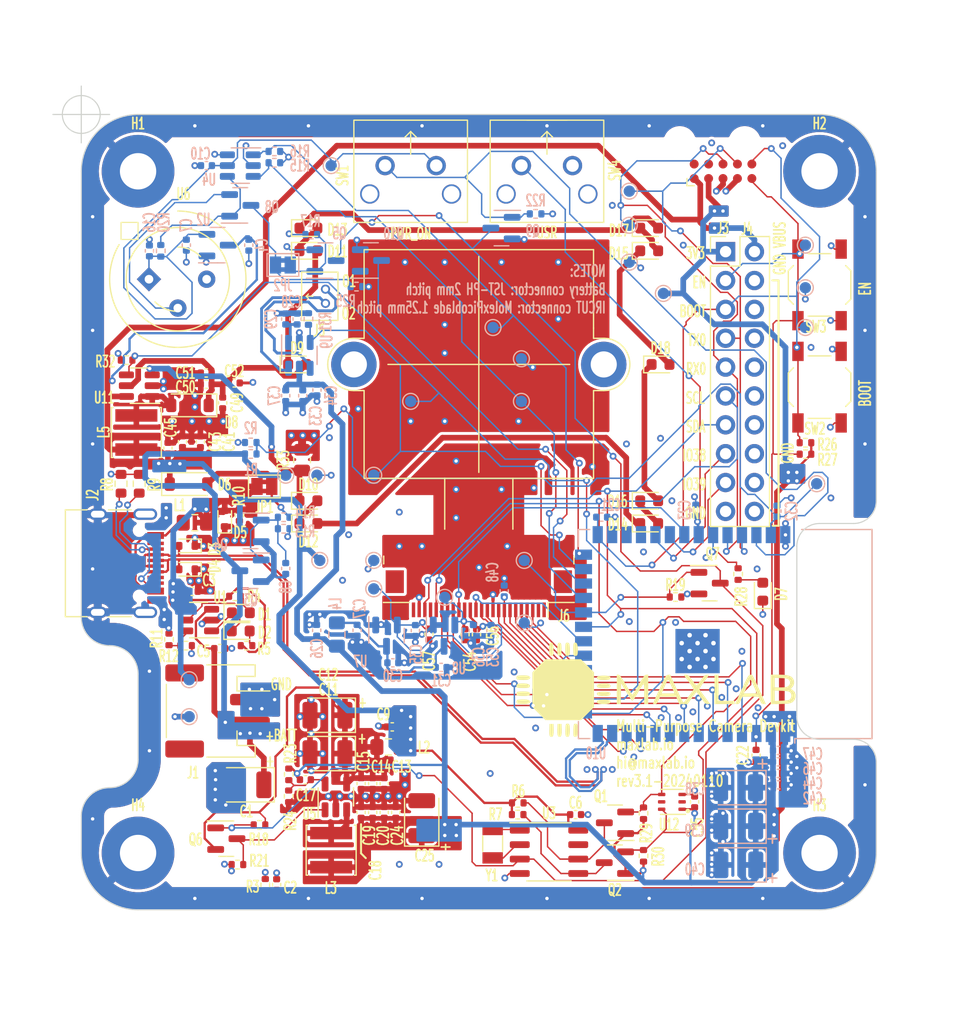
<source format=kicad_pcb>
(kicad_pcb (version 20221018) (generator pcbnew)
  (title_block (title "MaxLab AI Camera PCB") (date "20240110") (rev "rev3.1"))
  (layers (0 "F.Cu" signal) (1 "In1.Cu" signal) (2 "In2.Cu" signal) (31 "B.Cu" signal) (34 "B.Paste" user) (35 "F.Paste" user) (36 "B.SilkS" user "B.Silkscreen") (37 "F.SilkS" user "F.Silkscreen") (38 "B.Mask" user) (39 "F.Mask" user) (44 "Edge.Cuts" user))
  (net 0 "")
  (net 1 "GND")
  (net 2 "GNDPWR")
  (net 3 "VBUS")
  (net 4 "+BATT")
  (net 5 "/PWR_PIR")
  (net 6 "+3V3")
  (net 7 "/ESP_BOOT")
  (net 8 "/ESP_EN")
  (net 9 "/USR_BTN")
  (net 10 "+2V8")
  (net 11 "+1V2")
  (net 12 "/CAM.PCLK")
  (net 13 "+5V")
  (net 14 "/UD-")
  (net 15 "/UD+")
  (net 16 "/TXD0")
  (net 17 "/RXD0")
  (net 18 "/IO38")
  (net 19 "/IO39")
  (net 20 "Net-(D1-A)")
  (net 21 "Net-(D1-K)")
  (net 22 "/CAM.D4")
  (net 23 "/CAM.D3")
  (net 24 "/CAM.D5")
  (net 25 "/CAM.D2")
  (net 26 "/CAM.D6")
  (net 27 "/CAM.D7")
  (net 28 "/CAM.D8")
  (net 29 "/CAM.MCLK")
  (net 30 "/CAM.D9")
  (net 31 "/CAM.HREF")
  (net 32 "/CAM.PWDN")
  (net 33 "/CAM.VSYNC")
  (net 34 "/CAM.RST")
  (net 35 "/CAM.SCL")
  (net 36 "/CAM.SDA")
  (net 37 "Net-(D2-A)")
  (net 38 "Net-(D2-K)")
  (net 39 "Net-(D7-A)")
  (net 40 "Net-(D10-A)")
  (net 41 "Net-(D11-K)")
  (net 42 "Net-(D10-K)")
  (net 43 "Net-(D11-A)")
  (net 44 "Net-(J2-VBUS-PadA4)")
  (net 45 "Net-(J2-CC1)")
  (net 46 "/PWR_EN")
  (net 48 "Net-(J2-CC2)")
  (net 49 "/BATT_DETECT")
  (net 51 "/PIR_CTRL_LE")
  (net 52 "/PIR_CTRL_D")
  (net 53 "/USR_LED")
  (net 54 "/IRCUT_CTRL")
  (net 55 "/IRLED_PWM")
  (net 58 "Net-(J5-Pin_2)")
  (net 59 "/PWRON_DET")
  (net 60 "Net-(J5-Pin_1)")
  (net 63 "/PIR_OUT")
  (net 65 "Net-(JP2-B)")
  (net 66 "Net-(JP2-A)")
  (net 67 "Net-(Q2-D)")
  (net 68 "Net-(Q5-D)")
  (net 69 "Net-(Q6-D)")
  (net 70 "Net-(Q8-G)")
  (net 71 "Net-(Q8-S)")
  (net 72 "Net-(U7-VI)")
  (net 73 "Net-(U5-FB)")
  (net 74 "Net-(U9-CE)")
  (net 75 "Net-(D8-K)")
  (net 76 "Net-(D6-A)")
  (net 77 "Net-(D8-A)")
  (net 78 "Net-(D12-A)")
  (net 79 "Net-(D13-K)")
  (net 80 "Net-(D14-A)")
  (net 81 "Net-(D15-K)")
  (net 82 "Net-(D16-A)")
  (net 83 "Net-(D17-K)")
  (net 84 "Net-(U5-LX)")
  (net 88 "Net-(Q3-G)")
  (net 89 "Net-(Q3-S)")
  (net 90 "Net-(Q1-D)")
  (net 91 "Net-(U1-PROG)")
  (net 92 "Net-(U3-OSCI)")
  (net 93 "Net-(U3-OSCO)")
  (net 97 "Net-(Q6-S)")
  (footprint "Capacitor_SMD:C_0402_1005Metric" (layer "F.Cu") (at 107.192 92)
    (fp_text reference "C5")
    (fp_text value "10u_0402_CL05A105KA5NQNC" hide)
  )
  (footprint "00-kiml-optical:Lite-On_LTR-303ALS-01" (layer "F.Cu") (at 147 105.5 180)
    (fp_text reference "U12")
    (fp_text value "LTR-303ALS-01" hide)
  )
  (footprint "MountingHole:MountingHole_3.2mm_M3_Pad_TopBottom" (layer "F.Cu") (at 100 110)
    (fp_text reference "H4")
    (fp_text value "MountingHole_Pad" hide)
  )
  (footprint "Package_SO:SO-8_3.9x4.9mm_P1.27mm" (layer "F.Cu") (at 136.18 109.9)
    (fp_text reference "U3")
    (fp_text value "PCF85063AT" hide)
  )
  (footprint "MountingHole:MountingHole_3.2mm_M3_Pad_TopBottom" (layer "F.Cu") (at 100 50)
    (fp_text reference "H1")
    (fp_text value "MountingHole_Pad" hide)
  )
  (footprint "00-kiml-inductor-smd:L_Sunlord_SWPA40xxS" (layer "F.Cu") (at 117 109.75 -90)
    (fp_text reference "L3")
    (fp_text value "10u_1.5A_4x4mm_SWPA4030S100MT" hide)
  )
  (footprint "Capacitor_SMD:C_0402_1005Metric" (layer "F.Cu") (at 120.654 103.886 -90)
    (fp_text reference "C14")
    (fp_text value "10u_0402_CL05A105KA5NQNC" hide)
  )
  (footprint "Resistor_SMD:R_0603_1608Metric" (layer "F.Cu") (at 100.1 77.5 90)
    (fp_text reference "R9")
    (fp_text value "5.1k_0603_0603WAF5101T5E" hide)
  )
  (footprint "00-kiml-optical:ircut_filter_M12_10mm_noname" (layer "F.Cu") (at 130 67)
    (fp_text reference "REF**" hide)
    (fp_text value "ircut_filter_M12_10mm_noname" hide)
  )
  (footprint "Capacitor_SMD:C_0402_1005Metric" (layer "F.Cu") (at 138.52 106.62)
    (fp_text reference "C6")
    (fp_text value "10u_0402_CL05A105KA5NQNC" hide)
  )
  (footprint "Resistor_SMD:R_0402_1005Metric" (layer "F.Cu") (at 108.75 111.02 180)
    (fp_text reference "R21")
    (fp_text value "215k_0402_0402WGD2153TCE" hide)
  )
  (footprint "Resistor_SMD:R_0603_1608Metric" (layer "F.Cu") (at 98.5 77.5 90)
    (fp_text reference "R8")
    (fp_text value "5.1k_0603_0603WAF5101T5E" hide)
  )
  (footprint "Resistor_SMD:R_0402_1005Metric" (layer "F.Cu") (at 110.69 107.53 180)
    (fp_text reference "R18")
    (fp_text value "215k_0402_0402WGD2153TCE" hide)
  )
  (footprint "Diode_SMD:D_SOD-523" (layer "F.Cu") (at 104.3075 82.97 180)
    (fp_text reference "D3")
    (fp_text value "SOD-523_BSD5C051L" hide)
  )
  (footprint "Button_Switch_SMD:SW_SPST_TL3342" (layer "F.Cu") (at 160 69 -90)
    (fp_text reference "SW2")
    (fp_text value "SW_PB_TS-1187A-B-A-B" hide)
  )
  (footprint "00-kiml-crystal-smd:Crystal_SMD_3215-2Pin_3.2x1.5mm" (layer "F.Cu") (at 131.22 109.18 -90)
    (fp_text reference "Y1")
    (fp_text value "32.768kHz_Q13FC1350000400" hide)
  )
  (footprint "Inductor_SMD:L_0805_2012Metric_Pad1.15x1.40mm_HandSolder" (layer "F.Cu") (at 105 80.93)
    (fp_text reference "L1")
    (fp_text value "FB_2A_0805_220R@100MHz_BLM21PG221SN1D" hide)
  )
  (footprint "Capacitor_SMD:C_0402_1005Metric" (layer "F.Cu") (at 107.45 70.385 -90)
    (fp_text reference "C49")
    (fp_text value "10u_0402_CL05A105KA5NQNC" hide)
  )
  (footprint "LED_SMD:LED_0603_1608Metric" (layer "F.Cu") (at 155 87 90)
    (fp_text reference "D7")
    (fp_text value "0603_RED_KT-0603R" hide)
  )
  (footprint "Resistor_SMD:R_0402_1005Metric" (layer "F.Cu") (at 158.76 73.89)
    (fp_text reference "R26")
    (fp_text value "10k_0402_0402WGF1002TCE" hide)
  )
  (footprint "LED_SMD:LED_0603_1608Metric" (layer "F.Cu") (at 109.036487 90.459099)
    (fp_text reference "D2")
    (fp_text value "0603_GREEN_19-217/GHC-YR1S2/3T" hide)
  )
  (footprint "LED_SMD:LED_0603_1608Metric" (layer "F.Cu") (at 115 81)
    (fp_text reference "D12")
    (fp_text value "0603_IR_850nm_E6C0603IRAC1UDA" hide)
  )
  (footprint "Resistor_SMD:R_0402_1005Metric" (layer "F.Cu") (at 109.55 91.75)
    (fp_text reference "R5")
    (fp_text value "1k_0402_0402WGF1001TCE" hide)
  )
  (footprint "00-kiml-capacitor-tantalum:CP_EIA-3528-15_AVX-H" (layer "F.Cu") (at 109.5375 104 180)
    (fp_text reference "C1")
    (fp_text value "100u_CASE-B-3528_TAJB107K006RNJ" hide)
  )
  (footprint "Resistor_SMD:R_0402_1005Metric" (layer "F.Cu") (at 133.42 106.62)
    (fp_text reference "R7")
    (fp_text value "10k_0402_0402WGF1002TCE" hide)
  )
  (footprint "Capacitor_SMD:C_0402_1005Metric" (layer "F.Cu") (at 129.798 90.781 90)
    (fp_text reference "C56")
    (fp_text value "10u_0402_CL05A105KA5NQNC" hide)
  )
  (footprint "Resistor_SMD:R_0402_1005Metric" (layer "F.Cu") (at 144.5 106.5 90)
    (fp_text reference "R29")
    (fp_text value "10k_0402_0402WGF1002TCE" hide)
  )
  (footprint "00-kiml-switch-button-tht:SW_PB_90deg_K2-1102AQ-H4CW-01" (layer "F.Cu") (at 136 49.5 180)
    (fp_text reference "SW4")
    (fp_text value "SW_PB_90deg_K2-1102AQ-H4CW-01" hide)
  )
  (footprint "00-kiml-capacitor-tantalum:CP_EIA-3528-15_AVX-H" (layer "F.Cu") (at 116.675 101.25 180)
    (fp_text reference "C11")
    (fp_text value "100u_CASE-B-3528_TAJB107K006RNJ" hide)
  )
  (footprint "00-kiml-inductor-smd:L_Sunlord_SWPA40xxS" (layer "F.Cu") (at 99.85 72.99 90)
    (fp_text reference "L5")
    (fp_text value "10u_1.5A_4x4mm_SWPA4030S100MT" hide)
  )
  (footprint "LED_SMD:LED_0603_1608Metric" (layer "F.Cu") (at 115 57)
    (fp_text reference "D11")
    (fp_text value "0603_IR_850nm_E6C0603IRAC1UDA" hide)
  )
  (footprint "Capacitor_SMD:C_0402_1005Metric" (layer "F.Cu") (at 122.38 98.9)
    (fp_text reference "C9")
    (fp_text value "10u_0402_CL05A105KA5NQNC" hide)
  )
  (footprint "Resistor_SMD:R_0402_1005Metric" (layer "F.Cu") (at 108.92 80.26 -90)
    (fp_text reference "R10")
    (fp_text value "10k_0402_0402WGF1002TCE" hide)
  )
  (footprint "00-kiml-connector-jst:JST_PH_S2B-PH-SM4-TB_1x02-1MP_P2.00mm_Horizontal" (layer "F.Cu") (at 107 97.5 -90)
    (fp_text reference "J1")
    (fp_text value "Conn-01x02_P2mm_NONAME_JST-PH_C47647" hide)
  )
  (footprint "Inductor_SMD:L_0805_2012Metric_Pad1.15x1.40mm_HandSolder" (layer "F.Cu") (at 122.05 100.67 180)
    (fp_text reference "L2")
    (fp_text value "FB_2A_0805_220R@100MHz_BLM21PG221SN1D" hide)
  )
  (footprint "LED_SMD:LED_0603_1608Metric" (layer "F.Cu") (at 145 79)
    (fp_text reference "D16")
    (fp_text value "0603_IR_850nm_E6C0603IRAC1UDA" hide)
  )
  (footprint "Capacitor_SMD:C_0402_1005Metric" (layer "F.Cu") (at 114.73 103.55)
    (fp_text reference "C17")
    (fp_text value "22p_0402_0402CG220J500NT" hide)
  )
  (footprint "Jumper:SolderJumper-2_P1.3mm_Bridged2Bar_Pad1.0x1.5mm" (layer "F.Cu") (at 111.12 77.74 180)
    (fp_text reference "JP1")
    (fp_text value "USB_PWR" hide)
  )
  (footprint "LED_SMD:LED_0603_1608Metric" (layer "F.Cu") (at 115 79)
    (fp_text reference "D10")
    (fp_text value "0603_IR_850nm_E6C0603IRAC1UDA" hide)
  )
  (footprint "Resistor_SMD:R_0402_1005Metric" (layer "F.Cu") (at 113.27 103.08 -90)
    (fp_text reference "R23")
    (fp_text value "976k_0402_0402WGD9763TCE" hide)
  )
  (footprint "Capacitor_SMD:C_0402_1005Metric" (layer "F.Cu") (at 103.91 73.8 -90)
    (fp_text reference "C41")
    (fp_text value "10u_0402_CL05A105KA5NQNC" hide)
  )
  (footprint "LED_SMD:LED_0603_1608Metric" (layer "F.Cu") (at 109.048986 88.859099)
    (fp_text reference "D1")
    (fp_text value "0603_RED_KT-0603R" hide)
  )
  (footprint "Resistor_SMD:R_0402_1005Metric" (layer "F.Cu") (at 113.26 105.01 -90)
    (fp_text reference "R24")
    (fp_text value "215k_0402_0402WGD2153TCE" hide)
  )
  (footprint "Capacitor_SMD:C_0402_1005Metric" (layer "F.Cu") (at 112.2 112.78 -90)
    (fp_text reference "C2")
    (fp_text value "10u_0402_CL05A105KA5NQNC" hide)
  )
  (footprint "Package_TO_SOT_SMD:SOT-23-6" (layer "F.Cu") (at 100.11 68.87 180)
    (fp_text reference "U11")
    (fp_text value "MT9284-28J" hide)
  )
  (footprint "00-kiml-connector-fpc-ffc:Jushuo_AFC01-S24FCC-00_1x24-1MP_P0.50_Horizontal" (layer "F.Cu") (at 130 87 180)
    (fp_text reference "J6")
    (fp_text value "Conn_01x24_FFC_0.5mm_AFC01-S24FCC-00" hide)
  )
  (footprint "LED_SMD:LED_0603_1608Metric" (layer "F.Cu") (at 145 55)
    (fp_text reference "D15")
    (fp_text value "0603_IR_850nm_E6C0603IRAC1UDA" hide)
  )
  (footprint "Package_TO_SOT_SMD:SOT-23" (layer "F.Cu") (at 141.99 107.34 180)
    (fp_text reference "Q1")
    (fp_text value "2N7002" hide)
  )
  (footprint "Resistor_SMD:R_0402_1005Metric" (layer "F.Cu") (at 111.2 112.8 90)
    (fp_text reference "R3")
    (fp_text value "215k_0402_0402WGD2153TCE" hide)
  )
  (footprint "Diode_SMD:D_SOD-523" (layer "F.Cu") (at 107.63 80.57 90)
    (fp_text reference "D5")
    (fp_text value "SOD-523_BSD5C051L" hide)
  )
  (footprint "LED_SMD:LED_0603_1608Metric" (layer "F.Cu") (at 115 55)
    (fp_text reference "D13")
    (fp_text value "0603_IR_850nm_E6C0603IRAC1UDA" hide)
  )
  (footprint "00-kiml-switch-button-tht:SW_PB_90deg_K2-1102AQ-H4CW-01" (layer "F.Cu") (at 124 49.5 180)
    (fp_text reference "SW1")
    (fp_text value "SW_PB_90deg_K2-1102AQ-H4CW-01" hide)
  )
  (footprint "Button_Switch_SMD:SW_SPST_TL3342" (layer "F.Cu") (at 160 60 -90)
    (fp_text reference "SW3")
    (fp_text value "SW_PB_TS-1187A-B-A-B" hide)
  )
  (footprint "Diode_SMD:D_SOD-123" (layer "F.Cu") (at 104.57 70.6 180)
    (fp_text reference "D8")
    (fp_text value "B5819W-SL_SOD-123" hide)
  )
  (footprint "Capacitor_SMD:C_0402_1005Metric" (layer "F.Cu") (at 106 68.75)
    (fp_text reference "C50")
    (fp_text value "10u_0402_CL05A105KA5NQNC" hide)
  )
  (footprint "00-kiml-connector-amphenol:10114829-10102LF" (layer "F.Cu") (at 116 61)
    (fp_text reference "J5")
    (fp_text value "Conn-01x02_P1.25mm_10114829-10102LF" hide)
  )
  (footprint "Resistor_SMD:R_0402_1005Metric" (layer "F.Cu") (at 98.99 66.62)
    (fp_text reference "R32")
    (fp_text value "215k_0402_0402WGD2153TCE" hide)
  )
  (footprint "LED_SMD:LED_0603_1608Metric" (layer "F.Cu") (at 145 57)
    (fp_text reference "D17")
    (fp_text value "0603_IR_850nm_E6C0603IRAC1UDA" hide)
  )
  (footprint "Resistor_SMD:R_0402_1005Metric" (layer "F.Cu") (at 144.5 110.25 90)
    (fp_text reference "R30")
    (fp_text value "10k_0402_0402WGF1002TCE" hide)
  )
  (footprint "Capacitor_SMD:C_0402_1005Metric" (layer "F.Cu") (at 154.41 101.4 90)
    (fp_text reference "C22")
    (fp_text value "10u_0402_CL05A105KA5NQNC" hide)
  )
  (footprint "Capacitor_SMD:C_0402_1005Metric" (layer "F.Cu") (at 122.686 106.426 -90)
    (fp_text reference "C24")
    (fp_text value "10u_0402_CL05A105KA5NQNC" hide)
  )
  (footprint "00-kiml-optical:AS312" (layer "F.Cu") (at 103.5 59.5)
    (fp_text reference "U6")
    (fp_text value "PIR_AS312" hide)
  )
  (footprint "Capacitor_SMD:C_0402_1005Metric" (layer "F.Cu") (at 120.654 106.426 -90)
    (fp_text reference "C19")
    (fp_text value "10u_0402_CL05A105KA5NQNC" hide)
  )
  (footprint "Diode_SMD:D_SOD-523" (layer "F.Cu") (at 104.3075 85.03 180)
    (fp_text reference "D4")
    (fp_text value "SOD-523_BSD5C051L" hide)
  )
  (footprint "Package_TO_SOT_SMD:SOT-23-5" (layer "F.Cu") (at 117.4125 105.0625 90)
    (fp_text reference "U5")
    (fp_text value "SY8089AAAC" hide)
  )
  (footprint "Capacitor_SMD:C_0402_1005Metric" (layer "F.Cu") (at 119.638 106.426 -90)
    (fp_text reference "C18")
    (fp_text value "10u_0402_CL05A105KA5NQNC" hide)
  )
  (footprint "00-kiml-maxlab-logos:maxlab_logo_full_25mm" (layer "F.Cu") (at 145.8 95.6)
    (fp_text reference "G***" hide)
    (fp_text value "LOGO" hide)
  )
  (footprint "Resistor_SMD:R_0402_1005Metric" (layer "F.Cu") (at 102.725 91.2 90)
    (fp_text reference "R11")
    (fp_text value "10k_0402_0402WGF1002TCE" hide)
  )
  (footprint "Capacitor_SMD:C_0402_1005Metric" (layer "F.Cu") (at 121.67 106.426 -90)
    (fp_text reference "C20")
    (fp_text value "10u_0402_CL05A105KA5NQNC" hide)
  )
  (footprint "LED_SMD:LED_0603_1608Metric" (layer "F.Cu") (at 145 81)
    (fp_text reference "D14")
    (fp_text value "0603_IR_850nm_E6C0603IRAC1UDA" hide)
  )
  (footprint "MountingHole:MountingHole_3.2mm_M3_Pad_TopBottom" (layer "F.Cu") (at 160 50)
    (fp_text reference "H2")
    (fp_text value "MountingHole_Pad" hide)
  )
  (footprint "Capacitor_SMD:C_0402_1005Metric" (layer "F.Cu") (at 121.67 103.886 90)
    (fp_text reference "C13")
    (fp_text value "10u_0402_CL05A105KA5NQNC" hide)
  )
  (footprint "Resistor_SMD:R_0402_1005Metric" (layer "F.Cu") (at 133.43 105.59)
    (fp_text reference "R6")
    (fp_text value "10k_0402_0402WGF1002TCE" hide)
  )
  (footprint "Connector_PinHeader_2.54mm:PinHeader_2x10_P2.54mm_Vertical" (layer "F.Cu") (at 151.725 57.075)
    (fp_text reference "J4")
    (fp_text value "Conn-02x10_P2.54mm_B-2100S20P-B110" hide)
  )
  (footprint "Capacitor_SMD:C_0402_1005Metric" (layer "F.Cu") (at 106 67.75)
    (fp_text reference "C51")
    (fp_text value "10u_0402_CL05A105KA5NQNC" hide)
  )
  (footprint "Capacitor_SMD:C_0402_1005Metric" (layer "F.Cu") (at 128.782 90.781 90)
    (fp_text reference "C54")
    (fp_text value "10u_0402_CL05A105KA5NQNC" hide)
  )
  (footprint "Resistor_SMD:R_0402_1005Metric" (layer "F.Cu") (at 152.83 85.45 -90)
    (fp_text reference "R28")
    (fp_text value "1k_0402_0402WGF1001TCE" hide)
  )
  (footprint "Capacitor_SMD:C_0402_1005Metric" (layer "F.Cu") (at 149 105.5 90)
    (fp_text reference "C55")
    (fp_text value "10u_0402_CL05A105KA5NQNC" hide)
  )
  (footprint "LED_SMD:LED_0603_1608Metric" (layer "F.Cu") (at 146 67)
    (fp_text reference "D18")
    (fp_text value "0603_IR_850nm_E6C0603IRAC1UDA" hide)
  )
  (footprint "Diode_SMD:D_SOD-123" (layer "F.Cu") (at 104.44 77.53)
    (fp_text reference "D6")
    (fp_text value "B5819W-SL_SOD-123" hide)
  )
  (footprint "Resistor_SMD:R_0402_1005Metric" (layer "F.Cu") (at 108.523986 87.409099)
    (fp_text reference "R4")
    (fp_text value "1k_0402_0402WGF1001TCE" hide)
  )
  (footprint "Capacitor_SMD:C_0402_1005Metric" (layer "F.Cu") (at 104.775 86.975 180)
    (fp_text reference "C3")
    (fp_text value "10u_0402_CL05A105KA5NQNC" hide)
  )
  (footprint "Resistor_SMD:R_0402_1005Metric" (layer "F.Cu") (at 104.225 91.75)
    (fp_text reference "R12")
    (fp_text value "10k_0402_0402WGF1002TCE" hide)
  )
  (footprint "LED_SMD:LED_0603_1608Metric" (layer "F.Cu") (at 114 67)
    (fp_text reference "D9")
    (fp_text value "0603_IR_850nm_E6C0603IRAC1UDA" hide)
  )
  (footprint "Package_TO_SOT_SMD:SOT-23" (layer "F.Cu") (at 150.3175 86.25)
    (fp_text reference "Q7")
    (fp_text value "2N7002" hide)
  )
  (footprint "00-kiml-connector-usb:USB_C_Receptacle_HRO_TYPE-C-31-M-12" (layer "F.Cu") (at 97.5 84.5 -90)
    (fp_text reference "J2")
    (fp_text value "TYPE-C-31-M-12" hide)
  )
  (footprint "MountingHole:MountingHole_3.2mm_M3_Pad_TopBottom" (layer "F.Cu") (at 160 110)
    (fp_text reference "H3")
    (fp_text value "MountingHole_Pad" hide)
  )
  (footprint "Capacitor_SMD:C_0402_1005Metric" (layer "F.Cu") (at 105.49 73.805 90)
    (fp_text reference "C43")
    (fp_text value "10u_0402_CL05A105KA5NQNC" hide)
  )
  (footprint "Resistor_SMD:R_0402_1005Metric" (layer "F.Cu") (at 147.32 87.47 180)
    (fp_text reference "R19")
    (fp_text value "215k_0402_0402WGD2153TCE" hide)
  )
  (footprint "Capacitor_SMD:C_0402_1005Metric" (layer "F.Cu") (at 119.638 103.886 90)
    (fp_text reference "C15")
    (fp_text value "10u_0402_CL05A105KA5NQNC" hide)
  )
  (footprint "Package_TO_SOT_SMD:SOT-23" (layer "F.Cu") (at 107.77 108.74)
    (fp_text reference "Q6")
    (fp_text value "AO3401A" hide)
  )
  (footprint "Resistor_SMD:R_0402_1005Metric" (layer "F.Cu") (at 158.76 74.9)
    (fp_text reference "R27")
    (fp_text value "10k_0402_0402WGF1002TCE" hide)
  )
  (footprint "Capacitor_SMD:C_0402_1005Metric" (layer "F.Cu") (at 125.607 90.741 90)
    (fp_text reference "C57")
    (fp_text value "10u_0402_CL05A105KA5NQNC" hide)
  )
  (footprint "Package_TO_SOT_SMD:SOT-23" (layer "F.Cu") (at 141.98 110.85 180)
    (fp_text reference "Q2")
    (fp_text value "2N7002" hide)
  )
  (footprint "00-kiml-capacitor-tantalum:CP_EIA-3528-15_AVX-H" (layer "F.Cu") (at 124.972 106.934 90)
    (fp_text reference "C25")
    (fp_text value "100u_CASE-B-3528_TAJB107K006RNJ" hide)
  )
  (footprint "Package_TO_SOT_SMD:SOT-23-6" (layer "F.Cu") (at 105.3375 89.499999 180)
    (fp_text reference "U1")
    (fp_text value "TP4057-42-SOT26-R" hide)
  )
  (footprint "Resistor_SMD:R_0805_2012Metric" (layer "F.Cu") (at 114.44 75.42 90)
    (fp_text reference "R33")
    (fp_text value "2.43R_0805_0805W8F243KT5E" hide)
  )
  (footprint "00-kiml-capacitor-tantalum:CP_EIA-3528-15_AVX-H" (layer "F.Cu") (at 116.675 97.875001 180)
    (fp_text reference "C12")
    (fp_text value "100u_CASE-B-3528_TAJB107K006RNJ" hide)
  )
  (footprint "Connector:Tag-Connect_TC2050-IDC-FP_2x05_P1.27mm_Vertical" (layer "F.Cu") (at 151.5 50)
    (fp_text reference "J3")
    (fp_text value "MAXLAB" hide)
  )
  (footprint "Capacitor_SMD:C_0402_1005Metric" (layer "F.Cu") (at 102.63 74.37 -90)
    (fp_text reference "C45")
    (fp_text value "10u_0402_CL05A105KA5NQNC" hide)
  )
  (footprint "Capacitor_SMD:C_0402_1005Metric" (layer "F.Cu") (at 108.47 68.63 180)
    (fp_text reference "C52")
    (fp_text value "10u_0402_CL05A105KA5NQNC" hide)
  )
  (footprint "Package_TO_SOT_SMD:SOT-23" (layer "B.Cu") (at 116.5 57.86)
    (fp_text reference "Q5")
    (fp_text value "2N7002" hide)
  )
  (footprint "00-kiml-capacitor-tantalum:CP_EIA-3528-15_AVX-H" (layer "B.Cu") (at 152.8375 107.6375 180)
    (fp_text reference "C39")
    (fp_text value "100u_CASE-B-3528_TAJB107K006RNJ" hide)
  )
  (footprint "TestPoint:TestPoint_Pad_D1.0mm" (layer "B.Cu") (at 120.75 76.75 180)
    (fp_text reference "TP10" hide)
    (fp_text value "TestPoint" hide)
  )
  (footprint "Resistor_SMD:R_0402_1005Metric" (layer "B.Cu") (at 109.92 73.87 180)
    (fp_text reference "R2")
    (fp_text value "976k_0402_0402WGD9763TCE" hide)
  )
  (footprint "TestPoint:TestPoint_Pad_D1.0mm" (layer "B.Cu") (at 104.5 98 180)
    (fp_text reference "TP24" hide)
    (fp_text value "TestPoint" hide)
  )
  (footprint "Capacitor_SMD:C_0402_1005Metric" (layer "B.Cu") (at 156.25 79.91 90)
    (fp_text reference "C32")
    (fp_text value "10u_0402_CL05A105KA5NQNC" hide)
  )
  (footprint "00-kiml-rf-module:ESP32-S3-WROOM-1" (layer "B.Cu") (at 151.72 90.73 90)
    (fp_text reference "U10")
    (fp_text value "ESP32-S3-WROOM-1-N16R8" hide)
  )
  (footprint "TestPoint:TestPoint_Pad_D1.0mm" (layer "B.Cu") (at 120.75 84.25 180)
    (fp_text reference "TP17" hide)
    (fp_text value "TestPoint" hide)
  )
  (footprint "Capacitor_SMD:C_0402_1005Metric" (layer "B.Cu") (at 113 63 90)
    (fp_text reference "C29")
    (fp_text value "10u_0402_CL05A105KA5NQNC" hide)
  )
  (footprint "Capacitor_SMD:C_0402_1005Metric" (layer "B.Cu") (at 114.5 69.75 90)
    (fp_text reference "C34")
    (fp_text value "10u_0402_CL05A105KA5NQNC" hide)
  )
  (footprint "Capacitor_SMD:C_0402_1005Metric" (layer "B.Cu") (at 132.2364 86.938 90)
    (fp_text reference "C48")
    (fp_text value "22p_0402_0402CG220J500NT" hide)
  )
  (footprint "TestPoint:TestPoint_Pad_D1.0mm" (layer "B.Cu") (at 134 84.25 180)
    (fp_text reference "TP12" hide)
    (fp_text value "TestPoint" hide)
  )
  (footprint "Resistor_SMD:R_0402_1005Metric" (layer "B.Cu") (at 115 63 -90)
    (fp_text reference "R31")
    (fp_text value "215k_0402_0402WGD2153TCE" hide)
  )
  (footprint "TestPoint:TestPoint_Pad_D1.0mm" (layer "B.Cu") (at 146.25 60.75 180)
    (fp_text reference "TP22" hide)
    (fp_text value "TestPoint" hide)
  )
  (footprint "Capacitor_SMD:C_0402_1005Metric" (layer "B.Cu") (at 109.75 56.5 90)
    (fp_text reference "C4")
    (fp_text value "10u_0402_CL05A105KA5NQNC" hide)
  )
  (footprint "Capacitor_SMD:C_0402_1005Metric" (layer "B.Cu") (at 113 69.75 90)
    (fp_text reference "C37")
    (fp_text value "10u_0402_CL05A105KA5NQNC" hide)
  )
  (footprint "Capacitor_SMD:C_0402_1005Metric" (layer "B.Cu") (at 156.375 101.975)
    (fp_text reference "C46")
    (fp_text value "10u_0402_CL05A105KA5NQNC" hide)
  )
  (footprint "Package_TO_SOT_SMD:SOT-23" (layer "B.Cu") (at 109.9 85.16 180)
    (fp_text reference "Q3")
    (fp_text value "AO3401A" hide)
  )
  (footprint "Capacitor_SMD:C_0402_1005Metric" (layer "B.Cu") (at 101 57 90)
    (fp_text reference "C16")
    (fp_text value "10u_0402_CL05A105KA5NQNC" hide)
  )
  (footprint "Capacitor_SMD:C_0402_1005Metric" (layer "B.Cu") (at 124.4132 90.4219 -90)
    (fp_text reference "C35")
    (fp_text value "10u_0402_CL05A105KA5NQNC" hide)
  )
  (footprint "Resistor_SMD:R_0402_1005Metric" (layer "B.Cu") (at 135 53.75 180)
    (fp_text reference "R22")
    (fp_text value "215k_0402_0402WGD2153TCE" hide)
  )
  (footprint "Capacitor_SMD:C_0402_1005Metric" (layer "B.Cu") (at 106.02 49.5 180)
    (fp_text reference "C10")
    (fp_text value "10u_0402_CL05A105KA5NQNC" hide)
  )
  (footprint "00-kiml-capacitor-tantalum:CP_EIA-3528-15_AVX-H" (layer "B.Cu") (at 152.85 111.05 180)
    (fp_text reference "C40")
    (fp_text value "100u_CASE-B-3528_TAJB107K006RNJ" hide)
  )
  (footprint "TestPoint:TestPoint_Pad_D1.0mm" (layer "B.Cu") (at 117 49.5 180)
    (fp_text reference "TP13" hide)
    (fp_text value "TestPoint" hide)
  )
  (footprint "Package_TO_SOT_SMD:SOT-23" (layer "B.Cu") (at 126.9402 90.8724 -90)
    (fp_text reference "U8")
    (fp_text value "RT9166-12GVL" hide)
  )
  (footprint "TestPoint:TestPoint_Pad_D1.0mm" (layer "B.Cu") (at 143.25 51.75 180)
    (fp_text reference "TP4" hide)
    (fp_text value "TestPoint" hide)
  )
  (footprint "TestPoint:TestPoint_Pad_D1.0mm" (layer "B.Cu") (at 158.75 56.5 180)
    (fp_text reference "TP1" hide)
    (fp_text value "TestPoint" hide)
  )
  (footprint "Capacitor_SMD:C_0402_1005Metric" (layer "B.Cu") (at 140.82 80.44 180)
    (fp_text reference "C21")
    (fp_text value "10u_0402_CL05A105KA5NQNC" hide)
  )
  (footprint "Capacitor_SMD:C_0402_1005Metric" (layer "B.Cu") (at 115.7264 90.3988 90)
    (fp_text reference "C26")
    (fp_text value "10u_0402_CL05A105KA5NQNC" hide)
  )
  (footprint "Resistor_SMD:R_0402_1005Metric" (layer "B.Cu") (at 112 48.25 180)
    (fp_text reference "R16")
    (fp_text value "215k_0402_0402WGD2153TCE" hide)
  )
  (footprint "Resistor_SMD:R_0402_1005Metric" (layer "B.Cu") (at 115.25 55.57)
    (fp_text reference "R17")
    (fp_text value "215k_0402_0402WGD2153TCE" hide)
  )
  (footprint "Capacitor_SMD:C_0402_1005Metric" (layer "B.Cu") (at 115.75 69.25 90)
    (fp_text reference "C33")
    (fp_text value "10u_0402_CL05A105KA5NQNC" hide)
  )
  (footprint "Package_TO_SOT_SMD:SOT-23" (layer "B.Cu") (at 107 56.5)
    (fp_text reference "U2")
    (fp_text value "XC6206-2.8V" hide)
  )
  (footprint "Capacitor_SMD:C_0402_1005Metric" (layer "B.Cu") (at 156.375 100.975)
    (fp_text reference "C47")
    (fp_text value "10u_0402_CL05A105KA5NQNC" hide)
  )
  (footprint "TestPoint:TestPoint_Pad_D1.0mm" (layer "B.Cu") (at 104.5 94.75 180)
    (fp_text reference "TP23" hide)
    (fp_text value "TestPoint" hide)
  )
  (footprint "Jumper:SolderJumper-2_P1.3mm_Bridged2Bar_Pad1.0x1.5mm" (layer "B.Cu") (at 112.75 58.25)
    (fp_text reference "JP2")
    (fp_text value "PIR" hide)
  )
  (footprint "Package_TO_SOT_SMD:SOT-23" (layer "B.Cu") (at 109 53)
    (fp_text reference "Q8")
    (fp_text value "AO3401A" hide)
  )
  (footprint "Package_TO_SOT_SMD:SOT-23-6" (layer "B.Cu") (at 109 49.5 180)
    (fp_text reference "U4")
    (fp_text value "TI_SN74LVC1G373DBVR" hide)
  )
  (footprint "Resistor_SMD:R_0402_1005Metric" (layer "B.Cu") (at 112 49.25 180)
    (fp_text reference "R15")
    (fp_text value "215k_0402_0402WGD2153TCE" hide)
  )
  (footprint "TestPoint:TestPoint_Pad_D1.0mm" (layer "B.Cu") (at 159.75 77.5 180)
    (fp_text reference "TP11" hide)
    (fp_text value "TestPoint" hide)
  )
  (footprint "Capacitor_SMD:C_0402_1005Metric" (layer "B.Cu") (at 119.2824 90.3988 -90)
    (fp_text reference "C27")
    (fp_text value "10u_0402_CL05A105KA5NQNC" hide)
  )
  (footprint "TestPoint:TestPoint_Pad_D1.0mm" (layer "B.Cu") (at 131.25 63.75 180)
    (fp_text reference "TP7" hide)
    (fp_text value "TestPoint" hide)
  )
  (footprint "TestPoint:TestPoint_Pad_D1.0mm" (layer "B.Cu") (at 113 76.75 180)
    (fp_text reference "TP19" hide)
    (fp_text value "TestPoint" hide)
  )
  (footprint "Resistor_SMD:R_0402_1005Metric" (layer "B.Cu") (at 112.82 81.46)
    (fp_text reference "R13")
    (fp_text value "215k_0402_0402WGD2153TCE" hide)
  )
  (footprint "Resistor_SMD:R_0402_1005Metric" (layer "B.Cu") (at 102 57 90)
    (fp_text reference "R20")
    (fp_text value "10k_0402_0402WGF1002TCE" hide)
  )
  (footprint "Resistor_SMD:R_0402_1005Metric" (layer "B.Cu") (at 112.82 80.45 180)
    (fp_text reference "R14")
    (fp_text value "10k_0402_0402WGF1002TCE" hide)
  )
  (footprint "Capacitor_SMD:C_0402_1005Metric" (layer "B.Cu") (at 156.4 104)
    (fp_text reference "C42")
    (fp_text value "10u_0402_CL05A105KA5NQNC" hide)
  )
  (footprint "Capacitor_SMD:C_0402_1005Metric" (layer "B.Cu") (at 126.6862 93.6664)
    (fp_text reference "C31")
    (fp_text value "10u_0402_CL05A105KA5NQNC" hide)
  )
  (footprint "TestPoint:TestPoint_Pad_D1.0mm" (layer "B.Cu") (at 158.75 60.25 180)
    (fp_text reference "TP3" hide)
    (fp_text value "TestPoint" hide)
  )
  (footprint "Capacitor_SMD:C_0402_1005Metric" (layer "B.Cu") (at 104.25 56.5 -90)
    (fp_text reference "C7")
    (fp_text value "10u_0402_CL05A105KA5NQNC" hide)
  )
  (footprint "Capacitor_SMD:C_0402_1005Metric" (layer "B.Cu") (at 149.102 79.826 -90)
    (fp_text reference "C23")
    (fp_text value "10u_0402_CL05A105KA5NQNC" hide)
  )
  (footprint "Capacitor_SMD:C_0402_1005Metric" (layer "B.Cu") (at 156.375 103)
    (fp_text reference "C44")
    (fp_text value "10u_0402_CL05A105KA5NQNC" hide)
  )
  (footprint "Capacitor_SMD:C_0402_1005Metric" (layer "B.Cu") (at 122.432 93.26)
    (fp_text reference "C30")
    (fp_text value "10u_0402_CL05A105KA5NQNC" hide)
  )
  (footprint "TestPoint:TestPoint_Pad_D1.0mm" (layer "B.Cu") (at 133.75 66.5 180)
    (fp_text reference "TP9" hide)
    (fp_text value "TestPoint" hide)
  )
  (footprint "TestPoint:TestPoint_Pad_D1.0mm" (layer "B.Cu") (at 124 70.25 180)
    (fp_text reference "TP14" hide)
    (fp_text value "TestPoint" hide)
  )
  (footprint "Capacitor_SMD:C_0402_1005Metric" (layer "B.Cu") (at 114 63 90)
    (fp_text reference "C28")
    (fp_text value "10u_0402_CL05A105KA5NQNC" hide)
  )
  (footprint "00-kiml-capacitor-tantalum:CP_EIA-3528-15_AVX-H" (layer "B.Cu") (at 152.825 104.25 180)
    (fp_text reference "C38")
    (fp_text value "100u_CASE-B-3528_TAJB107K006RNJ" hide)
  )
  (footprint "Package_TO_SOT_SMD:SOT-23-6" (layer "B.Cu") (at 114.2 66.2 -90)
    (fp_text reference "U9")
    (fp_text value "AP1511B" hide)
  )
  (footprint "Package_TO_SOT_SMD:SOT-23" (layer "B.Cu") (at 132 55 180)
    (fp_text reference "Q9")
    (fp_text value "2N7002" hide)
  )
  (footprint "Inductor_SMD:L_0805_2012Metric_Pad1.15x1.40mm_HandSolder" (layer "B.Cu") (at 117.5044 90.7708 90)
    (fp_text reference "L4")
    (fp_text value "FB_2A_0805_220R@100MHz_BLM21PG221SN1D" hide)
  )
  (footprint "TestPoint:TestPoint_Pad_D1.0mm" (layer "B.Cu") (at 158.75 63.75 180)
    (fp_text reference "TP2" hide)
    (fp_text value "TestPoint" hide)
  )
  (footprint "TestPoint:TestPoint_Pad_D1.0mm" (layer "B.Cu") (at 120.75 86.75 180)
    (fp_text reference "TP18" hide)
    (fp_text value "TestPoint" hide)
  )
  (footprint "TestPoint:TestPoint_Pad_D1.0mm" (layer "B.Cu") (at 115.75 76.75 180)
    (fp_text reference "TP20" hide)
    (fp_text value "TestPoint" hide)
  )
  (footprint "Capacitor_SMD:C_0402_1005Metric" (layer "B.Cu") (at 129.5122 90.4129 -90)
    (fp_text reference "C36")
    (fp_text value "10u_0402_CL05A105KA5NQNC" hide)
  )
  (footprint "TestPoint:TestPoint_Pad_D1.0mm" (layer "B.Cu") (at 143.25 54.75 180)
    (fp_text reference "TP5" hide)
    (fp_text value "TestPoint" hide)
  )
  (footprint "Resistor_SMD:R_0402_1005Metric" (layer "B.Cu") (at 119.23 60.15 180)
    (fp_text reference "R25")
    (fp_text value "215k_0402_0402WGD2153TCE" hide)
  )
  (footprint "TestPoint:TestPoint_Pad_D1.0mm" (layer "B.Cu") (at 134 89.75 180)
    (fp_text reference "TP15" hide)
    (fp_text value "TestPoint" hide)
  )
  (footprint "Capacitor_SMD:C_0402_1005Metric" (layer "B.Cu") (at 113 84.96 -90)
    (fp_text reference "C8")
    (fp_text value "10u_0402_CL05A105KA5NQNC" hide)
  )
  (footprint "Capacitor_SMD:C_0402_1005Metric" (layer "B.Cu") (at 131.068 90.4152 -90)
    (fp_text reference "C53")
    (fp_text value "10u_0402_CL05A105KA5NQNC" hide)
  )
  (footprint "Package_TO_SOT_SMD:SOT-23" (layer "B.Cu") (at 121.8732 90.8724 -90)
    (fp_text reference "U7")
    (fp_text value "XC6206-2.8V" hide)
  )
  (footprint "Package_TO_SOT_SMD:SOT-23" (layer "B.Cu") (at 120.5 57.85)
    (fp_text reference "Q10")
    (fp_text value "2N7002" hide)
  )
  (footprint "TestPoint:TestPoint_Pad_D1.0mm" (layer "B.Cu") (at 143.25 58 180)
    (fp_text reference "TP6" hide)
    (fp_text value "TestPoint" hide)
  )
  (footprint "TestPoint:TestPoint_Pad_D1.0mm" (layer "B.Cu") (at 116 84.25 180)
    (fp_text reference "TP21" hide)
    (fp_text value "TestPoint" hide)
  )
  (footprint "TestPoint:TestPoint_Pad_D1.0mm" (layer "B.Cu") (at 133.75 70.25 180)
    (fp_text reference "TP8" hide)
    (fp_text value "TestPoint" hide)
  )
  (footprint "Resistor_SMD:R_0402_1005Metric" (layer "B.Cu") (at 109.92 74.88)
    (fp_text reference "R1")
    (fp_text value "976k_0402_0402WGD9763TCE" hide)
  )
  (footprint "TestPoint:TestPoint_Pad_D1.0mm" (layer "B.Cu") (at 127 87.5 180)
    (fp_text reference "TP16" hide)
    (fp_text value "TestPoint" hide)
  )
  (footprint "Package_TO_SOT_SMD:SOT-23" (layer "B.Cu") (at 109.9 81.65 180)
    (fp_text reference "Q4")
    (fp_text value "AO3401A" hide)
  )
  (gr_line (start 156.388 59.6) (end 156.388 81.2) (stroke (width 0.1778)) (layer "F.SilkS"))
  (gr_line (start 155.88 81.2) (end 156.388 81.2) (stroke (width 0.1778)) (layer "F.SilkS"))
  (gr_line (start 155.846 59.6) (end 156.354 59.6) (stroke (width 0.1778)) (layer "F.SilkS"))
  (gr_line (start 119.63 110.03) (end 119.63 107.47) (stroke (width 0.1778)) (layer "F.SilkS"))
  (gr_line (start 120.05 110.45) (end 119.63 110.03) (stroke (width 0.1778)) (layer "F.SilkS"))
  (gr_arc (start 160 45) (mid 163.535534 46.464466) (end 165 50) (stroke (width 0.1)) (layer "Edge.Cuts"))
  (gr_arc (start 97.5 91.75) (mid 95.732233 91.017767) (end 95 89.25) (stroke (width 0.1)) (layer "Edge.Cuts"))
  (gr_line (start 165 102) (end 165 110) (stroke (width 0.1)) (layer "Edge.Cuts"))
  (gr_line (start 100 45) (end 160 45) (stroke (width 0.1)) (layer "Edge.Cuts"))
  (gr_arc (start 160 100) (mid 158.585786 99.414214) (end 158 98) (stroke (width 0.1)) (layer "Edge.Cuts"))
  (gr_arc (start 95 106.75) (mid 95.732233 104.982233) (end 97.5 104.25) (stroke (width 0.1)) (layer "Edge.Cuts"))
  (gr_line (start 162.999999 80.999999) (end 160 80.999999) (stroke (width 0.1)) (layer "Edge.Cuts"))
  (gr_arc (start 95 50) (mid 96.464466 46.464466) (end 100 45) (stroke (width 0.1)) (layer "Edge.Cuts"))
  (gr_arc (start 163 100) (mid 164.414214 100.585786) (end 165 102) (stroke (width 0.1)) (layer "Edge.Cuts"))
  (gr_line (start 95 89.25) (end 95 50) (stroke (width 0.1)) (layer "Edge.Cuts"))
  (gr_arc (start 97.5 91.75) (mid 99.267767 92.482233) (end 100 94.25) (stroke (width 0.1)) (layer "Edge.Cuts"))
  (gr_arc (start 158 83) (mid 158.585786 81.585786) (end 160 81) (stroke (width 0.1)) (layer "Edge.Cuts"))
  (gr_line (start 160 100) (end 163 100) (stroke (width 0.1)) (layer "Edge.Cuts"))
  (gr_arc (start 165 110) (mid 163.535534 113.535534) (end 160 115) (stroke (width 0.1)) (layer "Edge.Cuts"))
  (gr_line (start 100 101.75) (end 100 94.25) (stroke (width 0.1)) (layer "Edge.Cuts"))
  (gr_line (start 95 106.75) (end 95 110) (stroke (width 0.1)) (layer "Edge.Cuts"))
  (gr_line (start 165 50) (end 165 78.999999) (stroke (width 0.1)) (layer "Edge.Cuts"))
  (gr_arc (start 100 115) (mid 96.464466 113.535534) (end 95 110) (stroke (width 0.1)) (layer "Edge.Cuts"))
  (gr_line (start 160 115) (end 100 115) (stroke (width 0.1)) (layer "Edge.Cuts"))
  (gr_arc (start 100 101.75) (mid 99.267767 103.517767) (end 97.5 104.25) (stroke (width 0.1)) (layer "Edge.Cuts"))
  (gr_arc (start 164.999999 78.999999) (mid 164.414213 80.414213) (end 162.999999 80.999999) (stroke (width 0.1)) (layer "Edge.Cuts"))
  (gr_line (start 158 83) (end 158 98) (stroke (width 0.1)) (layer "Edge.Cuts"))
  (gr_text locked "NOTES:\nBattery connector: JST-PH 2mm pitch\nIRCUT connector: MolexPicoblade 1.25mm pitch \n" (at 141.25 60.39) (layer "B.SilkS") (effects (font (size 1 0.6)) (justify left mirror)))
  (gr_text "BOOT" (at 164.008 68.288 90) (layer "F.SilkS") (effects (font (size 1 0.6)) (justify right)))
  (gr_text "SDA" (at 150.038 72.48) (layer "F.SilkS") (effects (font (size 1 0.6)) (justify right)))
  (gr_text "3V3" (at 150 57.2) (layer "F.SilkS") (effects (font (size 1 0.6)) (justify right)))
  (gr_text "GND" (at 156.5 58.2 90) (layer "F.SilkS") (effects (font (size 1 0.6))))
  (gr_text "EN" (at 150.1 59.78) (layer "F.SilkS") (effects (font (size 1 0.6)) (justify right)))
  (gr_text "O2" (at 117.85 63.11) (layer "F.SilkS") (effects (font (size 1 0.6) (thickness 0.15) bold) (justify left bottom)))
  (gr_text "VBUS" (at 156.5 55.6 90) (layer "F.SilkS") (effects (font (size 1 0.6))))
  (gr_text "EN" (at 164.008 59.652 90) (layer "F.SilkS") (effects (font (size 1 0.6)) (justify right)))
  (gr_text "IO39" (at 150.1 77.56) (layer "F.SilkS") (effects (font (size 1 0.6)) (justify right)))
  (gr_text "SCL" (at 149.988 69.957) (layer "F.SilkS") (effects (font (size 1 0.6)) (justify right)))
  (gr_text "GND" (at 157.2 74.8 90) (layer "F.SilkS") (effects (font (size 1 0.6))))
  (gr_text "BOOT\n" (at 150.1 62.32) (layer "F.SilkS") (effects (font (size 1 0.6)) (justify right)))
  (gr_text "Multi-Purpose Camera Devkit\nmaxlab.io\nhi@maxlab.io\n${REVISION}-${ISSUE_DATE}" (at 142 101.25) (layer "F.SilkS") (effects (font (size 1 0.7)) (justify left)))
  (gr_text "O1" (at 117.89 60.26) (layer "F.SilkS") (effects (font (size 1 0.6) (thickness 0.15) bold) (justify left bottom)))
  (gr_text "RX0" (at 150.1 67.4) (layer "F.SilkS") (effects (font (size 1 0.6)) (justify right)))
  (gr_text "TX0" (at 150.1 64.86) (layer "F.SilkS") (effects (font (size 1 0.6)) (justify right)))
  (gr_text "+BATT" (at 111.125 100.25) (layer "F.SilkS") (effects (font (size 1 0.6) (thickness 0.15) bold) (justify left bottom)))
  (gr_text "IO38" (at 150.1 75.02) (layer "F.SilkS") (effects (font (size 1 0.6)) (justify right)))
  (gr_text "GND" (at 111.6 95.74) (layer "F.SilkS") (effects (font (size 1 0.6) (thickness 0.15) bold) (justify left bottom)))
  (gr_text "GND" (at 150.1 80.1) (layer "F.SilkS") (effects (font (size 1 0.6)) (justify right)))
  (target plus (at 95 45) (size 5) (width 0.1) (layer "Edge.Cuts"))
  (segment (start 161.325 72.15) (end 160.95 72.525) (width 0.127) (layer "F.Cu") (net 1))
  (segment (start 112.2 112.3) (end 112.2 111.75) (width 0.127) (layer "F.Cu") (net 1))
  (segment (start 105 82.25) (end 105 82.9625) (width 0.127) (layer "F.Cu") (net 1))
  (segment (start 161.325 56.85) (end 161.025 56.55) (width 0.127) (layer "F.Cu") (net 1))
  (segment (start 147.9 104.85) (end 148.83 104.85) (width 0.127) (layer "F.Cu") (net 1))
  (segment (start 161.9 65.85) (end 161.325 65.85) (width 0.127) (layer "F.Cu") (net 1))
  (segment (start 148.35 87.2) (end 148.1 87.2) (width 0.127) (layer "F.Cu") (net 1))
  (segment (start 113.26 105.52) (end 113.78 105) (width 0.127) (layer "F.Cu") (net 1))
  (segment (start 110.06 68.63) (end 110.11 68.58) (width 0.25) (layer "F.Cu") (net 1))
  (segment (start 129.31 91.261) (end 129.31 91.5) (width 0.127) (layer "F.Cu") (net 1))
  (segment (start 103.11 73.89) (end 102.63 73.89) (width 0.5) (layer "F.Cu") (net 1))
  (segment (start 105.0075 85.03) (end 105.0075 85.6825) (width 0.127) (layer "F.Cu") (net 1))
  (segment (start 129.31 91.261) (end 128.782 91.261) (width 0.127) (layer "F.Cu") (net 1))
  (segment (start 102.725 90.225) (end 102.7 90.2) (width 0.127) (layer "F.Cu") (net 1))
  (segment (start 103.91 73.09) (end 103.11 73.89) (width 0.5) (layer "F.Cu") (net 1))
  (segment (start 102.228237 68.485458) (end 102.229838 68.485458) (width 0.127) (layer "F.Cu") (net 1))
  (segment (start 124.75 88.6) (end 124.75 87.5) (width 0.25) (layer "F.Cu") (net 1))
  (segment (start 154.41 102.175) (end 153.905 102.175) (width 0.127) (layer "F.Cu") (net 1))
  (segment (start 131.25 88.6) (end 131.25 87.25) (width 0.25) (layer "F.Cu") (net 1))
  (segment (start 105.0075 85.6825) (end 105.35 86.025) (width 0.127) (layer "F.Cu") (net 1))
  (segment (start 98.48 66.269062) (end 98.240938 66.03) (width 0.127) (layer "F.Cu") (net 1))
  (segment (start 129.798 91.261) (end 129.31 91.261) (width 0.127) (layer "F.Cu") (net 1))
  (segment (start 98.48 66.62) (end 98.48 66.269062) (width 0.127) (layer "F.Cu") (net 1))
  (segment (start 133.605 111.805) (end 132.685 111.805) (width 0.127) (layer "F.Cu") (net 1))
  (segment (start 104.735 91.75) (end 104.735 92.415) (width 0.127) (layer "F.Cu") (net 1))
  (segment (start 149 105.02) (end 149 104.5) (width 0.127) (layer "F.Cu") (net 1))
  (segment (start 101.75 87.75) (end 102.3 88.3) (width 0.5) (layer "F.Cu") (net 1))
  (segment (start 151.5 51.1565) (end 151.5 50.635) (width 0.5) (layer "F.Cu") (net 1))
  (segment (start 106.475 89.499999) (end 105.956715 89.499999) (width 0.5) (layer "F.Cu") (net 1))
  (segment (start 161.9 63.15) (end 161 63.15) (width 0.127) (layer "F.Cu") (net 1))
  (segment (start 108.24 111.02) (end 108.24 111.56) (width 0.127) (layer "F.Cu") (net 1))
  (segment (start 105.956715 89.499999) (end 105.621692 89.835022) (width 0.5) (layer "F.Cu") (net 1))
  (segment (start 111.2 112.29) (end 111.2 111.7) (width 0.127) (layer "F.Cu") (net 1))
  (segment (start 153.905 102.175) (end 153.74 102.01) (width 0.127) (layer "F.Cu") (net 1))
  (segment (start 106.475 89.499999) (end 106.986752 89.499999) (width 0.5) (layer "F.Cu") (net 1))
  (segment (start 161.9 56.85) (end 161.325 56.85) (width 0.127) (layer "F.Cu") (net 1))
  (segment (start 98.5 76.675) (end 97.65 76.675) (width 0.127) (layer "F.Cu") (net 1))
  (segment (start 149.38 87.2) (end 148.35 87.2) (width 0.127) (layer "F.Cu") (net 1))
  (segment (start 105.0075 85.03) (end 105.0075 85.6675) (width 0.127) (layer "F.Cu") (net 1))
  (segment (start 97.65 76.675) (end 97.625 76.65) (width 0.127) (layer "F.Cu") (net 1))
  (segment (start 102.3 88.575) (end 102.3 88.5) (width 0.127) (layer "F.Cu") (net 1))
  (segment (start 148.1 87.2) (end 147.83 87.47) (width 0.127) (layer "F.Cu") (net 1))
  (segment (start 102.234026 69.150065) (end 101.953961 68.87) (width 0.127) (layer "F.Cu") (net 1))
  (segment (start 161.9 72.15) (end 161.325 72.15) (width 0.127) (layer "F.Cu") (net 1))
  (segment (start 109.245 68.63) (end 110.06 68.63) (width 0.25) (layer "F.Cu") (net 1))
  (segment (start 98.5 76.675) (end 100.1 76.675) (width 0.127) (layer "F.Cu") (net 1))
  (segment (start 132.685 111.805) (end 132.29 112.2) (width 0.127) (layer "F.Cu") (net 1))
  (segment (start 121.9 98.9) (end 121.256 98.9) (width 0.5) (layer "F.Cu") (net 1))
  (segment (start 155 87.7875) (end 155 89) (width 0.127) (layer "F.Cu") (net 1))
  (segment (start 161.325 65.85) (end 161.125 65.65) (width 0.127) (layer "F.Cu") (net 1))
  (segment (start 139 106.62) (end 139.61 106.62) (width 0.127) (layer "F.Cu") (net 1))
  (segment (start 113.78 105) (end 116.75 105) (width 0.127) (layer "F.Cu") (net 1))
  (segment (start 102.725 90.69) (end 102.725 90.225) (width 0.127) (layer "F.Cu") (net 1))
  (segment (start 125.607 91.467) (end 125.93 91.79) (width 0.127) (layer "F.Cu") (net 1))
  (segment (start 101.725 81.25) (end 102.475 80.5) (width 0.5) (layer "F.Cu") (net 1))
  (segment (start 101.545 87.75) (end 101.2665 88.0285) (width 0.127) (layer "F.Cu") (net 1))
  (segment (start 104.735 92.415) (end 104.7 92.45) (width 0.127) (layer "F.Cu") (net 1))
  (segment (start 107.65 111.02) (end 107.61 110.98) (width 0.127) (layer "F.Cu") (net 1))
  (segment (start 101.843695 68.87) (end 102.228237 68.485458) (width 0.127) (layer "F.Cu") (net 1))
  (segment (start 161 63.15) (end 160.975 63.125) (width 0.127) (layer "F.Cu") (net 1))
  (segment (start 152.77 50.73) (end 151.75 51.75) (width 0.5) (layer "F.Cu") (net 1))
  (segment (start 101.545 81.25) (end 101.2665 80.9715) (width 0.127) (layer "F.Cu") (net 1))
  (segment (start 102.3 88.5) (end 101.55 87.75) (width 0.127) (layer "F.Cu") (net 1))
  (segment (start 105.0075 85.6675) (end 104.6 86.075) (width 0.127) (layer "F.Cu") (net 1))
  (segment (start 106.3 86.975) (end 106.35 86.925) (width 0.127) (layer "F.Cu") (net 1))
  (segment (start 106.986752 89.499999) (end 107.306655 89.180096) (width 0.5) (layer "F.Cu") (net 1))
  (segment (start 107.71 91.99) (end 108.2495 91.99) (width 0.127) (layer "F.Cu") (net 1))
  (segment (start 101.953961 68.87) (end 101.2475 68.87) (width 0.127) (layer "F.Cu") (net 1))
  (segment (start 102.3 88.3) (end 102.3 88.575) (width 0.5) (layer "F.Cu") (net 1))
  (segment (start 105.325 86.05) (end 105.35 86.025) (width 0.127) (layer "F.Cu") (net 1))
  (segment (start 121.256 98.9) (end 121.162 98.806) (width 0.5) (layer "F.Cu") (net 1))
  (segment (start 150.9065 51.75) (end 151.5 51.1565) (width 0.5) (layer "F.Cu") (net 1))
  (segment (start 108.24 111.02) (end 107.65 111.02) (width 0.127) (layer "F.Cu") (net 1))
  (segment (start 105.55 86.975) (end 105.55 86.225) (width 0.127) (layer "F.Cu") (net 1))
  (segment (start 105.55 86.225) (end 105.35 86.025) (width 0.127) (layer "F.Cu") (net 1))
  (segment (start 148.35 87.2) (end 148.35 87.199998) (width 0.127) (layer "F.Cu") (net 1))
  (segment (start 108.24 111.56) (end 108.225 111.575) (width 0.127) (layer "F.Cu") (net 1))
  (segment (start 105.55 86.975) (end 106.3 86.975) (width 0.127) (layer "F.Cu") (net 1))
  (via (at 153.74 102.01) (size 0.6) (drill 0.3) (layers "F.Cu" "B.Cu") (net 1))
  (via (at 123.5 104) (size 0.6) (drill 0.3) (layers "F.Cu" "B.Cu") (net 1))
  (via (at 101 56) (size 0.6) (drill 0.3) (layers "F.Cu" "B.Cu") (net 1))
  (via (at 134.85 77.87) (size 0.6) (drill 0.3) (layers "F.Cu" "B.Cu") (net 1))
  (via (at 123.469205 103.05) (size 0.6) (drill 0.3) (layers "F.Cu" "B.Cu") (net 1))
  (via (at 106.75 48.5) (size 0.6) (drill 0.3) (layers "F.Cu" "B.Cu") (net 1))
  (via (at 108.5 82.5) (size 0.6) (drill 0.3) (layers "F.Cu" "B.Cu") (net 1))
  (via (at 117 76.75) (size 0.6) (drill 0.3) (layers "F.Cu" "B.Cu") (net 1))
  (via (at 121 105) (size 0.6) (drill 0.3) (layers "F.Cu" "B.Cu") (net 1))
  (via (at 106.8 104.4) (size 0.6) (drill 0.3) (layers "F.Cu" "B.Cu") (net 1))
  (via (at 159.25 65.5) (size 0.6) (drill 0.3) (layers "F.Cu" "B.Cu") (net 1))
  (via (at 157.5 102) (size 0.6) (drill 0.3) (layers "F.Cu" "B.Cu") (net 1))
  (via (at 151.5 109) (size 0.6) (drill 0.3) (layers "F.Cu" "B.Cu") (net 1))
  (via (at 105.35 86.025) (size 0.6) (drill 0.3) (layers "F.Cu" "B.Cu") (net 1))
  (via (at 148 56.5) (size 0.6) (drill 0.3) (layers "F.Cu" "B.Cu") (net 1))
  (via (at 132 78) (size 0.6) (drill 0.3) (layers "F.Cu" "B.Cu") (net 1))
  (via (at 128 75.5) (size 0.6) (drill 0.3) (layers "F.Cu" "B.Cu") (net 1))
  (via (at 146 73.5) (size 0.6) (drill 0.3) (layers "F.Cu" "B.Cu") (net 1))
  (via (at 113.25 48.75) (size 0.6) (drill 0.3) (layers "F.Cu" "B.Cu") (net 1))
  (via (at 127.896917 93.779083) (size 0.6) (drill 0.3) (layers "F.Cu" "B.Cu") (net 1))
  (via (at 106 58) (size 0.6) (drill 0.3) (layers "F.Cu" "B.Cu") (net 1))
  (via (at 150.5 111.9255) (size 0.6) (drill 0.3) (layers "F.Cu" "B.Cu") (net 1))
  (via (at 150.5 47.5) (size 0.6) (drill 0.3) (layers "F.Cu" "B.Cu") (net 1))
  (via (at 154.584483 97.218483) (size 0.6) (drill 0.3) (layers "F.Cu" "B.Cu") (net 1))
  (via (at 112.25 62.5) (size 0.6) (drill 0.3) (layers "F.Cu" "B.Cu") (net 1))
  (via (at 105 82.25) (size 0.6) (drill 0.3) (layers "F.Cu" "B.Cu") (net 1))
  (via (at 115.5 73.25) (size 0.6) (drill 0.3) (layers "F.Cu" "B.Cu") (net 1))
  (via (at 123 105) (size 0.6) (drill 0.3) (layers "F.Cu" "B.Cu") (net 1))
  (via (at 108.2495 91.99) (size 0.6) (drill 0.3) (layers "F.Cu" "B.Cu") (net 1))
  (via (at 143.65 101.55) (size 0.6) (drill 0.3) (layers "F.Cu" "B.Cu") (net 1))
  (via (at 119.638 91.44) (size 0.6) (drill 0.3) (layers "F.Cu" "B.Cu") (net 1))
  (via (at 155 89) (size 0.6) (drill 0.3) (layers "F.Cu" "B.Cu") (net 1))
  (via (at 102.3 88.575) (size 0.6) (drill 0.3) (layers "F.Cu" "B.Cu") (net 1))
  (via (at 107.725 105.775) (size 0.6) (drill 0.3) (layers "F.Cu" "B.Cu") (net 1))
  (via (at 161 78.75) (size 0.6) (drill 0.3) (layers "F.Cu" "B.Cu") (net 1))
  (via (at 105.621692 89.835022) (size 0.6) (drill 0.3) (layers "F.Cu" "B.Cu") (net 1))
  (via (at 158 101.5) (size 0.6) (drill 0.3) (layers "F.Cu" "B.Cu") (net 1))
  (via (at 115.25 102.7676) (size 0.6) (drill 0.3) (layers "F.Cu" "B.Cu") (net 1))
  (via (at 114.5 71.25) (size 0.6) (drill 0.3) (layers "F.Cu" "B.Cu") (net 1))
  (via (at 103 72) (size 0.6) (drill 0.3) (layers "F.Cu" "B.Cu") (net 1))
  (via (at 112.025 96.5) (size 0.6) (drill 0.3) (layers "F.Cu" "B.Cu") (net 1))
  (via (at 152.658 95.546) (size 0.6) (drill 0.3) (layers "F.Cu" "B.Cu") (net 1))
  (via (at 150.118 97.07) (size 0.6) (drill 0.3) (layers "F.Cu" "B.Cu") (net 1))
  (via (at 115.088035 89.911965) (size 0.6) (drill 0.3) (layers "F.Cu" "B.Cu") (net 1))
  (via (at 146.054 98.086) (size 0.6) (drill 0.3) (layers "F.Cu" "B.Cu") (net 1))
  (via (at 113.5 73.25) (size 0.6) (drill 0.3) (layers "F.Cu" "B.Cu") (net 1))
  (via (at 157.5 101) (size 0.6) (drill 0.3) (layers "F.Cu" "B.Cu") (net 1))
  (via (at 151.5 103) (size 0.6) (drill 0.3) (layers "F.Cu" "B.Cu") (net 1))
  (via (at 102.234026 69.150065) (size 0.6) (drill 0.3) (layers "F.Cu" "B.Cu") (net 1))
  (via (at 97.625 76.65) (size 0.6) (drill 0.3) (layers "F.Cu" "B.Cu") (net 1))
  (via (at 124.75 87.5) (size 0.6) (drill 0.3) (layers "F.Cu" "B.Cu") (net 1))
  (via (at 114.5 73.25) (size 0.6) (drill 0.3) (layers "F.Cu" "B.Cu") (net 1))
  (via (at 160.975 63.125) (size 0.6) (drill 0.3) (layers "F.Cu" "B.Cu") (net 1))
  (via (at 107.61 110.98) (size 0.6) (drill 0.3) (layers "F.Cu" "B.Cu") (net 1))
  (via (at 102.475 80.5) (size 0.6) (drill 0.3) (layers "F.Cu" "B.Cu") (net 1))
  (via (at 150 84) (size 0.6) (drill 0.3) (layers "F.Cu" "B.Cu") (net 1))
  (via (at 110.9 95.6) (size 0.6) (drill 0.3) (layers "F.Cu" "B.Cu") (net 1))
  (via (at 157.353 97.983229) (size 0.6) (drill 0.3) (layers "F.Cu" "B.Cu") (net 1))
  (via (at 98.240938 66.03) (size 0.6) (drill 0.3) (layers "F.Cu" "B.Cu") (net 1))
  (via (at 127 63.5) (size 0.6) (drill 0.3) (layers "F.Cu" "B.Cu") (net 1))
  (via (at 147.324 89.704) (size 0.6) (drill 0.3) (layers "F.Cu" "B.Cu") (net 1))
  (via (at 137 63) (size 0.6) (drill 0.3) (layers "F.Cu" "B.Cu") (net 1))
  (via (at 105 69.75) (size 0.6) (drill 0.3) (layers "F.Cu" "B.Cu") (net 1))
  (via (at 106.8 105.325) (size 0.6) (drill 0.3) (layers "F.Cu" "B.Cu") (net 1))
  (via (at 127 58) (size 0.6) (drill 0.3) (layers "F.Cu" "B.Cu") (net 1))
  (via (at 117.75 105) (size 0.6) (drill 0.3) (layers "F.Cu" "B.Cu") (net 1))
  (via (at 150.5 104) (size 0.6) (drill 0.3) (layers "F.Cu" "B.Cu") (net 1))
  (via (at 128 80.5) (size 0.6) (drill 0.3) (layers "F.Cu" "B.Cu") (net 1))
  (via (at 144.25 58.5) (size 0.6) (drill 0.3) (layers "F.Cu" "B.Cu") (net 1))
  (via (at 158 102.5) (size 0.6) (drill 0.3) (layers "F.Cu" "B.Cu") (net 1))
  (via (at 116 89) (size 0.6) (drill 0.3) (layers "F.Cu" "B.Cu") (net 1))
  (via (at 105.75 85) (size 0.6) (drill 0.3) (layers "F.Cu" "B.Cu") (net 1))
  (via (at 141.999146 80.422111) (size 0.6) (drill 0.3) (layers "F.Cu" "B.Cu") (net 1))
  (via (at 150.5 103) (size 0.6) (drill 0.3) (layers "F.Cu" "B.Cu") (net 1))
  (via (at 147.578 98.086) (size 0.6) (drill 0.3) (layers "F.Cu" "B.Cu") (net 1))
  (via (at 136.5 53.75) (size 0.6) (drill 0.3) (layers "F.Cu" "B.Cu") (net 1))
  (via (at 106.25 72) (size 0.6) (drill 0.3) (layers "F.Cu" "B.Cu") (net 1))
  (via (at 109.8 95.6) (size 0.6) (drill 0.3) (layers "F.Cu" "B.Cu") (net 1))
  (via (at 135 99) (size 0.6) (drill 0.3) (layers "F.Cu" "B.Cu") (net 1))
  (via (at 150.9065 51.75) (size 0.6) (drill 0.3) (layers "F.Cu" "B.Cu") (net 1))
  (via (at 104.7 92.45) (size 0.6) (drill 0.3) (layers "F.Cu" "B.Cu") (net 1))
  (via (at 106.8 102.75) (size 0.6) (drill 0.3) (layers "F.Cu" "B.Cu") (net 1))
  (via (at 115.25 99.5) (size 0.6) (drill 0.3) (layers "F.Cu" "B.Cu") (net 1))
  (via (at 130.306 91.882) (size 0.6) (drill 0.3) (layers "F.Cu" "B.Cu") (net 1))
  (via (at 113.1 56.625) (size 0.6) (drill 0.3) (layers "F.Cu" "B.Cu") (net 1))
  (via (at 111.2 111.7) (size 0.6) (drill 0.3) (layers "F.Cu" "B.Cu") (net 1))
  (via (at 155.25 98) (size 0.6) (drill 0.3) (layers "F.Cu" "B.Cu") (net 1))
  (via (at 104.75 72) (size 0.6) (drill 0.3) (layers "F.Cu" "B.Cu") (net 1))
  (via (at 123 111) (size 0.6) (drill 0.3) (layers "F.Cu" "B.Cu") (net 1))
  (via (at 102.7 90.2) (size 0.6) (drill 0.3) (layers "F.Cu" "B.Cu") (net 1))
  (via (at 134.75 67.25) (size 0.6) (drill 0.3) (layers "F.Cu" "B.Cu") (net 1))
  (via (at 123 80) (size 0.6) (drill 0.3) (layers "F.Cu" "B.Cu") (net 1))
  (via (at 160.95 72.525) (size 0.6) (drill 0.3) (layers "F.Cu" "B.Cu") (net 1))
  (via (at 140 76) (size 0.6) (drill 0.3) (layers "F.Cu" "B.Cu") (net 1))
  (via (at 141.75 102.65) (size 0.6) (drill 0.3) (layers "F.Cu" "B.Cu") (net 1))
  (via (at 120.3 60.16) (size 0.6) (drill 0.3) (layers "F.Cu" "B.Cu") (net 1))
  (via (at 124 72) (size 0.6) (drill 0.3) (layers "F.Cu" "B.Cu") (net 1))
  (via (at 123.448 93.26) (size 0.6) (drill 0.3) (layers "F.Cu" "B.Cu") (net 1))
  (via (at 109.9 97.3) (size 0.6) (drill 0.3) (layers "F.Cu" "B.Cu") (net 1))
  (via (at 143.25 89.629123) (size 0.6) (drill 0.3) (layers "F.Cu" "B.Cu") (net 1))
  (via (at 157.5 104) (size 0.6) (drill 0.3) (layers "F.Cu" "B.Cu") (net 1))
  (via (at 157.5 103) (size 0.6) (drill 0.3) (layers "F.Cu" "B.Cu") (net 1))
  (via (at 126.5 111) (size 0.6) (drill 0.3) (layers "F.Cu" "B.Cu") (net 1))
  (via (at 119.384 70.908) (size 0.6) (drill 0.3) (layers "F.Cu" "B.Cu") (net 1))
  (via (at 116.25 98) (size 0.6) (drill 0.3) (layers "F.Cu" "B.Cu") (net 1))
  (via (at 150.5 110) (size 0.6) (drill 0.3) (layers "F.Cu" "B.Cu") (net 1))
  (via (at 150.5 107) (size 0.6) (drill 0.3) (layers "F.Cu" "B.Cu") (net 1))
  (via (at 123 83) (size 0.6) (drill 0.3) (layers "F.Cu" "B.Cu") (net 1))
  (via (at 103.25 98) (size 0.6) (drill 0.3) (layers "F.Cu" "B.Cu") (net 1))
  (via (at 107.5 72) (size 0.6) (drill 0.3) (layers "F.Cu" "B.Cu") (net 1))
  (via (at 115.1026 89) (size 0.6) (drill 0.3) (layers "F.Cu" "B.Cu") (net 1))
  (via (at 135.443828 89.750863) (size 0.6) (drill 0.3) (layers "F.Cu" "B.Cu") (net 1))
  (via (at 131.25 87.25) (size 0.6) (drill 0.3) (layers "F.Cu" "B.Cu") (net 1))
  (via (at 133.11 94.07) (size 0.6) (drill 0.3) (layers "F.Cu" "B.Cu") (net 1))
  (via (at 108.8 73.86) (size 0.6) (drill 0.3) (layers "F.Cu" "B.Cu") (net 1))
  (via (at 150.5 111) (size 0.6) (drill 0.3) (layers "F.Cu" "B.Cu") (net 1))
  (via (at 130.02 84.87) (size 0.6) (drill 0.3) (layers "F.Cu" "B.Cu") (net 1))
  (via (at 112.2 111.75) (size 0.6) (drill 0.3) (layers "F.Cu" "B.Cu") (net 1))
  (via (at 125 83) (size 0.6) (drill 0.3) (layers "F.Cu" "B.Cu") (net 1))
  (via (at 109.5 47.75) (size 0.6) (drill 0.3) (layers "F.Cu" "B.Cu") (net 1))
  (via (at 124.4132 91.44) (size 0.6) (drill 0.3) (layers "F.Cu" "B.Cu") (net 1))
  (via (at 128 78) (size 0.6) (drill 0.3) (layers "F.Cu" "B.Cu") (net 1))
  (via (at 132.5 83) (size 0.6) (drill 0.3) (layers "F.Cu" "B.Cu") (net 1))
  (via (at 107.75 82.5) (size 0.6) (drill 0.3) (layers "F.Cu" "B.Cu") (net 1))
  (via (at 104.6 86.075) (size 0.6) (drill 0.3) (layers "F.Cu" "B.Cu") (net 1))
  (via (at 151.75 51.75) (size 0.6) (drill 0.3) (layers "F.Cu" "B.Cu") (net 1))
  (via (at 102.475 79.625) (size 0.6) (drill 0.3) (layers "F.Cu" "B.Cu") (net 1))
  (via (at 110.11 68.58) (size 0.6) (drill 0.3) (layers "F.Cu" "B.Cu") (net 1))
  (via (at 132 58) (size 0.6) (drill 0.3) (layers "F.Cu" "B.Cu") (net 1))
  (via (at 141.75 53) (size 0.6) (drill 0.3) (layers "F.Cu" "B.Cu") (net 1))
  (via (at 118 86) (size 0.6) (drill 0.3) (layers "F.Cu" "B.Cu") (net 1))
  (via (at 154.5 85) (size 0.6) (drill 0.3) (layers "F.Cu" "B.Cu") (net 1))
  (via (at 107.306655 89.180096) (size 0.6) (drill 0.3) (layers "F.Cu" "B.Cu") (net 1))
  (via (at 108.225 111.575) (size 0.6) (drill 0.3) (layers "F.Cu" "B.Cu") (net 1))
  (via (at 114.25 101.25) (size 0.6) (drill 0.3) (layers "F.Cu" "B.Cu") (net 1))
  (via (at 105 49.5) (size 0.6) (drill 0.3) (layers "F.Cu" "B.Cu") (net 1))
  (via (at 148.99 78.65) (size 0.6) (drill 0.3) (layers "F.Cu" "B.Cu") (net 1))
  (via (at 121.39 89.89) (size 0.6) (drill 0.3) (layers "F.Cu" "B.Cu") (net 1))
  (via (at 157 81) (size 0.6) (drill 0.3) (layers "F.Cu" "B.Cu") (net 1))
  (via (at 118.75 105) (size 0.6) (drill 0.3) (layers "F.Cu" "B.Cu") (net 1))
  (via (at 105.75 83) (size 0.6) (drill 0.3) (layers "F.Cu" "B.Cu") (net 1))
  (via (at 161.025 56.55) (size 0.6) (drill 0.3) (layers "F.Cu" "B.Cu") (net 1))
  (via (at 122 105) (size 0.6) (drill 0.3) (layers "F.Cu" "B.Cu") (net 1))
  (via (at 104.25 58) (size 0.6) (drill 0.3) (layers "F.Cu" "B.Cu") (net 1))
  (via (at 137 58) (size 0.6) (drill 0.3) (layers "F.Cu" "B.Cu") (net 1))
  (via (at 153.166 92.244) (size 0.6) (drill 0.3) (layers "F.Cu" "B.Cu") (net 1))
  (via (at 132.29 112.2) (size 0.6) (drill 0.3) (layers "F.Cu" "B.Cu") (net 1))
  (via (at 150.5 105) (size 0.6) (drill 0.3) (layers "F.Cu" "B.Cu") (net 1))
  (via (at 150.5 108) (size 0.6) (drill 0.3) (layers "F.Cu" "B.Cu") (net 1))
  (via (at 144.5 83.5) (size 0.6) (drill 0.3) (layers "F.Cu" "B.Cu") (net 1))
  (via (at 151.5 106.5) (size 0.6) (drill 0.3) (layers "F.Cu" "B.Cu") (net 1))
  (via (at 139.525 102.65) (size 0.6) (drill 0.3) (layers "F.Cu" "B.Cu") (net 1))
  (via (at 113.1738 82.155053) (size 0.6) (drill 0.3) (layers "F.Cu" "B.Cu") (net 1))
  (via (at 158.75 61.25) (size 0.6) (drill 0.3) (layers "F.Cu" "B.Cu") (net 1))
  (via (at 143 74) (size 0.6) (drill 0.3) (layers "F.Cu" "B.Cu") (net 1))
  (via (at 120.25 85) (size 0.6) (drill 0.3) (layers "F.Cu" "B.Cu") (net 1))
  (via (at 118.876 91.44) (size 0.6) (drill 0.3) (layers "F.Cu" "B.Cu") (net 1))
  (via (at 116.25 101.25) (size 0.6) (drill 0.3) (layers "F.Cu" "B.Cu") (net 1))
  (via (at 156.75 47.75) (size 0.6) (drill 0.3) (layers "F.Cu" "B.Cu") (net 1))
  (via (at 157.5 78.75) (size 0.6) (drill 0.3) (layers "F.Cu" "B.Cu") (net 1))
  (via (at 120 105) (size 0.6) (drill 0.3) (layers "F.Cu" "B.Cu") (net 1))
  (via (at 115.25 96.5) (size 0.6) (drill 0.3) (layers "F.Cu" "B.Cu") (net 1))
  (via (at 105 70.75) (size 0.6) (drill 0.3) (layers "F.Cu" "B.Cu") (net 1))
  (via (at 106.825 103.55) (size 0.6) (drill 0.3) (layers "F.Cu" "B.Cu") (net 1))
  (via (at 102.229838 68.485458) (size 0.6) (drill 0.3) (layers "F.Cu" "B.Cu") (net 1))
  (via (at 125.93 91.79) (size 0.6) (drill 0.3) (layers "F.Cu" "B.Cu") (net 1))
  (via (at 113 71.25) (size 0.6) (drill 0.3) (layers "F.Cu" "B.Cu") (net 1))
  (via (at 109.75 58.126576) (size 0.6) (drill 0.3) (layers "F.Cu" "B.Cu") (net 1))
  (via (at 124.993492 90.755995) (size 0.6) (drill 0.3) (layers "F.Cu" "B.Cu") (net 1))
  (via (at 131 103) (size 0.6) (drill 0.3) (layers "F.Cu" "B.Cu") (net 1))
  (via (at 157 82) (size 0.6) (drill 0.3) (layers "F.Cu" "B.Cu") (net 1))
  (via (at 134 56) (size 0.6) (drill 0.3) (layers "F.Cu" "B.Cu") (net 1))
  (via (at 149 104.5) (size 0.6) (drill 0.3) (layers "F.Cu" "B.Cu") (net 1))
  (via (at 115.75 70.25) (size 0.6) (drill 0.3) (layers "F.Cu" "B.Cu") (net 1))
  (via (at 135.7 97.05) (size 0.6) (drill 0.3) (layers "F.Cu" "B.Cu") (net 1))
  (via (at 147 79) (size 0.6) (drill 0.3) (layers "F.Cu" "B.Cu") (net 1))
  (via (at 131.068 91.44) (size 0.6) (drill 0.3) (layers "F.Cu" "B.Cu") (net 1))
  (via (at 116.844 73.448) (size 0.6) (drill 0.3) (layers "F.Cu" "B.Cu") (net 1))
  (via (at 116.75 105) (size 0.6) (drill 0.3) (layers "F.Cu" "B.Cu") (net 1))
  (via (at 132.25 85.825) (size 0.6) (drill 0.3) (layers "F.Cu" "B.Cu") (net 1))
  (via (at 119.26 56.05) (size 0.6) (drill 0.3) (layers "F.Cu" "B.Cu") (net 1))
  (via (at 133.5 72) (size 0.6) (drill 0.3) (layers "F.Cu" "B.Cu") (net 1))
  (via (at 109.25 82.5) (size 0.6) (drill 0.3) (layers "F.Cu" "B.Cu") (net 1))
  (via (at 123.5 58) (size 0.6) (drill 0.3) (layers "F.Cu" "B.Cu") (net 1))
  (via (at 129.28 91.53) (size 0.6) (drill 0.3) (layers "F.Cu" "B.Cu") (net 1))
  (via (at 127 72) (size 0.6) (drill 0.3) (layers "F.Cu" "B.Cu") (net 1))
  (via (at 151.388 96.308) (size 0.6) (drill 0.3) (layers "F.Cu" "B.Cu") (net 1))
  (via (at 118.539191 81.987921) (size 0.6) (drill 0.3) (layers "F.Cu" "B.Cu") (net 1))
  (via (at 156 98) (size 0.6) (drill 0.3) (layers "F.Cu" "B.Cu") (net 1))
  (via (at 148.848 97.578) (size 0.6) (drill 0.3) (layers "F.Cu" "B.Cu") (net 1))
  (via (at 113.3 55.5) (size 0.6) (drill 0.3) (layers "F.Cu" "B.Cu") (net 1))
  (via (at 127 66) (size 0.6) (drill 0.3) (layers "F.Cu" "B.Cu") (net 1))
  (via (at 102.3 89.45) (size 0.6) (drill 0.3) (layers "F.Cu" "B.Cu") (net 1))
  (via (at 148.35 87.199998) (size 0.6) (drill 0.3) (layers "F.Cu" "B.Cu") (net 1))
  (via (at 106.35 86.925) (size 0.6) (drill 0.3) (layers "F.Cu" "B.Cu") (net 1))
  (via (at 114.2 64.2) (size 0.6) (drill 0.3) (layers "F.Cu" "B.Cu") (net 1))
  (via (at 161.125 65.65) (size 0.6) (drill 0.3) (layers "F.Cu" "B.Cu") (net 1))
  (via (at 114.25 98) (size 0.6) (drill 0.3) (layers "F.Cu" "B.Cu") (net 1))
  (via (at 121.162 98.806) (size 0.6) (drill 0.3) (layers "F.Cu" "B.Cu") (net 1))
  (via (at 139.61 106.62) (size 0.6) (drill 0.3) (layers "F.Cu" "B.Cu") (net 1))
  (via (at 110.9 97.3) (size 0.6) (drill 0.3) (layers "F.Cu" "B.Cu") (net 1))
  (via (at 157 83) (size 0.6) (drill 0.3) (layers "F.Cu" "B.Cu") (net 1))
  (segment (start 135.51 53.75) (end 136.5 53.75) (width 0.127) (layer "B.Cu") (net 1))
  (segment (start 101 56.52) (end 101 56) (width 0.127) (layer "B.Cu") (net 1))
  (segment (start 114.5 70.5) (end 115.27 69.73) (width 0.5) (layer "B.Cu") (net 1))
  (segment (start 120.29 60.15) (end 120.3 60.16) (width 0.127) (layer "B.Cu") (net 1))
  (segment (start 157 83) (end 157 82) (width 0.127) (layer "B.Cu") (net 1))
  (segment (start 135.074691 90.12) (end 135.443828 89.750863) (width 0.127) (layer "B.Cu") (net 1))
  (segment (start 127.4612 93.8362) (end 127.518317 93.779083) (width 0.127) (layer "B.Cu") (net 1))
  (segment (start 106.0625 57.45) (end 106.0625 57.9375) (width 0.127) (layer "B.Cu") (net 1))
  (segment (start 115.75 76.75) (end 117 76.75) (width 0.127) (layer "B.Cu") (net 1))
  (segment (start 106.8 48.55) (end 106.75 48.5) (width 0.127) (layer "B.Cu") (net 1))
  (segment (start 131.068 91.1902) (end 131.068 91.44) (width 0.127) (layer "B.Cu") (net 1))
  (segment (start 132.2364 85.8386) (end 132.25 85.825) (width 0.127) (layer "B.Cu") (net 1))
  (segment (start 156.25 79.43) (end 156.93 78.75) (width 0.127) (layer "B.Cu") (net 1))
  (segment (start 134.37 90.12) (end 135.074691 90.12) (width 0.127) (layer "B.Cu") (net 1))
  (segment (start 120.9681 89.89) (end 121.39 89.89) (width 0.127) (layer "B.Cu") (net 1))
  (segment (start 113 70.525) (end 113 71.25) (width 0.5) (layer "B.Cu") (net 1))
  (segment (start 120.75 84.5) (end 120.25 85) (width 0.127) (layer "B.Cu") (net 1))
  (segment (start 113.33 81.998853) (end 113.1738 82.155053) (width 0.127) (layer "B.Cu") (net 1))
  (segment (start 133.75 66.5) (end 134.5 67.25) (width 0.127) (layer "B.Cu") (net 1))
  (segment (start 115 62.49) (end 113.03 62.49) (width 0.5) (layer "B.Cu") (net 1))
  (segment (start 115.3025 56.91) (end 113.385 56.91) (width 0.127) (layer "B.Cu") (net 1))
  (segment (start 104.5 98) (end 103.25 98) (width 0.5) (layer "B.Cu") (net 1))
  (segment (start 143.75 58) (end 144.25 58.5) (width 0.127) (layer "B.Cu") (net 1))
  (segment (start 112.51 48.25) (end 112.75 48.25) (width 0.127) (layer "B.Cu") (net 1))
  (segment (start 141.981257 80.44) (end 141.999146 80.422111) (width 0.127) (layer "B.Cu") (net 1))
  (segment (start 115.27 69.73) (end 115.75 69.73) (width 0.5) (layer "B.Cu") (net 1))
  (segment (start 132.9375 55.95) (end 133.95 55.95) (width 0.127) (layer "B.Cu") (net 1))
  (segment (start 107.8625 48.55) (end 106.8 48.55) (width 0.127) (layer "B.Cu") (net 1))
  (segment (start 113.37 55.57) (end 113.3 55.5) (width 0.127) (layer "B.Cu") (net 1))
  (segment (start 119.26 56.8875) (end 119.26 56.05) (width 0.127) (layer "B.Cu") (net 1))
  (segment (start 119.74 60.15) (end 120.29 60.15) (width 0.127) (layer "B.Cu") (net 1))
  (segment (start 113 62.52) (end 112.27 62.52) (width 0.5) (layer "B.Cu") (net 1))
  (segment (start 114.2 65.0625) (end 114.2 64.2) (width 0.5) (layer "B.Cu") (net 1))
  (segment (start 134.5 67.25) (end 134.75 67.25) (width 0.127) (layer "B.Cu") (net 1))
  (segment (start 114.5 70.525) (end 114.5 71.25) (width 0.5) (layer "B.Cu") (net 1))
  (segment (start 109.41 73.87) (end 108.81 73.87) (width 0.127) (layer "B.Cu") (net 1))
  (segment (start 108.81 73.87) (end 108.8 73.86) (width 0.127) (layer "B.Cu") (net 1))
  (segment (start 115.75 69.73) (end 115.75 70.25) (width 0.5) (layer "B.Cu") (net 1))
  (segment (start 132.2364 86.458) (end 132.2364 85.8386) (width 0.127) (layer "B.Cu") (net 1))
  (segment (start 112.27 62.52) (end 112.25 62.5) (width 0.5) (layer "B.Cu") (net 1))
  (segment (start 105.54 49.5) (end 105 49.5) (width 0.127) (layer "B.Cu") (net 1))
  (segment (start 109.75 58.126576) (end 109.75 57.275) (width 0.127) (layer "B.Cu") (net 1))
  (segment (start 124.4132 91.44) (end 124.4132 91.1969) (width 0.127) (layer "B.Cu") (net 1))
  (segment (start 114.5 70.525) (end 114.5 70.5) (width 0.5) (layer "B.Cu") (net 1))
  (segment (start 124.859487 90.89) (end 124.7201 90.89) (width 0.127) (layer "B.Cu") (net 1))
  (segment (start 113.33 81.46) (end 113.33 81.998853) (width 0.127) (layer "B.Cu") (net 1))
  (segment (start 122.912 93.26) (end 123.448 93.26) (width 0.127) (layer "B.Cu") (net 1))
  (segment (start 113.385 56.91) (end 113.1 56.625) (width 0.127) (layer "B.Cu") (net 1))
  (segment (start 109.2845 47.9655) (end 109.5 47.75) (width 0.127) (layer "B.Cu") (net 1))
  (segment (start 149.102 79.346) (end 149.102 78.762) (width 0.127) (layer "B.Cu") (net 1))
  (segment (start 112.75 49.25) (end 113.25 48.75) (width 0.127) (layer "B.Cu") (net 1))
  (segment (start 109.94346 49.5) (end 109.2845 48.84104) (width 0.127) (layer "B.Cu") (net 1))
  (segment (start 127.518317 93.779083) (end 127.896917 93.779083) (width 0.127) (layer "B.Cu") (net 1))
  (segment (start 109.2845 48.84104) (end 109.2845 47.9655) (width 0.127) (layer "B.Cu") (net 1))
  (segment (start 104.25 57.275) (end 104.25 58) (width 0.127) (layer "B.Cu") (net 1))
  (segment (start 106.0625 57.9375) (end 106 58) (width 0.127) (layer "B.Cu") (net 1))
  (segment (start 156.93 78.75) (end 157.5 78.75) (width 0.127) (layer "B.Cu") (net 1))
  (segment (start 124.993492 90.755995) (end 124.859487 90.89) (width 0.127) (layer "B.Cu") (net 1))
  (segment (start 112.51 49.25) (end 112.75 49.25) (width 0.127) (layer "B.Cu") (net 1))
  (segment (start 158.75 60.25) (end 158.75 61.25) (width 0.127) (layer "B.Cu") (net 1))
  (segment (start 112.75 48.25) (end 113.25 48.75) (width 0.127) (layer "B.Cu") (net 1))
  (segment (start 125.169105 90.755995) (end 125.9902 89.9349) (width 0.25) (layer "B.Cu") (net 1))
  (segment (start 113 70.525) (end 114.5 70.525) (width 0.5) (layer "B.Cu") (net 1))
  (segment (start 129.5122 91.44) (end 129.5122 91.1879) (width 0.127) (layer "B.Cu") (net 1))
  (segment (start 124.993492 90.755995) (end 125.169105 90.755995) (width 0.25) (layer "B.Cu") (net 1))
  (segment (start 141.3 80.44) (end 141.981257 80.44) (width 0.127) (layer "B.Cu") (net 1))
  (segment (start 114.74 55.57) (end 113.37 55.57) (width 0.127) (layer "B.Cu") (net 1))
  (segment (start 149.102 78.762) (end 148.99 78.65) (width 0.127) (layer "B.Cu") (net 1))
  (segment (start 157 81) (end 157 83) (width 0.5) (layer "B.Cu") (net 1))
  (segment (start 133.95 55.95) (end 134 56) (width 0.127) (layer "B.Cu") (net 1))
  (via (at 164 74) (size 0.6) (drill 0.3) (layers "F.Cu" "B.Cu") (net 2))
  (via (at 115 114) (size 0.6) (drill 0.3) (layers "F.Cu" "B.Cu") (net 2))
  (via (at 125 46) (size 0.6) (drill 0.3) (layers "F.Cu" "B.Cu") (net 2))
  (via (at 115 46) (size 0.6) (drill 0.3) (layers "F.Cu" "B.Cu") (net 2))
  (via (at 96 74) (size 0.6) (drill 0.3) (layers "F.Cu" "B.Cu") (net 2))
  (via (at 136 114) (size 0.6) (drill 0.3) (layers "F.Cu" "B.Cu") (net 2))
  (via (at 136 46) (size 0.6) (drill 0.3) (layers "F.Cu" "B.Cu") (net 2))
  (via (at 105 114) (size 0.6) (drill 0.3) (layers "F.Cu" "B.Cu") (net 2))
  (via (at 96 85) (size 0.6) (drill 0.3) (layers "F.Cu" "B.Cu") (net 2))
  (via (at 101 101) (size 0.6) (drill 0.3) (layers "F.Cu" "B.Cu") (net 2))
  (via (at 101 94) (size 0.6) (drill 0.3) (layers "F.Cu" "B.Cu") (net 2))
  (via (at 105 46) (size 0.6) (drill 0.3) (layers "F.Cu" "B.Cu") (net 2))
  (via (at 145 114) (size 0.6) (drill 0.3) (layers "F.Cu" "B.Cu") (net 2))
  (via (at 125 114) (size 0.6) (drill 0.3) (layers "F.Cu" "B.Cu") (net 2))
  (via (at 164 54) (size 0.6) (drill 0.3) (layers "F.Cu" "B.Cu") (net 2))
  (via (at 96 107) (size 0.6) (drill 0.3) (layers "F.Cu" "B.Cu") (net 2))
  (via (at 155 46) (size 0.6) (drill 0.3) (layers "F.Cu" "B.Cu") (net 2))
  (via (at 145 46) (size 0.6) (drill 0.3) (layers "F.Cu" "B.Cu") (net 2))
  (via (at 164 104) (size 0.6) (drill 0.3) (layers "F.Cu" "B.Cu") (net 2))
  (via (at 96 54) (size 0.6) (drill 0.3) (layers "F.Cu" "B.Cu") (net 2))
  (via (at 164 64) (size 0.6) (drill 0.3) (layers "F.Cu" "B.Cu") (net 2))
  (via (at 96 64) (size 0.6) (drill 0.3) (layers "F.Cu" "B.Cu") (net 2))
  (via (at 155 114) (size 0.6) (drill 0.3) (layers "F.Cu" "B.Cu") (net 2))
  (segment (start 117.5 47.75) (end 111.25 54) (width 0.5) (layer "F.Cu") (net 3))
  (segment (start 99.85 74.49) (end 101.82 74.49) (width 0.5) (layer "F.Cu") (net 3))
  (segment (start 137.88 106.78) (end 137.88 107.46) (width 0.2032) (layer "F.Cu") (net 3))
  (segment (start 124 100) (end 123.745 100) (width 0.2032) (layer "F.Cu") (net 3))
  (segment (start 102.795 75.725) (end 102.795 77.525) (width 0.2032) (layer "F.Cu") (net 3))
  (segment (start 97.3 68.4) (end 97.3 70.775) (width 0.2032) (layer "F.Cu") (net 3))
  (segment (start 132.91 106.62) (end 132.91 105.6) (width 0.2032) (layer "F.Cu") (net 3))
  (segment (start 102.63 74.85) (end 102.18 74.85) (width 0.5) (layer "F.Cu") (net 3))
  (segment (start 149.5 54.25) (end 147.013585 54.25) (width 0.5) (layer "F.Cu") (net 3))
  (segment (start 97.55 68.4) (end 97.3 68.4) (width 0.2032) (layer "F.Cu") (net 3))
  (segment (start 97.51 74.49) (end 97.3 74.28) (width 0.5) (layer "F.Cu") (net 3))
  (segment (start 107.25 63.75) (end 99.25 63.75) (width 0.5) (layer "F.Cu") (net 3))
  (segment (start 102.63 74.85) (end 103.635 74.85) (width 0.5) (layer "F.Cu") (net 3))
  (segment (start 97.3 70.775) (end 97.3 74.28) (width 0.2032) (layer "F.Cu") (net 3))
  (segment (start 123.745 100) (end 123.075 100.67) (width 0.2032) (layer "F.Cu") (net 3))
  (segment (start 98.9725 69.82) (end 97.33 69.82) (width 0.5) (layer "F.Cu") (net 3))
  (segment (start 97.73 68.43855) (end 97.61145 68.43855) (width 0.2032) (layer "F.Cu") (net 3))
  (segment (start 111.25 54) (end 111.25 59.75) (width 0.5) (layer "F.Cu") (net 3))
  (segment (start 102.79 75.73) (end 102.795 75.725) (width 0.5) (layer "F.Cu") (net 3))
  (segment (start 135.1414 105.0414) (end 136.72 106.62) (width 0.2032) (layer "F.Cu") (net 3))
  (segment (start 97.6 68.45) (end 97.55 68.4) (width 0.2032) (layer "F.Cu") (net 3))
  (segment (start 102.18 74.85) (end 101.82 74.49) (width 0.5) (layer "F.Cu") (net 3))
  (segment (start 102.705 75.815) (end 102.795 75.725) (width 0.2032) (layer "F.Cu") (net 3))
  (segment (start 102.775 75.745) (end 103.685 75.745) (width 0.2032) (layer "F.Cu") (net 3))
  (segment (start 125.896 101) (end 130.486 105.59) (width 0.2032) (layer "F.Cu") (net 3))
  (segment (start 97.3 65.7) (end 97.3 74.28) (width 0.5) (layer "F.Cu") (net 3))
  (segment (start 117.5 47.75) (end 140.513585 47.75) (width 0.5) (layer "F.Cu") (net 3))
  (segment (start 103.635 74.85) (end 103.91 74.575) (width 0.5) (layer "F.Cu") (net 3))
  (segment (start 136.72 106.62) (end 138.04 106.62) (width 0.2032) (layer "F.Cu") (net 3))
  (segment (start 137.88 107.46) (end 138.415 107.995) (width 0.2032) (layer "F.Cu") (net 3))
  (segment (start 111.25 59.75) (end 107.25 63.75) (width 0.5) (layer "F.Cu") (net 3))
  (segment (start 101.84 75.69) (end 101.815 75.715) (width 0.2032) (layer "F.Cu") (net 3))
  (segment (start 124 101) (end 125.896 101) (width 0.2032) (layer "F.Cu") (net 3))
  (segment (start 97.3 69.85) (end 97.3 70.775) (width 0.2032) (layer "F.Cu") (net 3))
  (segment (start 99.85 74.49) (end 97.51 74.49) (width 0.5) (layer "F.Cu") (net 3))
  (segment (start 99.25 63.75) (end 97.3 65.7) (width 0.5) (layer "F.Cu") (net 3))
  (segment (start 97.61145 68.43855) (end 97.6 68.45) (width 0.2032) (layer "F.Cu") (net 3))
  (segment (start 105.49 74.58) (end 103.915 74.58) (width 0.5) (layer "F.Cu") (net 3))
  (segment (start 149.5 54.5) (end 150 55) (width 0.5) (layer "F.Cu") (net 3))
  (segment (start 97.33 69.82) (end 97.3 69.85) (width 0.2032) (layer "F.Cu") (net 3))
  (segment (start 101.82 74.49) (end 102.34 75.01) (width 0.2032) (layer "F.Cu") (net 3))
  (segment (start 148.96 50.635) (end 149.5 51.175) (width 0.5) (layer "F.Cu") (net 3))
  (segment (start 102.79 77.53) (end 102.79 75.73) (width 0.5) (layer "F.Cu") (net 3))
  (segment (start 132.92 105.59) (end 133.4686 105.0414) (width 0.2032) (layer "F.Cu") (net 3))
  (segment (start 123.155 98.9) (end 123.155 100.59) (width 0.5) (layer "F.Cu") (net 3))
  (segment (start 133.4686 105.0414) (end 135.1414 105.0414) (width 0.2032) (layer "F.Cu") (net 3))
  (segment (start 150 55) (end 150.75 55) (width 0.5) (layer "F.Cu") (net 3))
  (segment (start 149.5 51.175) (end 149.5 54.25) (width 0.5) (layer "F.Cu") (net 3))
  (segment (start 147.013585 54.25) (end 140.513585 47.75) (width 0.5) (layer "F.Cu") (net 3))
  (segment (start 149.5 54.25) (end 149.5 54.5) (width 0.5) (layer "F.Cu") (net 3))
  (segment (start 130.486 105.59) (end 132.92 105.59) (width 0.2032) (layer "F.Cu") (net 3))
  (segment (start 123.2 97.45) (end 123.2 98.855) (width 0.2032) (layer "F.Cu") (net 3))
  (via (at 124 99) (size 0.6) (drill 0.3) (layers "F.Cu" "B.Cu") (net 3))
  (via (at 103.685 75.745) (size 0.6) (drill 0.3) (layers "F.Cu" "B.Cu") (net 3))
  (via (at 101.815 75.715) (size 0.6) (drill 0.3) (layers "F.Cu" "B.Cu") (net 3))
  (via (at 151.5 55) (size 0.6) (drill 0.3) (layers "F.Cu" "B.Cu") (net 3))
  (via (at 123.2 97.45) (size 0.6) (drill 0.3) (layers "F.Cu" "B.Cu") (net 3))
  (via (at 124 100) (size 0.6) (drill 0.3) (layers "F.Cu" "B.Cu") (net 3))
  (via (at 124 101) (size 0.6) (drill 0.3) (layers "F.Cu" "B.Cu") (net 3))
  (via (at 102.795 75.725) (size 0.6) (drill 0.3) (layers "F.Cu" "B.Cu") (net 3))
  (via (at 150.75 55) (size 0.6) (drill 0.3) (layers "F.Cu" "B.Cu") (net 3))
  (via (at 97.73 68.43855) (size 0.6) (drill 0.3) (layers "F.Cu" "B.Cu") (net 3))
  (via (at 124 98) (size 0.6) (drill 0.3) (layers "F.Cu" "B.Cu") (net 3))
  (segment (start 108.75 56.5) (end 107.9375 56.5) (width 0.2032) (layer "B.Cu") (net 3))
  (segment (start 97.73 68.43855) (end 97.73 68.02) (width 0.2032) (layer "B.Cu") (net 3))
  (segment (start 110.4536 59.5464) (end 110.4536 56.4286) (width 0.2032) (layer "B.Cu") (net 3))
  (segment (start 98.75 66.268492) (end 99.25 65.768492) (width 0.2032) (layer "B.Cu") (net 3))
  (segment (start 114.23 79.48) (end 114.23 79.73) (width 0.5) (layer "B.Cu") (net 3))
  (segment (start 105.665 75.745) (end 108.88 78.96) (width 0.5) (layer "B.Cu") (net 3))
  (segment (start 118.45 97.45) (end 123.2 97.45) (width 0.5) (layer "B.Cu") (net 3))
  (segment (start 154.265 56.015) (end 154.265 57.075) (width 0.5) (layer "B.Cu") (net 3))
  (segment (start 108.88 78.96) (end 108.947 78.893) (width 0.5) (layer "B.Cu") (net 3))
  (segment (start 108.88 78.96) (end 108.88 81.5675) (width 0.2032) (layer "B.Cu") (net 3))
  (segment (start 109.75 55.725) (end 109.525 55.725) (width 0.2032) (layer "B.Cu") (net 3))
  (segment (start 98.75 67) (end 98.75 66.268492) (width 0.2032) (layer "B.Cu") (net 3))
  (segment (start 113.643 78.893) (end 114.23 79.48) (width 0.5) (layer "B.Cu") (net 3))
  (segment (start 99.25 64.75) (end 99.75 64.25) (width 0.2032) (layer "B.Cu") (net 3))
  (segment (start 105.75 64.25) (end 110.4536 59.5464) (width 0.2032) (layer "B.Cu") (net 3))
  (segment (start 108.947 78.893) (end 113.643 78.893) (width 0.5) (layer "B.Cu") (net 3))
  (segment (start 97.73 68.02) (end 98.75 67) (width 0.2032) (layer "B.Cu") (net 3))
  (segment (start 114.23 83.25) (end 115 83.25) (width 0.5) (layer "B.Cu") (net 3))
  (segment (start 103.685 75.745) (end 105.665 75.745) (width 0.5) (layer "B.Cu") (net 3))
  (segment (start 151.5 55) (end 153.25 55) (width 0.5) (layer "B.Cu") (net 3))
  (segment (start 114.23 87.27) (end 112.43 89.07) (width 0.5) (layer "B.Cu") (net 3))
  (segment (start 112.43 91.43) (end 118.45 97.45) (width 0.5) (layer "B.Cu") (net 3))
  (segment (start 115 83.25) (end 116 84.25) (width 0.5) (layer "B.Cu") (net 3))
  (segment (start 114.23 83.25) (end 114.23 87.27) (width 0.5) (layer "B.Cu") (net 3))
  (segment (start 114.23 79.73) (end 114.23 83.25) (width 0.5) (layer "B.Cu") (net 3))
  (segment (start 112.43 89.07) (end 112.43 91.43) (width 0.5) (layer "B.Cu") (net 3))
  (segment (start 153.25 55) (end 154.265 56.015) (width 0.5) (layer "B.Cu") (net 3))
  (segment (start 99.25 65.768492) (end 99.25 64.75) (width 0.2032) (layer "B.Cu") (net 3))
  (segment (start 108.88 78.96) (end 105.635 75.715) (width 0.2032) (layer "B.Cu") (net 3))
  (segment (start 99.75 64.25) (end 105.75 64.25) (width 0.2032) (layer "B.Cu") (net 3))
  (segment (start 110.4536 56.4286) (end 109.75 55.725) (width 0.2032) (layer "B.Cu") (net 3))
  (segment (start 108.9625 79.0425) (end 108.88 78.96) (width 0.5) (layer "B.Cu") (net 3))
  (segment (start 105.635 75.715) (end 101.815 75.715) (width 0.2032) (layer "B.Cu") (net 3))
  (segment (start 109.525 55.725) (end 108.75 56.5) (width 0.2032) (layer "B.Cu") (net 3))
  (segment (start 108.9625 81.65) (end 108.9625 79.0425) (width 0.5) (layer "B.Cu") (net 3))
  (segment (start 106.159868 88.549999) (end 105.093592 89.616275) (width 0.2032) (layer "F.Cu") (net 4))
  (segment (start 109.85 98.5) (end 107.68 98.5) (width 0.2032) (layer "F.Cu") (net 4))
  (segment (start 105.093592 89.616275) (end 105.093592 91.143592) (width 0.2032) (layer "F.Cu") (net 4))
  (segment (start 109.85 100.425) (end 111.075 101.65) (width 0.5) (layer "F.Cu") (net 4))
  (segment (start 105.95 92) (end 106.712 92) (width 0.2032) (layer "F.Cu") (net 4))
  (segment (start 106.712 92) (end 106.712 97.532) (width 0.5) (layer "F.Cu") (net 4))
  (segment (start 105.093592 91.143592) (end 105.95 92) (width 0.2032) (layer "F.Cu") (net 4))
  (segment (start 106.712 97.532) (end 107.68 98.5) (width 0.5) (layer "F.Cu") (net 4))
  (segment (start 111.075 101.65) (end 111.075 104) (width 0.5) (layer "F.Cu") (net 4))
  (segment (start 109.85 98.5) (end 109.85 99.45) (width 0.2032) (layer "F.Cu") (net 4))
  (segment (start 109.85 99.45) (end 109.85 100.425) (width 0.5) (layer "F.Cu") (net 4))
  (via (at 110.75 99.5) (size 0.6) (drill 0.3) (layers "F.Cu" "B.Cu") (net 4))
  (via (at 109.85 99.45) (size 0.6) (drill 0.3) (layers "F.Cu" "B.Cu") (net 4))
  (via (at 109 99.5) (size 0.6) (drill 0.3) (layers "F.Cu" "B.Cu") (net 4))
  (via (at 107.68 98.5) (size 0.6) (drill 0.3) (layers "F.Cu" "B.Cu") (net 4))
  (segment (start 106.771288 82.968788) (end 108.9625 85.16) (width 0.5) (layer "B.Cu") (net 4))
  (segment (start 109.41 75.41) (end 110.75 76.75) (width 0.5) (layer "B.Cu") (net 4))
  (segment (start 106.771288 78.521288) (end 106.771288 82.968788) (width 0.5) (layer "B.Cu") (net 4))
  (segment (start 110.75 76.75) (end 113 76.75) (width 0.5) (layer "B.Cu") (net 4))
  (segment (start 107.573 98.393) (end 107.573 90.427) (width 0.5) (layer "B.Cu") (net 4))
  (segment (start 108.9625 89.0375) (end 108.9625 85.16) (width 0.5) (layer "B.Cu") (net 4))
  (segment (start 100.625 75.125) (end 100.625 76.995) (width 0.5) (layer "B.Cu") (net 4))
  (segment (start 107.573 90.427) (end 108.9625 89.0375) (width 0.5) (layer "B.Cu") (net 4))
  (segment (start 100.625 76.995) (end 101.32 77.69) (width 0.5) (layer "B.Cu") (net 4))
  (segment (start 109.41 74.88) (end 100.87 74.88) (width 0.5) (layer "B.Cu") (net 4))
  (segment (start 109.41 74.88) (end 109.41 75.41) (width 0.5) (layer "B.Cu") (net 4))
  (segment (start 101.32 77.69) (end 105.94 77.69) (width 0.5) (layer "B.Cu") (net 4))
  (segment (start 107.68 98.5) (end 107.573 98.393) (width 0.5) (layer "B.Cu") (net 4))
  (segment (start 100.87 74.88) (end 100.625 75.125) (width 0.5) (layer "B.Cu") (net 4))
  (segment (start 105.94 77.69) (end 106.771288 78.521288) (width 0.5) (layer "B.Cu") (net 4))
  (segment (start 101 57.48) (end 101.97 57.48) (width 0.127) (layer "B.Cu") (net 5))
  (segment (start 125.2095 48.4595) (end 126.25 49.5) (width 0.127) (layer "B.Cu") (net 5))
  (segment (start 108.9905 47.2595) (end 115.2595 47.2595) (width 0.127) (layer "B.Cu") (net 5))
  (segment (start 106.5 49.5) (end 103.504 52.496) (width 0.127) (layer "B.Cu") (net 5))
  (segment (start 98.75 56.75) (end 98.75 60.25) (width 0.127) (layer "B.Cu") (net 5))
  (segment (start 102 57.51) (end 102.49 57.51) (width 0.127) (layer "B.Cu") (net 5))
  (segment (start 108.75 47.5) (end 108.9905 47.2595) (width 0.127) (layer "B.Cu") (net 5))
  (segment (start 117 49.5) (end 118.0405 48.4595) (width 0.127) (layer "B.Cu") (net 5))
  (segment (start 117 49) (end 117 49.5) (width 0.127) (layer "B.Cu") (net 5))
  (segment (start 103.004 52.496) (end 98.75 56.75) (width 0.127) (layer "B.Cu") (net 5))
  (segment (start 107.8625 49.5) (end 106.5 49.5) (width 0.127) (layer "B.Cu") (net 5))
  (segment (start 104.425 55.55) (end 104.25 55.725) (width 0.127) (layer "B.Cu") (net 5))
  (segment (start 101.4925 62.9925) (end 104.2575 62.9925) (width 0.127) (layer "B.Cu") (net 5))
  (segment (start 108.05654 49.5) (end 108.75 48.80654) (width 0.127) (layer "B.Cu") (net 5))
  (segment (start 100.96 57.52) (end 100.96 59.5) (width 0.127) (layer "B.Cu") (net 5))
  (segment (start 98.75 60.25) (end 101.4925 62.9925) (width 0.127) (layer "B.Cu") (net 5))
  (segment (start 106.0625 55.55) (end 104.425 55.55) (width 0.127) (layer "B.Cu") (net 5))
  (segment (start 104.75 62.5) (end 104.75 59.77) (width 0.127) (layer "B.Cu") (net 5))
  (segment (start 102.49 57.51) (end 104.25 55.75) (width 0.127) (layer "B.Cu") (net 5))
  (segment (start 118.0405 48.4595) (end 125.2095 48.4595) (width 0.127) (layer "B.Cu") (net 5))
  (segment (start 115.2595 47.2595) (end 117 49) (width 0.127) (layer "B.Cu") (net 5))
  (segment (start 103.504 52.496) (end 103.004 52.496) (width 0.127) (layer "B.Cu") (net 5))
  (segment (start 104.75 59.77) (end 102.49 57.51) (width 0.127) (layer "B.Cu") (net 5))
  (segment (start 104.2575 62.9925) (end 104.75 62.5) (width 0.127) (layer "B.Cu") (net 5))
  (segment (start 104.25 55.75) (end 104.25 55.725) (width 0.127) (layer "B.Cu") (net 5))
  (segment (start 108.75 48.80654) (end 108.75 47.5) (width 0.127) (layer "B.Cu") (net 5))
  (segment (start 144.2 111.8) (end 144.47 111.53) (width 0.2032) (layer "F.Cu") (net 6))
  (segment (start 149 105.98) (end 149 106.5) (width 0.2032) (layer "F.Cu") (net 6))
  (segment (start 156.25 89.8235) (end 156.25 78.25) (width 0.5) (layer "F.Cu") (net 6))
  (segment (start 113.57 102.57) (end 114 103) (width 0.2032) (layer "F.Cu") (net 6))
  (segment (start 142.9275 108.29) (end 141.95 109.2675) (width 0.2032) (layer "F.Cu") (net 6))
  (segment (start 144.5 110.76) (end 144.5 111.5) (width 0.2032) (layer "F.Cu") (net 6))
  (segment (start 114 103.3) (end 114.25 103.55) (width 0.2032) (layer "F.Cu") (net 6))
  (segment (start 159.27 73.89) (end 159.27 74.56) (width 0.2032) (layer "F.Cu") (net 6))
  (segment (start 156.25 78.25) (end 158 76.5) (width 0.5) (layer "F.Cu") (net 6))
  (segment (start 144 108.25) (end 142.9675 108.25) (width 0.2032) (layer "F.Cu") (net 6))
  (segment (start 148.83 106.15) (end 147.9 106.15) (width 0.2032) (layer "F.Cu") (net 6))
  (segment (start 158 76.5) (end 158 76.17) (width 0.2032) (layer "F.Cu") (net 6))
  (segment (start 150.23 52.23) (end 151.5 53.5) (width 0.5) (layer "F.Cu") (net 6))
  (segment (start 141.95 109.2675) (end 141.95 110.205421) (width 0.2032) (layer "F.Cu") (net 6))
  (segment (start 144.5 107.75) (end 144 108.25) (width 0.2032) (layer "F.Cu") (net 6))
  (segment (start 144.5 111.5) (end 144.47 111.53) (width 0.2032) (layer "F.Cu") (net 6))
  (segment (start 142.9175 111.8) (end 142.9175 111.172922) (width 0.2032) (layer "F.Cu") (net 6))
  (segment (start 150.23 50.635) (end 150.23 52.23) (width 0.5) (layer "F.Cu") (net 6))
  (segment (start 144.5 107.01) (end 144.5 107.75) (width 0.2032) (layer "F.Cu") (net 6))
  (segment (start 156.6765 106.0485) (end 156.6765 90.25) (width 0.5) (layer "F.Cu") (net 6))
  (segment (start 142.9175 111.8) (end 144.2 111.8) (width 0.2032) (layer "F.Cu") (net 6))
  (segment (start 158 76.17) (end 159.27 74.9) (width 0.2032) (layer "F.Cu") (net 6))
  (segment (start 156.1 106.625) (end 156.6765 106.0485) (width 0.5) (layer "F.Cu") (net 6))
  (segment (start 141.95 110.205421) (end 142.9175 111.172922) (width 0.2032) (layer "F.Cu") (net 6))
  (segment (start 113.27 102.57) (end 113.57 102.57) (width 0.2032) (layer "F.Cu") (net 6))
  (segment (start 156.6765 90.25) (end 156.25 89.8235) (width 0.5) (layer "F.Cu") (net 6))
  (segment (start 114 103) (end 114 103.3) (width 0.2032) (layer "F.Cu") (net 6))
  (via (at 156 108.5) (size 0.6) (drill 0.3) (layers "F.Cu" "B.Cu") (net 6))
  (via (at 150.75 53.5) (size 0.6) (drill 0.3) (layers "F.Cu" "B.Cu") (net 6))
  (via (at 128 107.5) (size 0.6) (drill 0.3) (layers "F.Cu" "B.Cu") (net 6))
  (via (at 149 106.5) (size 0.6) (drill 0.3) (layers "F.Cu" "B.Cu") (net 6))
  (via (at 144.47 111.53) (size 0.6) (drill 0.3) (layers "F.Cu" "B.Cu") (net 6))
  (via (at 158 77.25) (size 0.6) (drill 0.3) (layers "F.Cu" "B.Cu") (net 6))
  (via (at 156 107.5) (size 0.6) (drill 0.3) (layers "F.Cu" "B.Cu") (net 6))
  (via (at 128.02 108.458) (size 0.6) (drill 0.3) (layers "F.Cu" "B.Cu") (net 6))
  (via (at 127.004 108.458) (size 0.6) (drill 0.3) (layers "F.Cu" "B.Cu") (net 6))
  (via (at 114 103) (size 0.6) (drill 0.3) (layers "F.Cu" "B.Cu") (net 6))
  (via (at 157.25 77.25) (size 0.6) (drill 0.3) (layers "F.Cu" "B.Cu") (net 6))
  (via (at 127 107.5) (size 0.6) (drill 0.3) (layers "F.Cu" "B.Cu") (net 6))
  (via (at 158 76.5) (size 0.6) (drill 0.3) (layers "F.Cu" "B.Cu") (net 6))
  (via (at 151.5 53.5) (size 0.6) (drill 0.3) (layers "F.Cu" "B.Cu") (net 6))
  (via (at 157.25 76.5) (size 0.6) (drill 0.3) (layers "F.Cu" "B.Cu") (net 6))
  (via (at 156 106.625) (size 0.6) (drill 0.3) (layers "F.Cu" "B.Cu") (net 6))
  (segment (start 151.725 57.075) (end 149.825 57.075) (width 0.5) (layer "B.Cu") (net 6))
  (segment (start 148.63 107.72) (end 148.63 112.5025) (width 0.2032) (layer "B.Cu") (net 6))
  (segment (start 127 102.25) (end 115.5 102.25) (width 0.2032) (layer "B.Cu") (net 6))
  (segment (start 148.73 112.6025) (end 144.6025 112.6025) (width 0.5) (layer "B.Cu") (net 6))
  (segment (start 148.63 107.72) (end 149 107.35) (width 0.2032) (layer "B.Cu") (net 6))
  (segment (start 150.75 53.5) (end 149.75 54.5) (width 0.5) (layer "B.Cu") (net 6))
  (segment (start 153.9975 112.6025) (end 148.73 112.6025) (width 0.5) (layer "B.Cu") (net 6))
  (segment (start 116.27 68.77) (end 115.75 68.77) (width 0.5) (layer "B.Cu") (net 6))
  (segment (start 154.3875 111.05) (end 154.3875 112.2125) (width 0.5) (layer "B.Cu") (net 6))
  (segment (start 117.0458 91.7958) (end 116.4238 91.1738) (width 0.5) (layer "B.Cu") (net 6))
  (segment (start 127 96.25) (end 127 102.25) (width 0.5) (layer "B.Cu") (net 6))
  (segment (start 149.75 54.5) (end 149.75 57) (width 0.5) (layer "B.Cu") (net 6))
  (segment (start 144.47 111.53) (end 144.47 112.47) (width 0.2032) (layer "B.Cu") (net 6))
  (segment (start 114 90.67) (end 114 88.5) (width 0.5) (layer "B.Cu") (net 6))
  (segment (start 115.75 68.77) (end 113.205 68.77) (width 0.5) (layer "B.Cu") (net 6))
  (segment (start 148 59.5) (end 148 60.75) (width 0.5) (layer "B.Cu") (net 6))
  (segment (start 116.4238 91.1738) (end 114.5038 91.1738) (width 0.5) (layer "B.Cu") (net 6))
  (segment (start 127 102.25) (end 127 107.5) (width 0.5) (layer "B.Cu") (net 6))
  (segment (start 115.5 102.25) (end 115.489 102.239) (width 0.2032) (layer "B.Cu") (net 6))
  (segment (start 118 72.25) (end 117 71.25) (width 0.5) (layer "B.Cu") (net 6))
  (segment (start 114.761 102.239) (end 114 103) (width 0.2032) (layer "B.Cu") (net 6))
  (segment (start 149.825 57.075) (end 149.75 57) (width 0.5) (layer "B.Cu") (net 6))
  (segment (start 154.3875 112.2125) (end 153.9975 112.6025) (width 0.5) (layer "B.Cu") (net 6))
  (segment (start 149.75 57.75) (end 148 59.5) (width 0.5) (layer "B.Cu") (net 6))
  (segment (start 146.25 60.75) (end 148 60.75) (width 0.5) (layer "B.Cu") (net 6))
  (segment (start 117 71.25) (end 117 69.5) (width 0.5) (layer "B.Cu") (net 6))
  (segment (start 158 76.5) (end 157 75.5) (width 0.5) (layer "B.Cu") (net 6))
  (segment (start 155.895 101.975) (end 155.895 102.22) (width 0.5) (layer "B.Cu") (net 6))
  (segment (start 113.205 68.77) (end 113 68.975) (width 0.5) (layer "B.Cu") (net 6))
  (segment (start 118 81.579354) (end 118 72.25) (width 0.5) (layer "B.Cu") (net 6))
  (segment (start 150.718 63.468) (end 148 60.75) (width 0.5) (layer "B.Cu") (net 6))
  (segment (start 115.489 102.239) (end 114.761 102.239) (width 0.2032) (layer "B.Cu") (net 6))
  (segment (start 155.895 100.975) (end 155.895 99.665) (width 0.5) (layer "B.Cu") (net 6))
  (segment (start 154.968 63.468) (end 150.718 63.468) (width 0.5) (layer "B.Cu") (net 6))
  (segment (start 126.5 95.75) (end 127 96.25) (width 0.5) (layer "B.Cu") (net 6))
  (segment (start 148.63 112.5025) (end 148.73 112.6025) (width 0.2032) (layer "B.Cu") (net 6))
  (segment (start 155.895 100.975) (end 155.895 101.975) (width 0.5) (layer "B.Cu") (net 6))
  (segment (start 114.5038 91.1738) (end 114 90.67) (width 0.5) (layer "B.Cu") (net 6))
  (segment (start 117.448 85.052) (end 117.448 82.131354) (width 0.5) (layer "B.Cu") (net 6))
  (segment (start 117.5044 91.7958) (end 121.4586 95.75) (width 0.5) (layer "B.Cu") (net 6))
  (segment (start 117.448 82.131354) (end 118 81.579354) (width 0.5) (layer "B.Cu") (net 6))
  (segment (start 144.47 112.47) (end 144.6025 112.6025) (width 0.2032) (layer "B.Cu") (net 6))
  (segment (start 149 106.5) (end 149 107.35) (width 0.2032) (layer "B.Cu") (net 6))
  (segment (start 144.6025 112.6025) (end 139.5 107.5) (width 0.5) (layer "B.Cu") (net 6))
  (segment (start 117.5044 91.7958) (end 117.0458 91.7958) (width 0.5) (layer "B.Cu") (net 6))
  (segment (start 149.75 57) (end 149.75 57.75) (width 0.5) (layer "B.Cu") (net 6))
  (segment (start 157 65.5) (end 154.968 63.468) (width 0.5) (layer "B.Cu") (net 6))
  (segment (start 114 88.5) (end 117.448 85.052) (width 0.5) (layer "B.Cu") (net 6))
  (segment (start 114.2 67.3375) (end 114.2 68.675) (width 0.5) (layer "B.Cu") (net 6))
  (segment (start 139.5 107.5) (end 128 107.5) (width 0.5) (layer "B.Cu") (net 6))
  (segment (start 121.4586 95.75) (end 126.5 95.75) (width 0.5) (layer "B.Cu") (net 6))
  (segment (start 117 69.5) (end 116.27 68.77) (width 0.5) (layer "B.Cu") (net 6))
  (segment (start 114.2 68.675) (end 114.5 68.975) (width 0.5) (layer "B.Cu") (net 6))
  (segment (start 157 75.5) (end 157 65.5) (width 0.5) (layer "B.Cu") (net 6))
  (segment (start 158.25 73.39) (end 158.25 73.89) (width 0.127) (layer "F.Cu") (net 7))
  (segment (start 148.25 63.5) (end 148.25 63.25) (width 0.127) (layer "F.Cu") (net 7))
  (segment (start 145.249992 84.647776) (end 148 81.897768) (width 0.127) (layer "F.Cu") (net 7))
  (segment (start 154.04 49.110184) (end 155.150184 48) (width 0.127) (layer "F.Cu") (net 7))
  (segment (start 158.1 72.15) (end 158.1 73.24) (width 0.127) (layer "F.Cu") (net 7))
  (segment (start 155.150184 48) (end 155.75 48) (width 0.127) (layer "F.Cu") (net 7))
  (segment (start 151.725 62.155) (end 149.345 62.155) (width 0.127) (layer "F.Cu") (net 7))
  (segment (start 158.1 73.24) (end 158.25 73.39) (width 0.127) (layer "F.Cu") (net 7))
  (segment (start 158.1 72.15) (end 158.1 65.85) (width 0.127) (layer "F.Cu") (net 7))
  (segment (start 148.25 63.25) (end 149.345 62.155) (width 0.127) (layer "F.Cu") (net 7))
  (segment (start 148 63.75) (end 148.25 63.5) (width 0.127) (layer "F.Cu") (net 7))
  (segment (start 148 81.897768) (end 148 63.75) (width 0.127) (layer "F.Cu") (net 7))
  (via (at 145.249992 84.647776) (size 0.6) (drill 0.3) (layers "F.Cu" "B.Cu") (net 7))
  (via (at 155.75 48) (size 0.6) (drill 0.3) (layers "F.Cu" "B.Cu") (net 7))
  (via (at 158 65.5) (size 0.6) (drill 0.3) (layers "F.Cu" "B.Cu") (net 7))
  (segment (start 151.725 62.155) (end 152.88 61) (width 0.127) (layer "B.Cu") (net 7))
  (segment (start 158.75 63.75) (end 158 63.75) (width 0.127) (layer "B.Cu") (net 7))
  (segment (start 145.141269 84.756499) (end 145.249992 84.647776) (width 0.127) (layer "B.Cu") (net 7))
  (segment (start 156.6095 48.8595) (end 156.6095 52.3595) (width 0.127) (layer "B.Cu") (net 7))
  (segment (start 160 55.75) (end 160 57.75) (width 0.127) (layer "B.Cu") (net 7))
  (segment (start 140.47 82.28) (end 142.946499 84.756499) (width 0.127) (layer "B.Cu") (net 7))
  (segment (start 158 63.75) (end 158 65.5) (width 0.127) (layer "B.Cu") (net 7))
  (segment (start 142.946499 84.756499) (end 145.141269 84.756499) (width 0.127) (layer "B.Cu") (net 7))
  (segment (start 158 61) (end 158 63.75) (width 0.127) (layer "B.Cu") (net 7))
  (segment (start 158 59.75) (end 158 61) (width 0.127) (layer "B.Cu") (net 7))
  (segment (start 156.6095 52.3595) (end 160 55.75) (width 0.127) (layer "B.Cu") (net 7))
  (segment (start 152.88 61) (end 158 61) (width 0.127) (layer "B.Cu") (net 7))
  (segment (start 155.75 48) (end 156.6095 48.8595) (width 0.127) (layer "B.Cu") (net 7))
  (segment (start 160 57.75) (end 158 59.75) (width 0.127) (layer "B.Cu") (net 7))
  (segment (start 140.47 80.57) (end 140.47 81.98) (width 0.127) (layer "B.Cu") (net 7))
  (segment (start 158.1 54.6) (end 158.1 56.85) (width 0.127) (layer "F.Cu") (net 8))
  (segment (start 155.9092 74.81) (end 155.809999 74.909201) (width 0.127) (layer "F.Cu") (net 8))
  (segment (start 155.9092 63.42) (end 155.9092 74.81) (width 0.127) (layer "F.Cu") (net 8))
  (segment (start 154.562331 97.9336) (end 154.3852 97.9336) (width 0.127) (layer "F.Cu") (net 8))
  (segment (start 154.41 100.625) (end 154.41 99.77) (width 0.127) (layer "F.Cu") (net 8))
  (segment (start 158.25 74.9) (end 155.9992 74.9) (width 0.127) (layer "F.Cu") (net 8))
  (segment (start 155.809999 74.909201) (end 155.809999 96.685932) (width 0.127) (layer "F.Cu") (net 8))
  (segment (start 155.400184 52.25) (end 154.04 50.889816) (width 0.127) (layer "F.Cu") (net 8))
  (segment (start 155.75 52.25) (end 158.1 54.6) (width 0.127) (layer "F.Cu") (net 8))
  (segment (start 155.809999 96.685932) (end 154.562331 97.9336) (width 0.127) (layer "F.Cu") (net 8))
  (segment (start 156.1792 63.15) (end 155.9092 63.42) (width 0.127) (layer "F.Cu") (net 8))
  (segment (start 158.1 63.15) (end 156.1792 63.15) (width 0.127) (layer "F.Cu") (net 8))
  (segment (start 155.75 52.25) (end 155.400184 52.25) (width 0.127) (layer "F.Cu") (net 8))
  (segment (start 155.9992 74.9) (end 155.9092 74.81) (width 0.127) (layer "F.Cu") (net 8))
  (segment (start 158.1 56.85) (end 158.1 63.15) (width 0.127) (layer "F.Cu") (net 8))
  (via (at 154.41 99.77) (size 0.6) (drill 0.3) (layers "F.Cu" "B.Cu") (net 8))
  (via (at 154.3852 97.9336) (size 0.6) (drill 0.3) (layers "F.Cu" "B.Cu") (net 8))
  (via (at 158.25 57.25) (size 0.6) (drill 0.3) (layers "F.Cu" "B.Cu") (net 8))
  (segment (start 155.8845 58.1155) (end 156.75 57.25) (width 0.127) (layer "B.Cu") (net 8))
  (segment (start 158.75 56.75) (end 158.25 57.25) (width 0.127) (layer "B.Cu") (net 8))
  (segment (start 154.3852 97.9336) (end 154.44 97.9884) (width 0.127) (layer "B.Cu") (net 8))
  (segment (start 154.44 97.9884) (end 154.44 99.48) (width 0.127) (layer "B.Cu") (net 8))
  (segment (start 153.2245 58.1155) (end 155.8845 58.1155) (width 0.127) (layer "B.Cu") (net 8))
  (segment (start 156.75 57.25) (end 158.25 57.25) (width 0.127) (layer "B.Cu") (net 8))
  (segment (start 151.725 59.615) (end 153.2245 58.1155) (width 0.127) (layer "B.Cu") (net 8))
  (segment (start 149.48 68.98) (end 148.5 68) (width 0.127) (layer "F.Cu") (net 9))
  (segment (start 149.48 80.61) (end 149.48 68.98) (width 0.127) (layer "F.Cu") (net 9))
  (segment (start 149.25 80.84) (end 149.48 80.61) (width 0.127) (layer "F.Cu") (net 9))
  (via (at 149.25 80.84) (size 0.6) (drill 0.3) (layers "F.Cu" "B.Cu") (net 9))
  (via (at 148.5 68) (size 0.6) (drill 0.3) (layers "F.Cu" "B.Cu") (net 9))
  (segment (start 137.61 57.11) (end 148.5 68) (width 0.127) (layer "B.Cu") (net 9))
  (segment (start 137.61 53.36) (end 137.61 57.11) (width 0.127) (layer "B.Cu") (net 9))
  (segment (start 149.102 80.642) (end 149.102 80.306) (width 0.127) (layer "B.Cu") (net 9))
  (segment (start 149.36 81.98) (end 149.36 80.9) (width 0.127) (layer "B.Cu") (net 9))
  (segment (start 149.25 80.84) (end 149.25 81.87) (width 0.127) (layer "B.Cu") (net 9))
  (segment (start 149.36 80.9) (end 149.102 80.642) (width 0.127) (layer "B.Cu") (net 9))
  (segment (start 133.75 49.5) (end 137.61 53.36) (width 0.127) (layer "B.Cu") (net 9))
  (segment (start 129.25 88.6) (end 129.25 89.25) (width 0.2032) (layer "F.Cu") (net 10))
  (segment (start 129.798 90.301) (end 130.099 90.301) (width 0.2032) (layer "F.Cu") (net 10))
  (segment (start 125.75 90.118) (end 125.75 88.6) (width 0.127) (layer "F.Cu") (net 10))
  (segment (start 129.75 89.75) (end 129.75 90.253) (width 0.2032) (layer "F.Cu") (net 10))
  (segment (start 125.03 90.02) (end 125.03 89.71) (width 0.127) (layer "F.Cu") (net 10))
  (segment (start 130.099 90.301) (end 130.353517 90.046483) (width 0.2032) (layer "F.Cu") (net 10))
  (segment (start 125.271 90.261) (end 125.03 90.02) (width 0.127) (layer "F.Cu") (net 10))
  (segment (start 129.25 89.25) (end 129.75 89.75) (width 0.2032) (layer "F.Cu") (net 10))
  (via (at 130.353517 90.046483) (size 0.6) (drill 0.3) (layers "F.Cu" "B.Cu") (net 10))
  (via (at 125.03 89.71) (size 0.6) (drill 0.3) (layers "F.Cu" "B.Cu") (net 10))
  (segment (start 130.4648 89.9352) (end 130.353517 90.046483) (width 0.2032) (layer "B.Cu") (net 10))
  (segment (start 124.4713 90) (end 124.74 90) (width 0.127) (layer "B.Cu") (net 10))
  (segment (start 124.866328 92.16) (end 126.146328 90.88) (width 0.127) (layer "B.Cu") (net 10))
  (segment (start 131.7152 89.9352) (end 131.068 89.9352) (width 0.127) (layer "B.Cu") (net 10))
  (segment (start 122.25 87.75) (end 122.25 89.3617) (width 0.127) (layer "B.Cu") (net 10))
  (segment (start 121.25 86.75) (end 122.25 87.75) (width 0.127) (layer "B.Cu") (net 10))
  (segment (start 122.8232 89.9349) (end 122.8232 90.9732) (width 0.127) (layer "B.Cu") (net 10))
  (segment (start 131.99 90.21) (end 131.7152 89.9352) (width 0.127) (layer "B.Cu") (net 10))
  (segment (start 131.068 89.9352) (end 130.4648 89.9352) (width 0.2032) (layer "B.Cu") (net 10))
  (segment (start 122.25 89.3617) (end 122.75 89.8617) (width 0.127) (layer "B.Cu") (net 10))
  (segment (start 124.74 90) (end 125.03 89.71) (width 0.127) (layer "B.Cu") (net 10))
  (segment (start 127.65 90.88) (end 129.56 92.79) (width 0.127) (layer "B.Cu") (net 10))
  (segment (start 131.99 91.66) (end 131.99 90.21) (width 0.127) (layer "B.Cu") (net 10))
  (segment (start 126.146328 90.88) (end 127.65 90.88) (width 0.127) (layer "B.Cu") (net 10))
  (segment (start 130.86 92.79) (end 131.99 91.66) (width 0.127) (layer "B.Cu") (net 10))
  (segment (start 122.8232 90.9732) (end 124.01 92.16) (width 0.127) (layer "B.Cu") (net 10))
  (segment (start 120.75 86.75) (end 121.25 86.75) (width 0.127) (layer "B.Cu") (net 10))
  (segment (start 122.8232 89.9349) (end 124.1252 89.9349) (width 0.127) (layer "B.Cu") (net 10))
  (segment (start 129.56 92.79) (end 130.86 92.79) (width 0.127) (layer "B.Cu") (net 10))
  (segment (start 124.01 92.16) (end 124.866328 92.16) (width 0.127) (layer "B.Cu") (net 10))
  (segment (start 128.75 88.6) (end 128.75 89.53) (width 0.25) (layer "F.Cu") (net 11))
  (segment (start 128.68 90.199) (end 128.68 89.6) (width 0.25) (layer "F.Cu") (net 11))
  (segment (start 128.75 89.53) (end 128.68 89.6) (width 0.25) (layer "F.Cu") (net 11))
  (via (at 128.68 89.6) (size 0.6) (drill 0.3) (layers "F.Cu" "B.Cu") (net 11))
  (segment (start 128.56 89.6379) (end 128.1872 89.6379) (width 0.127) (layer "B.Cu") (net 11))
  (segment (start 129.5122 89.6379) (end 128.56 89.6379) (width 0.127) (layer "B.Cu") (net 11))
  (segment (start 128.1872 89.6379) (end 127.8902 89.9349) (width 0.127) (layer "B.Cu") (net 11))
  (segment (start 127.75 88) (end 127 88) (width 0.127) (layer "B.Cu") (net 11))
  (segment (start 128.56 88.81) (end 127.75 88) (width 0.127) (layer "B.Cu") (net 11))
  (segment (start 128.56 89.6379) (end 128.56 88.81) (width 0.127) (layer "B.Cu") (net 11))
  (segment (start 139.824 97.324) (end 132.25 89.75) (width 0.127) (layer "F.Cu") (net 12))
  (segment (start 132.25 89.75) (end 132.25 87.6) (width 0.127) (layer "F.Cu") (net 12))
  (segment (start 146.308 97.324) (end 139.824 97.324) (width 0.127) (layer "F.Cu") (net 12))
  (via (at 146.308 97.324) (size 0.6) (drill 0.3) (layers "F.Cu" "B.Cu") (net 12))
  (via (at 132.25 87.5) (size 0.6) (drill 0.3) (layers "F.Cu" "B.Cu") (net 12))
  (segment (start 146.82 97.836) (end 146.308 97.324) (width 0.127) (layer "B.Cu") (net 12))
  (segment (start 146.82 99.48) (end 146.82 97.836) (width 0.127) (layer "B.Cu") (net 12))
  (segment (start 108.013986 87.409099) (end 108.698085 86.725) (width 0.2032) (layer "F.Cu") (net 13))
  (segment (start 111.15 91.494208) (end 110.345608 92.2986) (width 0.2032) (layer "F.Cu") (net 13))
  (segment (start 108.92 79.29) (end 110.47 77.74) (width 0.5) (layer "F.Cu") (net 13))
  (segment (start 109.7736 92.2986) (end 109.225 91.75) (width 0.2032) (layer "F.Cu") (net 13))
  (segment (start 106.025 80.725) (end 106.75 80) (width 0.5) (layer "F.Cu") (net 13))
  (segment (start 106.75 80) (end 107.5 80) (width 0.5) (layer "F.Cu") (net 13))
  (segment (start 107.690185 87.7329) (end 108.013986 87.409099) (width 0.2032) (layer "F.Cu") (net 13))
  (segment (start 103.0671 87.7329) (end 107.690185 87.7329) (width 0.2032) (layer "F.Cu") (net 13))
  (segment (start 103.775 86.975) (end 103.1 86.3) (width 0.2032) (layer "F.Cu") (net 13))
  (segment (start 107.63 79.87) (end 108.8 79.87) (width 0.5) (layer "F.Cu") (net 13))
  (segment (start 108.92 79.75) (end 108.92 79.47) (width 0.2032) (layer "F.Cu") (net 13))
  (segment (start 108.92 79.75) (end 108.92 79.29) (width 0.5) (layer "F.Cu") (net 13))
  (segment (start 108.8 79.87) (end 108.92 79.75) (width 0.5) (layer "F.Cu") (net 13))
  (segment (start 111.15 88.2) (end 111.15 91.494208) (width 0.2032) (layer "F.Cu") (net 13))
  (segment (start 106 80.728358) (end 105 79.728358) (width 0.5) (layer "F.Cu") (net 13))
  (segment (start 108.698085 86.725) (end 109.675 86.725) (width 0.2032) (layer "F.Cu") (net 13))
  (segment (start 109.225 91.75) (end 109.04 91.75) (width 0.2032) (layer "F.Cu") (net 13))
  (segment (start 103.05 87.75) (end 103.0671 87.7329) (width 0.2032) (layer "F.Cu") (net 13))
  (segment (start 109.675 86.725) (end 111.15 88.2) (width 0.2032) (layer "F.Cu") (net 13))
  (segment (start 107.5 80) (end 107.63 79.87) (width 0.5) (layer "F.Cu") (net 13))
  (segment (start 110.345608 92.2986) (end 109.7736 92.2986) (width 0.2032) (layer "F.Cu") (net 13))
  (via (at 106 79.75) (size 0.6) (drill 0.3) (layers "F.Cu" "B.Cu") (net 13))
  (via (at 103.1 86.3) (size 0.6) (drill 0.3) (layers "F.Cu" "B.Cu") (net 13))
  (via (at 105 79.728358) (size 0.6) (drill 0.3) (layers "F.Cu" "B.Cu") (net 13))
  (via (at 103.05 87.75) (size 0.6) (drill 0.3) (layers "F.Cu" "B.Cu") (net 13))
  (via (at 103.075 87.025) (size 0.6) (drill 0.3) (layers "F.Cu" "B.Cu") (net 13))
  (segment (start 103.75 88.45) (end 103.75 94) (width 0.5) (layer "B.Cu") (net 13))
  (segment (start 103.05 87.75) (end 103.75 88.45) (width 0.5) (layer "B.Cu") (net 13))
  (segment (start 103.1 81.628358) (end 105 79.728358) (width 0.5) (layer "B.Cu") (net 13))
  (segment (start 103.75 94) (end 104.5 94.75) (width 0.5) (layer "B.Cu") (net 13))
  (segment (start 103.1 86.3) (end 103.1 81.628358) (width 0.5) (layer "B.Cu") (net 13))
  (segment (start 103.6075 83.829) (end 103.6 83.8365) (width 0.2) (layer "F.Cu") (net 14))
  (segment (start 110.867724 83.8365) (end 113.1385 86.107276) (width 0.2) (layer "F.Cu") (net 14))
  (segment (start 100.59 84.72) (end 100.62 84.75) (width 0.2) (layer "F.Cu") (net 14))
  (segment (start 115.221224 94.04) (end 124.396224 94.04) (width 0.2) (layer "F.Cu") (net 14))
  (segment (start 101.545 83.75) (end 100.664584 83.75) (width 0.2) (layer "F.Cu") (net 14))
  (segment (start 140.220277 103.723499) (end 140.4615 103.482276) (width 0.2) (layer "F.Cu") (net 14))
  (segment (start 140.4615 103.482276) (end 140.4615 102.85) (width 0.2) (layer "F.Cu") (net 14))
  (segment (start 113.1385 91.957276) (end 115.221224 94.04) (width 0.2) (layer "F.Cu") (net 14))
  (segment (start 130.317724 99.9615) (end 133.142724 99.9615) (width 0.2) (layer "F.Cu") (net 14))
  (segment (start 102.719001 83.8365) (end 103.6 83.8365) (width 0.2) (layer "F.Cu") (net 14))
  (segment (start 100.59 83.824584) (end 100.59 84.72) (width 0.2) (layer "F.Cu") (net 14))
  (segment (start 102.632501 83.75) (end 102.719001 83.8365) (width 0.2) (layer "F.Cu") (net 14))
  (segment (start 140.4615 102.85) (end 140.2615 102.65) (width 0.2) (layer "F.Cu") (net 14))
  (segment (start 100.664584 83.75) (end 100.59 83.824584) (width 0.2) (layer "F.Cu") (net 14))
  (segment (start 101.545 83.75) (end 102.632501 83.75) (width 0.2) (layer "F.Cu") (net 14))
  (segment (start 113.1385 86.107276) (end 113.1385 91.957276) (width 0.2) (layer "F.Cu") (net 14))
  (segment (start 100.62 84.75) (end 101.545 84.75) (width 0.2) (layer "F.Cu") (net 14))
  (segment (start 136.904723 103.723499) (end 140.220277 103.723499) (width 0.2) (layer "F.Cu") (net 14))
  (segment (start 103.6 83.8365) (end 110.867724 83.8365) (width 0.2) (layer "F.Cu") (net 14))
  (segment (start 103.6075 82.97) (end 103.6075 83.829) (width 0.2) (layer "F.Cu") (net 14))
  (segment (start 133.142724 99.9615) (end 136.904723 103.723499) (width 0.2) (layer "F.Cu") (net 14))
  (segment (start 124.396224 94.04) (end 130.317724 99.9615) (width 0.2) (layer "F.Cu") (net 14))
  (via (at 140.2615 102.65) (size 0.6) (drill 0.3) (layers "F.Cu" "B.Cu") (net 14))
  (segment (start 140.492724 101.2135) (end 138.617724 101.2135) (width 0.2) (layer "B.Cu") (net 14))
  (segment (start 138.617724 101.2135) (end 138.0135 101.817724) (width 0.2) (layer "B.Cu") (net 14))
  (segment (start 140.4615 102.85) (end 140.2615 102.65) (width 0.2) (layer "B.Cu") (net 14))
  (segment (start 141.2685 100.437724) (end 140.492724 101.2135) (width 0.2) (layer "B.Cu") (net 14))
  (segment (start 138.0135 101.817724) (end 138.0135 103.257276) (width 0.2) (layer "B.Cu") (net 14))
  (segment (start 140.4615 103.482276) (end 140.4615 102.85) (width 0.2) (layer "B.Cu") (net 14))
  (segment (start 141.2685 100.2515) (end 141.2685 100.437724) (width 0.2) (layer "B.Cu") (net 14))
  (segment (start 138.967724 104.2115) (end 139.732276 104.2115) (width 0.2) (layer "B.Cu") (net 14))
  (segment (start 141.74 99.78) (end 141.2685 100.2515) (width 0.2) (layer "B.Cu") (net 14))
  (segment (start 139.732276 104.2115) (end 140.4615 103.482276) (width 0.2) (layer "B.Cu") (net 14))
  (segment (start 138.0135 103.257276) (end 138.967724 104.2115) (width 0.2) (layer "B.Cu") (net 14))
  (segment (start 102.632501 85.087499) (end 102.632501 84.25) (width 0.2) (layer "F.Cu") (net 15))
  (segment (start 140.356224 104.05) (end 140.7885 103.617724) (width 0.2) (layer "F.Cu") (net 15))
  (segment (start 140.7885 103.617724) (end 140.7885 102.85) (width 0.2) (layer "F.Cu") (net 15))
  (segment (start 101.545 85.25) (end 102.47 85.25) (width 0.2) (layer "F.Cu") (net 15))
  (segment (start 103.6075 85.03) (end 103.6075 84.221) (width 0.2) (layer "F.Cu") (net 15))
  (segment (start 115.085983 94.366501) (end 124.260277 94.366501) (width 0.2) (layer "F.Cu") (net 15))
  (segment (start 103.55 84.1635) (end 110.732276 84.1635) (width 0.2) (layer "F.Cu") (net 15))
  (segment (start 133.007276 100.2885) (end 136.768776 104.05) (width 0.2) (layer "F.Cu") (net 15))
  (segment (start 112.8115 92.092018) (end 115.085983 94.366501) (width 0.2) (layer "F.Cu") (net 15))
  (segment (start 102.47 85.25) (end 102.632501 85.087499) (width 0.2) (layer "F.Cu") (net 15))
  (segment (start 140.7885 102.85) (end 140.9885 102.65) (width 0.2) (layer "F.Cu") (net 15))
  (segment (start 112.8115 86.242724) (end 112.8115 92.092018) (width 0.2) (layer "F.Cu") (net 15))
  (segment (start 130.182276 100.2885) (end 133.007276 100.2885) (width 0.2) (layer "F.Cu") (net 15))
  (segment (start 102.719001 84.1635) (end 103.55 84.1635) (width 0.2) (layer "F.Cu") (net 15))
  (segment (start 103.6075 84.221) (end 103.55 84.1635) (width 0.2) (layer "F.Cu") (net 15))
  (segment (start 124.260277 94.366501) (end 130.182276 100.2885) (width 0.2) (layer "F.Cu") (net 15))
  (segment (start 136.768776 104.05) (end 140.356224 104.05) (width 0.2) (layer "F.Cu") (net 15))
  (segment (start 101.545 84.25) (end 102.632501 84.25) (width 0.2) (layer "F.Cu") (net 15))
  (segment (start 110.732276 84.1635) (end 112.8115 86.242724) (width 0.2) (layer "F.Cu") (net 15))
  (segment (start 102.632501 84.25) (end 102.719001 84.1635) (width 0.2) (layer "F.Cu") (net 15))
  (via (at 140.9885 102.65) (size 0.6) (drill 0.3) (layers "F.Cu" "B.Cu") (net 15))
  (segment (start 138.482276 100.8865) (end 137.6865 101.682276) (width 0.2) (layer "B.Cu") (net 15))
  (segment (start 140.7885 102.85) (end 140.9885 102.65) (width 0.2) (layer "B.Cu") (net 15))
  (segment (start 140.9415 100.2515) (end 140.9415 100.302276) (width 0.2) (layer "B.Cu") (net 15))
  (segment (start 140.47 99.78) (end 140.9415 100.2515) (width 0.2) (layer "B.Cu") (net 15))
  (segment (start 138.832276 104.5385) (end 139.867724 104.5385) (width 0.2) (layer "B.Cu") (net 15))
  (segment (start 139.867724 104.5385) (end 140.7885 103.617724) (width 0.2) (layer "B.Cu") (net 15))
  (segment (start 140.357276 100.8865) (end 138.482276 100.8865) (width 0.2) (layer "B.Cu") (net 15))
  (segment (start 140.7885 103.617724) (end 140.7885 102.85) (width 0.2) (layer "B.Cu") (net 15))
  (segment (start 140.9415 100.302276) (end 140.357276 100.8865) (width 0.2) (layer "B.Cu") (net 15))
  (segment (start 137.6865 101.682276) (end 137.6865 103.392724) (width 0.2) (layer "B.Cu") (net 15))
  (segment (start 137.6865 103.392724) (end 138.832276 104.5385) (width 0.2) (layer "B.Cu") (net 15))
  (segment (start 153.019001 59.269001) (end 153.019001 64.75) (width 0.127) (layer "F.Cu") (net 16))
  (segment (start 152.77 49.365) (end 151.405 48) (width 0.127) (layer "F.Cu") (net 16))
  (segment (start 153.0195 66.5) (end 153.0195 83.1059) (width 0.127) (layer "F.Cu") (net 16))
  (segment (start 153.019001 66.499501) (end 153.0195 66.5) (width 0.127) (layer "F.Cu") (net 16))
  (segment (start 151.405 48) (end 151.25 48) (width 0.127) (layer "F.Cu") (net 16))
  (segment (start 153.019001 64.75) (end 153.019001 66.499501) (width 0.127) (layer "F.Cu") (net 16))
  (segment (start 152.964001 64.695) (end 153.019001 64.75) (width 0.127) (layer "F.Cu") (net 16))
  (segment (start 153.0195 83.1059) (end 153.3692 83.4556) (width 0.127) (layer "F.Cu") (net 16))
  (segment (start 151.725 64.695) (end 152.964001 64.695) (width 0.127) (layer "F.Cu") (net 16))
  (segment (start 150.6155 58.1155) (end 147.75 55.25) (width 0.127) (layer "F.Cu") (net 16))
  (segment (start 153.019001 59.269001) (end 151.8655 58.1155) (width 0.127) (layer "F.Cu") (net 16))
  (segment (start 151.8655 58.1155) (end 150.6155 58.1155) (width 0.127) (layer "F.Cu") (net 16))
  (via (at 151.25 48) (size 0.6) (drill 0.3) (layers "F.Cu" "B.Cu") (net 16))
  (via (at 153.3692 83.4556) (size 0.6) (drill 0.3) (layers "F.Cu" "B.Cu") (net 16))
  (via (at 147.75 55.25) (size 0.6) (drill 0.3) (layers "F.Cu" "B.Cu") (net 16))
  (segment (start 146.18905 54.43905) (end 146.18905 51.75) (width 0.127) (layer "B.Cu") (net 16))
  (segment (start 146.18905 51.75) (end 146.9 51.03905) (width 0.127) (layer "B.Cu") (net 16))
  (segment (start 147.75 55.25) (end 147 55.25) (width 0.127) (layer "B.Cu") (net 16))
  (segment (start 148.21095 51.03905) (end 151.25 48) (width 0.127) (layer "B.Cu") (net 16))
  (segment (start 143.25 51.75) (end 146.18905 51.75) (width 0.127) (layer "B.Cu") (net 16))
  (segment (start 147 55.25) (end 146.18905 54.43905) (width 0.127) (layer "B.Cu") (net 16))
  (segment (start 146.9 51.03905) (end 148.21095 51.03905) (width 0.127) (layer "B.Cu") (net 16))
  (segment (start 153.17 83.2564) (end 153.17 81.98) (width 0.127) (layer "B.Cu") (net 16))
  (segment (start 153.3692 83.4556) (end 153.17 83.2564) (width 0.127) (layer "B.Cu") (net 16))
  (segment (start 151.9055 60.6555) (end 151.29401 60.6555) (width 0.127) (layer "F.Cu") (net 17))
  (segment (start 146.4155 55.77699) (end 146.4155 54.574233) (width 0.127) (layer "F.Cu") (net 17))
  (segment (start 151.29401 60.6555) (end 146.4155 55.77699) (width 0.127) (layer "F.Cu") (net 17))
  (segment (start 150.6845 64.0655) (end 151.5545 63.1955) (width 0.127) (layer "F.Cu") (net 17))
  (segment (start 144.841267 53) (end 142.5 53) (width 0.127) (layer "F.Cu") (net 17))
  (segment (start 146.4155 54.574233) (end 144.841267 53) (width 0.127) (layer "F.Cu") (net 17))
  (segment (start 152.7655 82.4845) (end 151.7944 83.4556) (width 0.127) (layer "F.Cu") (net 17))
  (segment (start 150.9905 48.4905) (end 150.2405 48.4905) (width 0.127) (layer "F.Cu") (net 17))
  (segment (start 150.6845 66.1945) (end 150.6845 64.0655) (width 0.127) (layer "F.Cu") (net 17))
  (segment (start 151.725 67.235) (end 152.7655 68.2755) (width 0.127) (layer "F.Cu") (net 17))
  (segment (start 152.7655 61.5155) (end 151.9055 60.6555) (width 0.127) (layer "F.Cu") (net 17))
  (segment (start 151.5 49) (end 150.9905 48.4905) (width 0.127) (layer "F.Cu") (net 17))
  (segment (start 151.725 67.235) (end 150.6845 66.1945) (width 0.127) (layer "F.Cu") (net 17))
  (segment (start 152.7655 62.58599) (end 152.7655 61.5155) (width 0.127) (layer "F.Cu") (net 17))
  (segment (start 151.5 49.365) (end 151.5 49) (width 0.127) (layer "F.Cu") (net 17))
  (segment (start 152.15599 63.1955) (end 152.7655 62.58599) (width 0.127) (layer "F.Cu") (net 17))
  (segment (start 151.5545 63.1955) (end 152.15599 63.1955) (width 0.127) (layer "F.Cu") (net 17))
  (segment (start 152.7655 68.2755) (end 152.7655 82.4845) (width 0.127) (layer "F.Cu") (net 17))
  (segment (start 150.2405 48.4905) (end 149.75 48) (width 0.127) (layer "F.Cu") (net 17))
  (via (at 142.5 53) (size 0.6) (drill 0.3) (layers "F.Cu" "B.Cu") (net 17))
  (via (at 149.75 48) (size 0.6) (drill 0.3) (layers "F.Cu" "B.Cu") (net 17))
  (via (at 151.7944 83.4556) (size 0.6) (drill 0.3) (layers "F.Cu" "B.Cu") (net 17))
  (segment (start 148.666184 49.083816) (end 143.916184 49.083816) (width 0.127) (layer "B.Cu") (net 17))
  (segment (start 142.5 52.5) (end 142.5 53) (width 0.127) (layer "B.Cu") (net 17))
  (segment (start 149.75 48) (end 148.666184 49.083816) (width 0.127) (layer "B.Cu") (net 17))
  (segment (start 143.916184 49.083816) (end 142.5 50.5) (width 0.127) (layer "B.Cu") (net 17))
  (segment (start 151.9 83.35) (end 151.9 81.98) (width 0.127) (layer "B.Cu") (net 17))
  (segment (start 142.5 54.25) (end 143 54.75) (width 0.127) (layer "B.Cu") (net 17))
  (segment (start 142.5 52.5) (end 142.5 54.25) (width 0.127) (layer "B.Cu") (net 17))
  (segment (start 142.5 50.5) (end 142.5 52.5) (width 0.127) (layer "B.Cu") (net 17))
  (segment (start 151.7944 83.4556) (end 151.9 83.35) (width 0.127) (layer "B.Cu") (net 17))
  (segment (start 151.725 74.855) (end 149.93 76.65) (width 0.127) (layer "F.Cu") (net 18))
  (segment (start 149.93 76.65) (end 149.93 81.26) (width 0.127) (layer "F.Cu") (net 18))
  (segment (start 149.93 81.26) (end 147.14 84.05) (width 0.127) (layer "F.Cu") (net 18))
  (via (at 147.14 84.05) (size 0.6) (drill 0.3) (layers "F.Cu" "B.Cu") (net 18))
  (segment (start 145.55 82.46) (end 147.14 84.05) (width 0.127) (layer "B.Cu") (net 18))
  (segment (start 151.725 77.395) (end 150.183501 78.936499) (width 0.127) (layer "F.Cu") (net 19))
  (segment (start 150.183501 82.176499) (end 148.86 83.5) (width 0.127) (layer "F.Cu") (net 19))
  (segment (start 150.183501 78.936499) (end 150.183501 82.176499) (width 0.127) (layer "F.Cu") (net 19))
  (via (at 148.86 83.5) (size 0.6) (drill 0.3) (layers "F.Cu" "B.Cu") (net 19))
  (segment (start 146.82 82.28) (end 148.04 83.5) (width 0.127) (layer "B.Cu") (net 19))
  (segment (start 148.04 83.5) (end 148.86 83.5) (width 0.127) (layer "B.Cu") (net 19))
  (segment (start 109.836486 88.761486) (end 109.25 88.175) (width 0.127) (layer "F.Cu") (net 20))
  (segment (start 109.25 88.175) (end 109.25 87.625113) (width 0.127) (layer "F.Cu") (net 20))
  (segment (start 109.25 87.625113) (end 109.033986 87.409099) (width 0.127) (layer "F.Cu") (net 20))
  (segment (start 106.729717 90.449999) (end 108.261486 88.91823) (width 0.127) (layer "F.Cu") (net 21))
  (segment (start 152.0304 94.4972) (end 139.4972 94.4972) (width 0.127) (layer "F.Cu") (net 22))
  (segment (start 139.4972 94.4972) (end 134.75 89.75) (width 0.127) (layer "F.Cu") (net 22))
  (segment (start 153.2168 93.3108) (end 152.0304 94.4972) (width 0.127) (layer "F.Cu") (net 22))
  (segment (start 134.75 89.75) (end 134.75 88.6) (width 0.127) (layer "F.Cu") (net 22))
  (via (at 153.2168 93.3108) (size 0.6) (drill 0.3) (layers "F.Cu" "B.Cu") (net 22))
  (segment (start 153.2168 93.3108) (end 153.17 93.3576) (width 0.127) (layer "B.Cu") (net 22))
  (segment (start 153.17 93.3576) (end 153.17 99.48) (width 0.127) (layer "B.Cu") (net 22))
  (segment (start 139.4872 94.9872) (end 151.9468 94.9872) (width 0.127) (layer "F.Cu") (net 23))
  (segment (start 134.25 88.6) (end 134.25 89.75) (width 0.127) (layer "F.Cu") (net 23))
  (segment (start 134.25 89.75) (end 139.4872 94.9872) (width 0.127) (layer "F.Cu") (net 23))
  (via (at 151.9468 94.9872) (size 0.6) (drill 0.3) (layers "F.Cu" "B.Cu") (net 23))
  (segment (start 151.9468 94.9872) (end 151.9 95.034) (width 0.127) (layer "B.Cu") (net 23))
  (segment (start 151.9 95.034) (end 151.9 99.48) (width 0.127) (layer "B.Cu") (net 23))
  (segment (start 150.5752 95.6476) (end 139.6476 95.6476) (width 0.127) (layer "F.Cu") (net 24))
  (segment (start 139.6476 95.6476) (end 133.75 89.75) (width 0.127) (layer "F.Cu") (net 24))
  (segment (start 133.75 89.75) (end 133.75 88.6) (width 0.127) (layer "F.Cu") (net 24))
  (via (at 150.5752 95.6476) (size 0.6) (drill 0.3) (layers "F.Cu" "B.Cu") (net 24))
  (segment (start 150.5752 95.6476) (end 150.63 95.7024) (width 0.127) (layer "B.Cu") (net 24))
  (segment (start 150.63 95.7024) (end 150.63 99.48) (width 0.127) (layer "B.Cu") (net 24))
  (segment (start 133.25 89.75) (end 133.25 88.6) (width 0.127) (layer "F.Cu") (net 25))
  (segment (start 149.356 96.3588) (end 139.8588 96.3588) (width 0.127) (layer "F.Cu") (net 25))
  (segment (start 139.8588 96.3588) (end 133.25 89.75) (width 0.127) (layer "F.Cu") (net 25))
  (via (at 149.356 96.3588) (size 0.6) (drill 0.3) (layers "F.Cu" "B.Cu") (net 25))
  (segment (start 149.36 96.3628) (end 149.36 99.48) (width 0.127) (layer "B.Cu") (net 25))
  (segment (start 149.356 96.3588) (end 149.36 96.3628) (width 0.127) (layer "B.Cu") (net 25))
  (segment (start 139.834 96.834) (end 132.75 89.75) (width 0.127) (layer "F.Cu") (net 26))
  (segment (start 132.75 89.75) (end 132.75 88.186306) (width 0.127) (layer "F.Cu") (net 26))
  (segment (start 147.7992 96.834) (end 139.834 96.834) (width 0.127) (layer "F.Cu") (net 26))
  (segment (start 148.0352 97.07) (end 147.7992 96.834) (width 0.127) (layer "F.Cu") (net 26))
  (via (at 148.0352 97.07) (size 0.6) (drill 0.3) (layers "F.Cu" "B.Cu") (net 26))
  (segment (start 148.0352 97.07) (end 148.09 97.1248) (width 0.127) (layer "B.Cu") (net 26))
  (segment (start 148.09 97.1248) (end 148.09 99.48) (width 0.127) (layer "B.Cu") (net 26))
  (segment (start 139.832 97.832) (end 144.784 97.832) (width 0.127) (layer "F.Cu") (net 27))
  (segment (start 131.75 89.75) (end 139.832 97.832) (width 0.127) (layer "F.Cu") (net 27))
  (segment (start 131.75 88.6) (end 131.75 89.75) (width 0.127) (layer "F.Cu") (net 27))
  (via (at 144.784 97.832) (size 0.6) (drill 0.3) (layers "F.Cu" "B.Cu") (net 27))
  (segment (start 145.546 99.476) (end 145.546 98.594) (width 0.127) (layer "B.Cu") (net 27))
  (segment (start 145.546 98.594) (end 144.784 97.832) (width 0.127) (layer "B.Cu") (net 27))
  (segment (start 130.75 89.25) (end 130.75 88.6) (width 0.127) (layer "F.Cu") (net 28))
  (segment (start 142.5868 99.14) (end 140.64 99.14) (width 0.127) (layer "F.Cu") (net 28))
  (segment (start 140.64 99.14) (end 130.75 89.25) (width 0.127) (layer "F.Cu") (net 28))
  (segment (start 144.276 100.8292) (end 142.5868 99.14) (width 0.127) (layer "F.Cu") (net 28))
  (via (at 144.276 100.8292) (size 0.6) (drill 0.3) (layers "F.Cu" "B.Cu") (net 28))
  (segment (start 144.276 100.8292) (end 144.28 100.8252) (width 0.127) (layer "B.Cu") (net 28))
  (segment (start 144.28 100.8252) (end 144.28 99.48) (width 0.127) (layer "B.Cu") (net 28))
  (segment (start 130.25 89.281) (end 130.4095 89.4405) (width 0.127) (layer "F.Cu") (net 29))
  (segment (start 140.53479 99.394) (end 140.594 99.394) (width 0.127) (layer "F.Cu") (net 29))
  (segment (start 130.58129 89.4405) (end 140.53479 99.394) (width 0.127) (layer "F.Cu") (net 29))
  (segment (start 140.594 99.394) (end 142.25 101.05) (width 0.127) (layer "F.Cu") (net 29))
  (segment (start 142.25 101.05) (end 142.72 101.05) (width 0.127) (layer "F.Cu") (net 29))
  (segment (start 130.25 88.6) (end 130.25 89.281) (width 0.127) (layer "F.Cu") (net 29))
  (segment (start 130.4095 89.4405) (end 130.58129 89.4405) (width 0.127) (layer "F.Cu") (net 29))
  (via (at 142.72 101.05) (size 0.6) (drill 0.3) (layers "F.Cu" "B.Cu") (net 29))
  (segment (start 143.01 99.48) (end 143.01 100.76) (width 0.127) (layer "B.Cu") (net 29))
  (segment (start 143.01 100.76) (end 142.72 101.05) (width 0.127) (layer "B.Cu") (net 29))
  (segment (start 129.75 88.6) (end 129.75 87.5) (width 0.127) (layer "F.Cu") (net 30))
  (via (at 129.75 87.5) (size 0.6) (drill 0.3) (layers "F.Cu" "B.Cu") (net 30))
  (segment (start 135.5775 88.0225) (end 138.92 91.365) (width 0.127) (layer "B.Cu") (net 30))
  (segment (start 130.2725 88.0225) (end 129.75 87.5) (width 0.127) (layer "B.Cu") (net 30))
  (segment (start 135.5775 88.0225) (end 130.2725 88.0225) (width 0.127) (layer "B.Cu") (net 30))
  (segment (start 128.25 87.2768) (end 128.25 88.6) (width 0.127) (layer "F.Cu") (net 31))
  (segment (start 128.2232 87.25) (end 128.25 87.2768) (width 0.127) (layer "F.Cu") (net 31))
  (via (at 128.2232 87.25) (size 0.6) (drill 0.3) (layers "F.Cu" "B.Cu") (net 31))
  (segment (start 146.03 79.62) (end 132.98 79.62) (width 0.127) (layer "B.Cu") (net 31))
  (segment (start 128.2232 84.3768) (end 128.2232 87.25) (width 0.127) (layer "B.Cu") (net 31))
  (segment (start 132.98 79.62) (end 128.2232 84.3768) (width 0.127) (layer "B.Cu") (net 31))
  (segment (start 148.09 81.68) (end 146.03 79.62) (width 0.127) (layer "B.Cu") (net 31))
  (segment (start 133.13 95.11) (end 131.538528 95.11) (width 0.127) (layer "F.Cu") (net 32))
  (segment (start 131.538528 95.11) (end 127.75 91.321472) (width 0.127) (layer "F.Cu") (net 32))
  (segment (start 127.75 91.321472) (end 127.75 88.6) (width 0.127) (layer "F.Cu") (net 32))
  (via (at 133.13 95.11) (size 0.6) (drill 0.3) (layers "F.Cu" "B.Cu") (net 32))
  (segment (start 134.01 98.06) (end 133.13 97.18) (width 0.127) (layer "B.Cu") (net 32))
  (segment (start 136.5 96.64) (end 137.965 95.175) (width 0.127) (layer "B.Cu") (net 32))
  (segment (start 136.19 98.06) (end 134.01 98.06) (width 0.127) (layer "B.Cu") (net 32))
  (segment (start 133.13 97.18) (end 133.13 95.11) (width 0.127) (layer "B.Cu") (net 32))
  (segment (start 136.5 97.75) (end 136.19 98.06) (width 0.127) (layer "B.Cu") (net 32))
  (segment (start 139.22 95.175) (end 137.965 95.175) (width 0.127) (layer "B.Cu") (net 32))
  (segment (start 136.5 96.64) (end 136.5 97.75) (width 0.127) (layer "B.Cu") (net 32))
  (segment (start 131.995495 96.054) (end 135.991588 96.054) (width 0.127) (layer "F.Cu") (net 33))
  (segment (start 127.25 91.308505) (end 127.25 88.6) (width 0.127) (layer "F.Cu") (net 33))
  (segment (start 131.995495 96.054) (end 127.25 91.308505) (width 0.127) (layer "F.Cu") (net 33))
  (segment (start 135.991588 96.054) (end 135.993594 96.056006) (width 0.127) (layer "F.Cu") (net 33))
  (via (at 135.993594 96.056006) (size 0.6) (drill 0.3) (layers "F.Cu" "B.Cu") (net 33))
  (segment (start 138.1446 93.905) (end 135.993594 96.056006) (width 0.127) (layer "B.Cu") (net 33))
  (segment (start 139.22 93.905) (end 138.1446 93.905) (width 0.127) (layer "B.Cu") (net 33))
  (segment (start 132.5192 97.0192) (end 126.75 91.25) (width 0.127) (layer "F.Cu") (net 34))
  (segment (start 126.75 91.25) (end 126.75 88.6) (width 0.127) (layer "F.Cu") (net 34))
  (segment (start 134.7764 97.0192) (end 132.5192 97.0192) (width 0.127) (layer "F.Cu") (net 34))
  (via (at 134.7764 97.0192) (size 0.6) (drill 0.3) (layers "F.Cu" "B.Cu") (net 34))
  (segment (start 137.7382 92.635) (end 134.7764 95.5968) (width 0.127) (layer "B.Cu") (net 34))
  (segment (start 139.22 92.635) (end 137.7382 92.635) (width 0.127) (layer "B.Cu") (net 34))
  (segment (start 134.7764 95.5968) (end 134.7764 97.0192) (width 0.127) (layer "B.Cu") (net 34))
  (segment (start 142.14 90.5) (end 140.590002 88.950002) (width 0.127) (layer "F.Cu") (net 35))
  (segment (start 146.2064 89.704) (end 145.4104 90.5) (width 0.127) (layer "F.Cu") (net 35))
  (segment (start 152.613501 89.613501) (end 148.034997 89.613501) (width 0.127) (layer "F.Cu") (net 35))
  (segment (start 144.5 105.5) (end 144.5 105.99) (width 0.127) (layer "F.Cu") (net 35))
  (segment (start 145.15 104.85) (end 144.5 105.5) (width 0.127) (layer "F.Cu") (net 35))
  (segment (start 150.89 97.55) (end 151.56 97.55) (width 0.127) (layer "F.Cu") (net 35))
  (segment (start 145.4104 90.5) (end 142.14 90.5) (width 0.127) (layer "F.Cu") (net 35))
  (segment (start 126.25 88.6) (end 126.25 86.25) (width 0.127) (layer "F.Cu") (net 35))
  (segment (start 142.9275 106.39) (end 144.1 106.39) (width 0.127) (layer "F.Cu") (net 35))
  (segment (start 153.936499 95.173501) (end 153.936499 90.936499) (width 0.127) (layer "F.Cu") (net 35))
  (segment (start 147.635096 89.2136) (end 146.6968 89.2136) (width 0.127) (layer "F.Cu") (net 35))
  (segment (start 146.1 102.34) (end 150.89 97.55) (width 0.127) (layer "F.Cu") (net 35))
  (segment (start 145.9 104.85) (end 145.15 104.85) (width 0.127) (layer "F.Cu") (net 35))
  (segment (start 144.1 106.39) (end 144.5 105.99) (width 0.127) (layer "F.Cu") (net 35))
  (segment (start 140.590002 88.950002) (end 140.590002 79.036) (width 0.127) (layer "F.Cu") (net 35))
  (segment (start 148.034997 89.613501) (end 147.635096 89.2136) (width 0.127) (layer "F.Cu") (net 35))
  (segment (start 146.6968 89.2136) (end 146.2064 89.704) (width 0.127) (layer "F.Cu") (net 35))
  (segment (start 126.25 86.25) (end 126.5 86) (width 0.127) (layer "F.Cu") (net 35))
  (segment (start 151.56 97.55) (end 153.936499 95.173501) (width 0.127) (layer "F.Cu") (net 35))
  (segment (start 153.936499 90.936499) (end 152.613501 89.613501) (width 0.127) (layer "F.Cu") (net 35))
  (segment (start 146.1 104.85) (end 146.1 102.34) (width 0.127) (layer "F.Cu") (net 35))
  (via (at 146.2064 89.704) (size 0.6) (drill 0.3) (layers "F.Cu" "B.Cu") (net 35))
  (via (at 140.590002 79.036) (size 0.6) (drill 0.3) (layers "F.Cu" "B.Cu") (net 35))
  (via (at 126.5 86) (size 0.6) (drill 0.3) (layers "F.Cu" "B.Cu") (net 35))
  (segment (start 139.22 97.715) (end 143.2754 97.715) (width 0.127) (layer "B.Cu") (net 35))
  (segment (start 132.75 79.25) (end 126.5 85.5) (width 0.127) (layer "B.Cu") (net 35))
  (segment (start 152.7655 75.28599) (end 152.7655 70.8155) (width 0.127) (layer "B.Cu") (net 35))
  (segment (start 140.59 79.036) (end 145.97547 79.036) (width 0.127) (layer "B.Cu") (net 35))
  (segment (start 152.7655 70.8155) (end 151.725 69.775) (width 0.127) (layer "B.Cu") (net 35))
  (segment (start 146.2064 94.784) (end 146.2064 89.704) (width 0.127) (layer "B.Cu") (net 35))
  (segment (start 145.97547 79.036) (end 149.01147 76) (width 0.127) (layer "B.Cu") (net 35))
  (segment (start 143.2754 97.715) (end 146.2064 94.784) (width 0.127) (layer "B.Cu") (net 35))
  (segment (start 140.59 79.036) (end 140.376 79.25) (width 0.127) (layer "B.Cu") (net 35))
  (segment (start 126.5 85.5) (end 126.5 86) (width 0.127) (layer "B.Cu") (net 35))
  (segment (start 152.05149 76) (end 152.7655 75.28599) (width 0.127) (layer "B.Cu") (net 35))
  (segment (start 140.59 79.036) (end 140.590002 79.036) (width 0.127) (layer "B.Cu") (net 35))
  (segment (start 140.376 79.25) (end 132.75 79.25) (width 0.127) (layer "B.Cu") (net 35))
  (segment (start 149.01147 76) (end 152.05149 76) (width 0.127) (layer "B.Cu") (net 35))
  (segment (start 125.5 86) (end 125.6 86.1) (width 0.127) (layer "F.Cu") (net 36))
  (segment (start 154.47 95.93) (end 149.36 101.04) (width 0.127) (layer "F.Cu") (net 36))
  (segment (start 142.4905 88.9905) (end 142.5 89) (width 0.127) (layer "F.Cu") (net 36))
  (segment (start 152.2905 88.4905) (end 154.47 90.67) (width 0.127) (layer "F.Cu") (net 36))
  (segment (start 142.4905 88.4905) (end 152.2905 88.4905) (width 0.127) (layer "F.Cu") (net 36))
  (segment (start 149.36 101.04) (end 149.36 101.39079) (width 0.127) (layer "F.Cu") (net 36))
  (segment (start 149.746 107.004) (end 148.5575 108.1925) (width 0.127) (layer "F.Cu") (net 36))
  (segment (start 125.6 87.569) (end 125.25 87.919) (width 0.127) (layer "F.Cu") (net 36))
  (segment (start 142.4905 88.4905) (end 142.4905 88.9905) (width 0.127) (layer "F.Cu") (net 36))
  (segment (start 141.32 87.32) (end 141.32 78.15) (width 0.127) (layer "F.Cu") (net 36))
  (segment (start 125.25 87.919) (end 125.25 88.6) (width 0.127) (layer "F.Cu") (net 36))
  (segment (start 144.645 109.74) (end 146.1925 108.1925) (width 0.127) (layer "F.Cu") (net 36))
  (segment (start 144.5 109.74) (end 143.0775 109.74) (width 0.127) (layer "F.Cu") (net 36))
  (segment (start 149.36 101.39079) (end 149.746 101.77679) (width 0.127) (layer "F.Cu") (net 36))
  (segment (start 154.47 90.67) (end 154.47 95.93) (width 0.127) (layer "F.Cu") (net 36))
  (segment (start 146.5 107.885) (end 146.1925 108.1925) (width 0.127) (layer "F.Cu") (net 36))
  (segment (start 148.5575 108.1925) (end 146.1925 108.1925) (width 0.127) (layer "F.Cu") (net 36))
  (segment (start 146.5 106.55) (end 146.5 107.885) (width 0.127) (layer "F.Cu") (net 36))
  (segment (start 146.1 106.15) (end 146.5 106.55) (width 0.127) (layer "F.Cu") (net 36))
  (segment (start 141.32 87.32) (end 142.4905 88.4905) (width 0.127) (layer "F.Cu") (net 36))
  (segment (start 125.6 86.1) (end 125.6 87.569) (width 0.127) (layer "F.Cu") (net 36))
  (segment (start 149.746 101.77679) (end 149.746 107.004) (width 0.127) (layer "F.Cu") (net 36))
  (via (at 125.5 86) (size 0.6) (drill 0.3) (layers "F.Cu" "B.Cu") (net 36))
  (via (at 142.5 89) (size 0.6) (drill 0.3) (layers "F.Cu" "B.Cu") (net 36))
  (via (at 141.32 78.15) (size 0.6) (drill 0.3) (layers "F.Cu" "B.Cu") (net 36))
  (segment (start 141.32 78.15) (end 140.352965 78.15) (width 0.127) (layer "B.Cu") (net 36))
  (segment (start 141.405 90.095) (end 139.22 90.095) (width 0.127) (layer "B.Cu") (net 36))
  (segment (start 140.352965 78.15) (end 139.692965 78.81) (width 0.127) (layer "B.Cu") (net 36))
  (segment (start 143.85 78.15) (end 141.32 78.15) (width 0.127) (layer "B.Cu") (net 36))
  (segment (start 149.685 72.315) (end 143.85 78.15) (width 0.127) (layer "B.Cu") (net 36))
  (segment (start 139.692965 78.81) (end 132.64 78.81) (width 0.127) (layer "B.Cu") (net 36))
  (segment (start 151.725 72.315) (end 149.685 72.315) (width 0.127) (layer "B.Cu") (net 36))
  (segment (start 125.5 85.95) (end 125.5 86) (width 0.127) (layer "B.Cu") (net 36))
  (segment (start 142.5 89) (end 141.405 90.095) (width 0.127) (layer "B.Cu") (net 36))
  (segment (start 132.64 78.81) (end 125.5 85.95) (width 0.127) (layer "B.Cu") (net 36))
  (segment (start 109.823987 90.459099) (end 109.823987 91.513987) (width 0.127) (layer "F.Cu") (net 37))
  (segment (start 109.823987 91.513987) (end 110.06 91.75) (width 0.127) (layer "F.Cu") (net 37))
  (segment (start 104.39404 89.499999) (end 105.622 88.272039) (width 0.127) (layer "F.Cu") (net 38))
  (segment (start 108.481154 88.025) (end 108.925 88.468846) (width 0.127) (layer "F.Cu") (net 38))
  (segment (start 108.925 88.468846) (end 108.925 88.55) (width 0.127) (layer "F.Cu") (net 38))
  (segment (start 105.622 88.078) (end 105.675 88.025) (width 0.127) (layer "F.Cu") (net 38))
  (segment (start 105.622 88.272039) (end 105.622 88.078) (width 0.127) (layer "F.Cu") (net 38))
  (segment (start 108.95 89.758086) (end 108.248987 90.459099) (width 0.127) (layer "F.Cu") (net 38))
  (segment (start 108.925 88.55) (end 108.95 88.575) (width 0.127) (layer "F.Cu") (net 38))
  (segment (start 105.675 88.025) (end 108.481154 88.025) (width 0.127) (layer "F.Cu") (net 38))
  (segment (start 108.95 88.575) (end 108.95 89.758086) (width 0.127) (layer "F.Cu") (net 38))
  (segment (start 152.83 85.96) (end 154.7475 85.96) (width 0.127) (layer "F.Cu") (net 39))
  (segment (start 114.2125 81) (end 114.2125 80.575) (width 0.5) (layer "F.Cu") (net 40))
  (segment (start 114.2125 80.575) (end 115.7875 79) (width 0.5) (layer "F.Cu") (net 40))
  (segment (start 114.2125 57) (end 114.2125 56.575) (width 0.5) (layer "F.Cu") (net 41))
  (segment (start 114.2125 56.575) (end 115.7875 55) (width 0.5) (layer "F.Cu") (net 41))
  (segment (start 101.2475 67.92) (end 101.2475 67.58803) (width 0.5) (layer "F.Cu") (net 42))
  (segment (start 101.2475 67.58803) (end 101.025971 67.366501) (width 0.5) (layer "F.Cu") (net 42))
  (segment (start 112.8325 76.3325) (end 114.44 76.3325) (width 0.5) (layer "F.Cu") (net 42))
  (segment (start 111.75 75.25) (end 112.8325 76.3325) (width 0.5) (layer "F.Cu") (net 42))
  (segment (start 114.2125 79) (end 114.2125 76.56) (width 0.5) (layer "F.Cu") (net 42))
  (segment (start 111.75 74.25) (end 111.75 75.25) (width 0.5) (layer "F.Cu") (net 42))
  (via (at 101.025971 67.366501) (size 0.6) (drill 0.3) (layers "F.Cu" "B.Cu") (net 42))
  (via (at 111.75 74.25) (size 0.6) (drill 0.3) (layers "F.Cu" "B.Cu") (net 42))
  (segment (start 111.75 72.476137) (end 107.316864 68.043001) (width 0.5) (layer "B.Cu") (net 42))
  (segment (start 111.75 74.25) (end 111.75 72.476137) (width 0.5) (layer "B.Cu") (net 42))
  (segment (start 103.338654 68.043001) (end 102.662154 67.366501) (width 0.5) (layer "B.Cu") (net 42))
  (segment (start 107.316864 68.043001) (end 103.338654 68.043001) (width 0.5) (layer "B.Cu") (net 42))
  (segment (start 102.662154 67.366501) (end 101.025971 67.366501) (width 0.5) (layer "B.Cu") (net 42))
  (segment (start 115.599501 57.187999) (end 115.7875 57) (width 0.5) (layer "F.Cu") (net 43))
  (segment (start 113.2125 67) (end 113.2125 62.594216) (width 0.5) (layer "F.Cu") (net 43))
  (segment (start 113.2125 62.594216) (end 115.599501 60.207215) (width 0.5) (layer "F.Cu") (net 43))
  (segment (start 115.599501 60.207215) (end 115.599501 57.187999) (width 0.5) (layer "F.Cu") (net 43))
  (segment (start 100.6168 86.95) (end 99.7619 86.0951) (width 0.2032) (layer "F.Cu") (net 44))
  (segment (start 102.425 82.05) (end 101.545 82.05) (width 0.2032) (layer "F.Cu") (net 44))
  (segment (start 99.7619 86.0951) (end 99.7619 85.641253) (width 0.2032) (layer "F.Cu") (net 44))
  (segment (start 99.7619 85.641253) (end 99.7819 85.621253) (width 0.2032) (layer "F.Cu") (net 44))
  (segment (start 101.545 86.95) (end 100.6168 86.95) (width 0.2032) (layer "F.Cu") (net 44))
  (segment (start 99.7819 85.621253) (end 99.7819 82.8849) (width 0.2032) (layer "F.Cu") (net 44))
  (segment (start 99.7819 82.8849) (end 100.6168 82.05) (width 0.2032) (layer "F.Cu") (net 44))
  (segment (start 100.6168 82.05) (end 101.545 82.05) (width 0.2032) (layer "F.Cu") (net 44))
  (segment (start 103.545 80.93) (end 102.425 82.05) (width 0.2032) (layer "F.Cu") (net 44))
  (segment (start 101.545 83.25) (end 100.42 83.25) (width 0.127) (layer "F.Cu") (net 45))
  (segment (start 98.346394 78.478606) (end 98.346394 79.305199) (width 0.127) (layer "F.Cu") (net 45))
  (segment (start 100.42 83.25) (end 100.358517 83.311483) (width 0.127) (layer "F.Cu") (net 45))
  (via (at 98.346394 79.305199) (size 0.6) (drill 0.3) (layers "F.Cu" "B.Cu") (net 45))
  (via (at 100.358517 83.311483) (size 0.6) (drill 0.3) (layers "F.Cu" "B.Cu") (net 45))
  (segment (start 99.352978 83.311483) (end 100.358517 83.311483) (width 0.127) (layer "B.Cu") (net 45))
  (segment (start 98.346394 79.305199) (end 98.076499 79.575094) (width 0.127) (layer "B.Cu") (net 45))
  (segment (start 98.076499 79.575094) (end 98.076499 82.035004) (width 0.127) (layer "B.Cu") (net 45))
  (segment (start 98.076499 82.035004) (end 99.352978 83.311483) (width 0.127) (layer "B.Cu") (net 45))
  (segment (start 142.5 87.5) (end 142.52 87.48) (width 0.127) (layer "F.Cu") (net 46))
  (segment (start 146.81 87.47) (end 146.81 86.79) (width 0.127) (layer "F.Cu") (net 46))
  (segment (start 146.81 86.79) (end 148.3 85.3) (width 0.127) (layer "F.Cu") (net 46))
  (segment (start 148.3 85.3) (end 149.38 85.3) (width 0.127) (layer "F.Cu") (net 46))
  (segment (start 142.52 87.48) (end 146.8 87.48) (width 0.127) (layer "F.Cu") (net 46))
  (via (at 142.5 87.5) (size 0.6) (drill 0.3) (layers "F.Cu" "B.Cu") (net 46))
  (segment (start 134 84.25) (end 136.75 87) (width 0.127) (layer "B.Cu") (net 46))
  (segment (start 141.175 88.825) (end 139.22 88.825) (width 0.127) (layer "B.Cu") (net 46))
  (segment (start 137.325 88.825) (end 139.22 88.825) (width 0.127) (layer "B.Cu") (net 46))
  (segment (start 136.75 87) (end 136.75 88.25) (width 0.127) (layer "B.Cu") (net 46))
  (segment (start 142.5 87.5) (end 141.175 88.825) (width 0.127) (layer "B.Cu") (net 46))
  (segment (start 136.75 88.25) (end 137.325 88.825) (width 0.127) (layer "B.Cu") (net 46))
  (segment (start 100.29 85.86) (end 100.68 86.25) (width 0.127) (layer "F.Cu") (net 48))
  (segment (start 100.68 86.25) (end 101.545 86.25) (width 0.127) (layer "F.Cu") (net 48))
  (segment (start 100.1 78.34) (end 99.07 79.37) (width 0.127) (layer "F.Cu") (net 48))
  (via (at 100.29 85.86) (size 0.6) (drill 0.3) (layers "F.Cu" "B.Cu") (net 48))
  (via (at 99.07 79.37) (size 0.6) (drill 0.3) (layers "F.Cu" "B.Cu") (net 48))
  (segment (start 100.98 85.17) (end 100.29 85.86) (width 0.127) (layer "B.Cu") (net 48))
  (segment (start 98.4 80.87) (end 98.4 81.77) (width 0.127) (layer "B.Cu") (net 48))
  (segment (start 100.51 82.77) (end 100.98 83.24) (width 0.127) (layer "B.Cu") (net 48))
  (segment (start 99.07 79.37) (end 99.07 80.2) (width 0.127) (layer "B.Cu") (net 48))
  (segment (start 98.4 81.77) (end 99.4 82.77) (width 0.127) (layer "B.Cu") (net 48))
  (segment (start 99.4 82.77) (end 100.51 82.77) (width 0.127) (layer "B.Cu") (net 48))
  (segment (start 100.98 83.24) (end 100.98 85.17) (width 0.127) (layer "B.Cu") (net 48))
  (segment (start 99.07 80.2) (end 98.4 80.87) (width 0.127) (layer "B.Cu") (net 48))
  (segment (start 118.114 70.908) (end 116.844 72.178) (width 0.127) (layer "F.Cu") (net 49))
  (segment (start 116.844 72.178) (end 116.844 72.432) (width 0.127) (layer "F.Cu") (net 49))
  (via (at 118.114 70.908) (size 0.6) (drill 0.3) (layers "F.Cu" "B.Cu") (net 49))
  (via (at 116.844 72.432) (size 0.6) (drill 0.3) (layers "F.Cu" "B.Cu") (net 49))
  (segment (start 111.3005 74.7405) (end 110.46 73.9) (width 0.127) (layer "B.Cu") (net 49))
  (segment (start 156.86 80.39) (end 159.75 77.5) (width 0.127) (layer "B.Cu") (net 49))
  (segment (start 116.844 72.432) (end 116.844 72.599672) (width 0.127) (layer "B.Cu") (net 49))
  (segment (start 153.0195 77.7695) (end 153.0195 69.59801) (width 0.127) (layer "B.Cu") (net 49))
  (segment (start 121.4405 77.036015) (end 121.036015 77.4405) (width 0.127) (layer "B.Cu") (net 49))
  (segment (start 136.40129 77.7105) (end 135.726805 77.036015) (width 0.127) (layer "B.Cu") (net 49))
  (segment (start 135.726805 77.036015) (end 127.036015 77.036015) (width 0.127) (layer "B.Cu") (net 49))
  (segment (start 127 77) (end 126.963985 77.036015) (width 0.127) (layer "B.Cu") (net 49))
  (segment (start 126.963985 77.036015) (end 121.4405 77.036015) (width 0.127) (layer "B.Cu") (net 49))
  (segment (start 154.2955 78.4355) (end 153.6855 78.4355) (width 0.127) (layer "B.Cu") (net 49))
  (segment (start 127.036015 77.036015) (end 127 77) (width 0.127) (layer "B.Cu") (net 49))
  (segment (start 118.876 71.67) (end 118.114 70.908) (width 0.127) (layer "B.Cu") (net 49))
  (segment (start 151.29401 68.7345) (end 149.37479 70.65372) (width 0.127) (layer "B.Cu") (net 49))
  (segment (start 156.25 80.46) (end 155.71 81) (width 0.127) (layer "B.Cu") (net 49))
  (segment (start 156.25 80.39) (end 154.2955 78.4355) (width 0.127) (layer "B.Cu") (net 49))
  (segment (start 153.0195 69.59801) (end 152.15599 68.7345) (width 0.127) (layer "B.Cu") (net 49))
  (segment (start 110.43 74.88) (end 110.43 73.87) (width 0.127) (layer "B.Cu") (net 49))
  (segment (start 110.46 74.85) (end 110.46 73.9) (width 0.127) (layer "B.Cu") (net 49))
  (segment (start 140.376844 77.016828) (end 139.683172 77.7105) (width 0.127) (layer "B.Cu") (net 49))
  (segment (start 121.036015 77.4405) (end 120.3285 77.4405) (width 0.127) (layer "B.Cu") (net 49))
  (segment (start 149.37479 70.65372) (end 149.37479 70.87521) (width 0.127) (layer "B.Cu") (net 49))
  (segment (start 143.233172 77.016828) (end 140.376844 77.016828) (width 0.127) (layer "B.Cu") (net 49))
  (segment (start 153.6855 78.4355) (end 153.0195 77.7695) (width 0.127) (layer "B.Cu") (net 49))
  (segment (start 152.15599 68.7345) (end 151.29401 68.7345) (width 0.127) (layer "B.Cu") (net 49))
  (segment (start 116.844 72.599672) (end 114.703172 74.7405) (width 0.127) (layer "B.Cu") (net 49))
  (segment (start 120.3285 77.4405) (end 118.876 75.988) (width 0.127) (layer "B.Cu") (net 49))
  (segment (start 149.37479 70.87521) (end 143.233172 77.016828) (width 0.127) (layer "B.Cu") (net 49))
  (segment (start 156.25 80.39) (end 156.86 80.39) (width 0.127) (layer "B.Cu") (net 49))
  (segment (start 139.683172 77.7105) (end 136.40129 77.7105) (width 0.127) (layer "B.Cu") (net 49))
  (segment (start 155.71 81) (end 155.71 81.98) (width 0.127) (layer "B.Cu") (net 49))
  (segment (start 118.876 75.988) (end 118.876 71.67) (width 0.127) (layer "B.Cu") (net 49))
  (segment (start 114.703172 74.7405) (end 111.3005 74.7405) (width 0.127) (layer "B.Cu") (net 49))
  (segment (start 138.85 83.63) (end 138.75 83.53) (width 0.127) (layer "F.Cu") (net 51))
  (segment (start 138.75 75.79) (end 138.85 75.69) (width 0.127) (layer "F.Cu") (net 51))
  (segment (start 138.75 83.53) (end 138.75 75.79) (width 0.127) (layer "F.Cu") (net 51))
  (via (at 138.85 83.63) (size 0.6) (drill 0.3) (layers "F.Cu" "B.Cu") (net 51))
  (via (at 138.85 75.69) (size 0.6) (drill 0.3) (layers "F.Cu" "B.Cu") (net 51))
  (segment (start 132 63.75) (end 133.050748 62.699252) (width 0.127) (layer "B.Cu") (net 51))
  (segment (start 110.7 48.55) (end 111 48.25) (width 0.127) (layer "B.Cu") (net 51))
  (segment (start 133.050748 62.699252) (end 123.801496 53.45) (width 0.127) (layer "B.Cu") (net 51))
  (segment (start 123.801496 53.45) (end 119.2 53.45) (width 0.127) (layer "B.Cu") (net 51))
  (segment (start 137.68 67.328504) (end 137.68 74.52) (width 0.127) (layer "B.Cu") (net 51))
  (segment (start 113.4895 47.7395) (end 112.0005 47.7395) (width 0.127) (layer "B.Cu") (net 51))
  (segment (start 137.68 74.52) (end 138.85 75.69) (width 0.127) (layer "B.Cu") (net 51))
  (segment (start 131.25 63.75) (end 132 63.75) (width 0.127) (layer "B.Cu") (net 51))
  (segment (start 119.2 53.45) (end 113.4895 47.7395) (width 0.127) (layer "B.Cu") (net 51))
  (segment (start 111 48.25) (end 111.49 48.25) (width 0.127) (layer "B.Cu") (net 51))
  (segment (start 133.050748 62.699252) (end 137.68 67.328504) (width 0.127) (layer "B.Cu") (net 51))
  (segment (start 112.0005 47.7395) (end 111.49 48.25) (width 0.127) (layer "B.Cu") (net 51))
  (segment (start 136.78 76.51) (end 136.78 79.53) (width 0.127) (layer "F.Cu") (net 52))
  (segment (start 136.78 79.53) (end 136.2 80.11) (width 0.127) (layer "F.Cu") (net 52))
  (via (at 136.78 76.51) (size 0.6) (drill 0.3) (layers "F.Cu" "B.Cu") (net 52))
  (via (at 136.2 80.11) (size 0.6) (drill 0.3) (layers "F.Cu" "B.Cu") (net 52))
  (segment (start 115.74 53.5) (end 117.75 53.5) (width 0.127) (layer "B.Cu") (net 52))
  (segment (start 118.25 54) (end 120.93 54) (width 0.127) (layer "B.Cu") (net 52))
  (segment (start 111.49 49.25) (end 111.49 49.76) (width 0.127) (layer "B.Cu") (net 52))
  (segment (start 133.75 70.25) (end 136.64 73.14) (width 0.127) (layer "B.Cu") (net 52))
  (segment (start 111.49 49.25) (end 115.74 53.5) (width 0.127) (layer "B.Cu") (net 52))
  (segment (start 136.64 73.14) (end 136.64 76.37) (width 0.127) (layer "B.Cu") (net 52))
  (segment (start 120.93 54) (end 128.5 61.57) (width 0.127) (layer "B.Cu") (net 52))
  (segment (start 128.5 65) (end 133.75 70.25) (width 0.127) (layer "B.Cu") (net 52))
  (segment (start 136.64 76.37) (end 136.78 76.51) (width 0.127) (layer "B.Cu") (net 52))
  (segment (start 128.5 61.57) (end 128.5 65) (width 0.127) (layer "B.Cu") (net 52))
  (segment (start 110.8 50.45) (end 110.1375 50.45) (width 0.127) (layer "B.Cu") (net 52))
  (segment (start 117.75 53.5) (end 118.25 54) (width 0.127) (layer "B.Cu") (net 52))
  (segment (start 111.49 49.76) (end 110.8 50.45) (width 0.127) (layer "B.Cu") (net 52))
  (segment (start 136.2 84.835) (end 136.2 80.11) (width 0.127) (layer "B.Cu") (net 52))
  (segment (start 138.92 87.555) (end 136.2 84.835) (width 0.127) (layer "B.Cu") (net 52))
  (segment (start 151.93 84.41) (end 152.69 84.41) (width 0.127) (layer "F.Cu") (net 53))
  (segment (start 151.01 83.49) (end 151.93 84.41) (width 0.127) (layer "F.Cu") (net 53))
  (segment (start 150.57 83.49) (end 151.01 83.49) (width 0.127) (layer "F.Cu") (net 53))
  (segment (start 152.69 84.41) (end 152.69 84.8) (width 0.127) (layer "F.Cu") (net 53))
  (via (at 150.57 83.49) (size 0.6) (drill 0.3) (layers "F.Cu" "B.Cu") (net 53))
  (segment (start 150.63 83.43) (end 150.57 83.49) (width 0.127) (layer "B.Cu") (net 53))
  (segment (start 150.63 81.98) (end 150.63 83.43) (width 0.127) (layer "B.Cu") (net 53))
  (segment (start 135.48 75.97) (end 135.48 81.18) (width 0.127) (layer "F.Cu") (net 54))
  (segment (start 136.31 82.01) (end 137.09 82.01) (width 0.127) (layer "F.Cu") (net 54))
  (segment (start 135.48 81.18) (end 136.31 82.01) (width 0.127) (layer "F.Cu") (net 54))
  (via (at 137.09 82.01) (size 0.6) (drill 0.3) (layers "F.Cu" "B.Cu") (net 54))
  (via (at 135.48 75.97) (size 0.6) (drill 0.3) (layers "F.Cu" "B.Cu") (net 54))
  (segment (start 123.095 74.655) (end 130.586496 74.655) (width 0.127) (layer "B.Cu") (net 54))
  (segment (start 131.901496 75.97) (end 135.48 75.97) (width 0.127) (layer "B.Cu") (net 54))
  (segment (start 116.2125 64) (end 120 64) (width 0.127) (layer "B.Cu") (net 54))
  (segment (start 123.095 74.655) (end 121 76.75) (width 0.127) (layer "B.Cu") (net 54))
  (segment (start 115.15 65.0625) (end 116.2125 64) (width 0.127) (layer "B.Cu") (net 54))
  (segment (start 138.909 85.015) (end 137.09 83.196) (width 0.127) (layer "B.Cu") (net 54))
  (segment (start 115.15 63.66) (end 115.15 65.0625) (width 0.127) (layer "B.Cu") (net 54))
  (segment (start 130.586496 74.655) (end 131.901496 75.97) (width 0.127) (layer "B.Cu") (net 54))
  (segment (start 123.095 67.095) (end 123.095 74.655) (width 0.127) (layer "B.Cu") (net 54))
  (segment (start 137.09 83.196) (end 137.09 82.01) (width 0.127) (layer "B.Cu") (net 54))
  (segment (start 120 64) (end 123.095 67.095) (width 0.127) (layer "B.Cu") (net 54))
  (segment (start 139.49 80.16) (end 139.49 77.23) (width 0.127) (layer "F.Cu") (net 55))
  (segment (start 139.49 77.23) (end 139.48 77.22) (width 0.127) (layer "F.Cu") (net 55))
  (segment (start 99.5 66.62) (end 99.5 66.88) (width 0.127) (layer "F.Cu") (net 55))
  (segment (start 99.5 66.88) (end 99.2 67.18) (width 0.127) (layer "F.Cu") (net 55))
  (segment (start 99.5 66.47) (end 99.72 66.25) (width 0.127) (layer "F.Cu") (net 55))
  (segment (start 99.2 67.18) (end 99.2 67.6925) (width 0.127) (layer "F.Cu") (net 55))
  (via (at 99.72 66.25) (size 0.6) (drill 0.3) (layers "F.Cu" "B.Cu") (net 55))
  (via (at 139.48 77.22) (size 0.6) (drill 0.3) (layers "F.Cu" "B.Cu") (net 55))
  (via (at 139.49 80.16) (size 0.6) (drill 0.3) (layers "F.Cu" "B.Cu") (net 55))
  (segment (start 136.17 75.9) (end 136.17 77.12) (width 0.127) (layer "B.Cu") (net 55))
  (segment (start 136.17 77.12) (end 136.27 77.22) (width 0.127) (layer "B.Cu") (net 55))
  (segment (start 139.49 82.49) (end 139.49 80.16) (width 0.127) (layer "B.Cu") (net 55))
  (segment (start 143.99 86.99) (end 139.49 82.49) (width 0.127) (layer "B.Cu") (net 55))
  (segment (start 136.27 77.22) (end 139.48 77.22) (width 0.127) (layer "B.Cu") (net 55))
  (segment (start 132.31 75.33) (end 135.6 75.33) (width 0.127) (layer "B.Cu") (net 55))
  (segment (start 135.6 75.33) (end 136.17 75.9) (width 0.127) (layer "B.Cu") (net 55))
  (segment (start 124 70.25) (end 125.75 70.25) (width 0.127) (layer "B.Cu") (net 55))
  (segment (start 116.7645 59.7845) (end 132.31 75.33) (width 0.127) (layer "B.Cu") (net 55))
  (segment (start 99.72 66.25) (end 104.75 66.25) (width 0.127) (layer "B.Cu") (net 55))
  (segment (start 104.75 66.25) (end 111.2155 59.7845) (width 0.127) (layer "B.Cu") (net 55))
  (segment (start 142.785 96.445) (end 143.99 95.24) (width 0.127) (layer "B.Cu") (net 55))
  (segment (start 139.22 96.445) (end 142.785 96.445) (width 0.127) (layer "B.Cu") (net 55))
  (segment (start 111.2155 59.7845) (end 116.7645 59.7845) (width 0.127) (layer "B.Cu") (net 55))
  (segment (start 143.99 95.24) (end 143.99 86.99) (width 0.127) (layer "B.Cu") (net 55))
  (segment (start 125.75 70.25) (end 126.5 69.5) (width 0.127) (layer "B.Cu") (net 55))
  (segment (start 115.777 62.277) (end 117.123 62.277) (width 0.25) (layer "B.Cu") (net 58))
  (segment (start 114.093514 66) (end 112.25 66) (width 0.25) (layer "B.Cu") (net 58))
  (segment (start 112 64.75) (end 111.25 64) (width 0.25) (layer "B.Cu") (net 58))
  (segment (start 112 61.5) (end 115 61.5) (width 0.25) (layer "B.Cu") (net 58))
  (segment (start 112.25 66) (end 112 65.75) (width 0.25) (layer "B.Cu") (net 58))
  (segment (start 117.4 61.275) (end 116.5 60.375) (width 0.25) (layer "B.Cu") (net 58))
  (segment (start 111.25 62.25) (end 112 61.5) (width 0.25) (layer "B.Cu") (net 58))
  (segment (start 117.4 62) (end 117.4 61.275) (width 0.25) (layer "B.Cu") (net 58))
  (segment (start 115.15 67.056486) (end 114.093514 66) (width 0.25) (layer "B.Cu") (net 58))
  (segment (start 117.123 62.277) (end 117.4 62) (width 0.25) (layer "B.Cu") (net 58))
  (segment (start 112 65.75) (end 112 64.75) (width 0.25) (layer "B.Cu") (net 58))
  (segment (start 111.25 64) (end 111.25 62.25) (width 0.25) (layer "B.Cu") (net 58))
  (segment (start 115 61.5) (end 115.777 62.277) (width 0.25) (layer "B.Cu") (net 58))
  (segment (start 157.75 80.480592) (end 157.75 82.943672) (width 0.127) (layer "B.Cu") (net 59))
  (segment (start 132.9375 54.05) (end 133.7 54.05) (width 0.127) (layer "B.Cu") (net 59))
  (segment (start 130.55 54.05) (end 132.9375 54.05) (width 0.127) (layer "B.Cu") (net 59))
  (segment (start 155.25 83.75) (end 154.44 82.94) (width 0.127) (layer "B.Cu") (net 59))
  (segment (start 128.75 50.5405) (end 128.7905 50.5405) (width 0.127) (layer "B.Cu") (net 59))
  (segment (start 156.943672 83.75) (end 155.25 83.75) (width 0.127) (layer "B.Cu") (net 59))
  (segment (start 156.75 78) (end 158 78) (width 0.127) (layer "B.Cu") (net 59))
  (segment (start 160.730592 78.269408) (end 158.6905 80.3095) (width 0.127) (layer "B.Cu") (net 59))
  (segment (start 155.3055 76.5555) (end 156.75 78) (width 0.127) (layer "B.Cu") (net 59))
  (segment (start 130.25 53.75) (end 130.55 54.05) (width 0.127) (layer "B.Cu") (net 59))
  (segment (start 134 53.75) (end 134.49 53.75) (width 0.127) (layer "B.Cu") (net 59))
  (segment (start 128.7905 50.5405) (end 130.25 52) (width 0.127) (layer "B.Cu") (net 59))
  (segment (start 138 53.75) (end 138 51.5) (width 0.127) (layer "B.Cu") (net 59))
  (segment (start 160.25 76.5) (end 160.730592 76.980592) (width 0.127) (layer "B.Cu") (net 59))
  (segment (start 138 51.5) (end 134.75 48.25) (width 0.127) (layer "B.Cu") (net 59))
  (segment (start 158.6905 80.3095) (end 157.921092 80.3095) (width 0.127) (layer "B.Cu") (net 59))
  (segment (start 154.23699 65.7355) (end 149.9855 65.7355) (width 0.127) (layer "B.Cu") (net 59))
  (segment (start 133.7 54.05) (end 134 53.75) (width 0.127) (layer "B.Cu") (net 59))
  (segment (start 149.9855 65.7355) (end 138 53.75) (width 0.127) (layer "B.Cu") (net 59))
  (segment (start 155.3055 66.80401) (end 154.23699 65.7355) (width 0.127) (layer "B.Cu") (net 59))
  (segment (start 155.3055 76.5555) (end 155.3055 66.80401) (width 0.127) (layer "B.Cu") (net 59))
  (segment (start 159.5 76.5) (end 160.25 76.5) (width 0.127) (layer "B.Cu") (net 59))
  (segment (start 131.0405 48.25) (end 128.75 50.5405) (width 0.127) (layer "B.Cu") (net 59))
  (segment (start 122.7905 50.5405) (end 128.75 50.5405) (width 0.127) (layer "B.Cu") (net 59))
  (segment (start 157.921092 80.3095) (end 157.75 80.480592) (width 0.127) (layer "B.Cu") (net 59))
  (segment (start 157.75 82.943672) (end 156.943672 83.75) (width 0.127) (layer "B.Cu") (net 59))
  (segment (start 160.730592 76.980592) (end 160.730592 78.269408) (width 0.127) (layer "B.Cu") (net 59))
  (segment (start 134.75 48.25) (end 131.0405 48.25) (width 0.127) (layer "B.Cu") (net 59))
  (segment (start 154.44 82.94) (end 154.44 81.98) (width 0.127) (layer "B.Cu") (net 59))
  (segment (start 130.25 52) (end 130.25 53.75) (width 0.127) (layer "B.Cu") (net 59))
  (segment (start 158 78) (end 159.5 76.5) (width 0.127) (layer "B.Cu") (net 59))
  (segment (start 121.75 49.5) (end 122.7905 50.5405) (width 0.127) (layer "B.Cu") (net 59))
  (segment (start 112.5 67.5) (end 113.0875 67.5) (width 0.25) (layer "B.Cu") (net 60))
  (segment (start 116.5 61.625) (end 115.998499 61.123499) (width 0.25) (layer "B.Cu") (net 60))
  (segment (start 115.998499 61.123499) (end 111.844049 61.123499) (width 0.25) (layer "B.Cu") (net 60))
  (segment (start 110.873499 62.094049) (end 110.873499 65.873499) (width 0.25) (layer "B.Cu") (net 60))
  (segment (start 110.873499 65.873499) (end 112.5 67.5) (width 0.25) (layer "B.Cu") (net 60))
  (segment (start 111.844049 61.123499) (end 110.873499 62.094049) (width 0.25) (layer "B.Cu") (net 60))
  (segment (start 137.75 80.19) (end 137.16 80.78) (width 0.127) (layer "F.Cu") (net 63))
  (segment (start 137.75 76.33) (end 137.75 80.19) (width 0.127) (layer "F.Cu") (net 63))
  (segment (start 135.88 74.46) (end 137.75 76.33) (width 0.127) (layer "F.Cu") (net 63))
  (via (at 135.88 74.46) (size 0.6) (drill 0.3) (layers "F.Cu" "B.Cu") (net 63))
  (via (at 137.16 80.78) (size 0.6) (drill 0.3) (layers "F.Cu" "B.Cu") (net 63))
  (segment (start 121.1475 57.85) (end 121.1475 62.1575) (width 0.127) (layer "B.Cu") (net 63))
  (segment (start 133.45 74.46) (end 135.88 74.46) (width 0.127) (layer "B.Cu") (net 63))
  (segment (start 136.58 83.945) (end 136.58 81.36) (width 0.127) (layer "B.Cu") (net 63))
  (segment (start 121.1475 62.1575) (end 133.45 74.46) (width 0.127) (layer "B.Cu") (net 63))
  (segment (start 138.92 86.285) (end 136.58 83.945) (width 0.127) (layer "B.Cu") (net 63))
  (segment (start 136.58 81.36) (end 137.16 80.78) (width 0.127) (layer "B.Cu") (net 63))
  (segment (start 116.5 56.31) (end 116.5 58.07) (width 0.127) (layer "B.Cu") (net 65))
  (segment (start 113.8 58.81) (end 115.3025 58.81) (width 0.127) (layer "B.Cu") (net 65))
  (segment (start 116.5 58.07) (end 115.76 58.81) (width 0.127) (layer "B.Cu") (net 65))
  (segment (start 115.76 55.57) (end 116.5 56.31) (width 0.127) (layer "B.Cu") (net 65))
  (segment (start 118.72 59.8475) (end 118.4725 59.6) (width 0.127) (layer "B.Cu") (net 66))
  (segment (start 119.2725 58.8) (end 118.4725 59.6) (width 0.127) (layer "B.Cu") (net 66))
  (segment (start 118.403499 59.530999) (end 118.4725 59.6) (width 0.127) (layer "B.Cu") (net 66))
  (segment (start 111.5 54.5625) (end 111.5 56.5) (width 0.127) (layer "B.Cu") (net 66))
  (segment (start 111.5 56.5) (end 112.1 57.1) (width 0.127) (layer "B.Cu") (net 66))
  (segment (start 112.1 57.1) (end 112.1 58.25) (width 0.127) (layer "B.Cu") (net 66))
  (segment (start 111.86 58.529408) (end 112.861591 59.530999) (width 0.127) (layer "B.Cu") (net 66))
  (segment (start 109.9375 53) (end 111.5 54.5625) (width 0.127) (layer "B.Cu") (net 66))
  (segment (start 118.72 60.15) (end 118.72 59.8475) (width 0.127) (layer "B.Cu") (net 66))
  (segment (start 112.861591 59.530999) (end 118.403499 59.530999) (width 0.127) (layer "B.Cu") (net 66))
  (segment (start 135.48 110.05) (end 137.235 111.805) (width 0.127) (layer "F.Cu") (net 67))
  (segment (start 133.93 106.62) (end 135.48 108.17) (width 0.127) (layer "F.Cu") (net 67))
  (segment (start 140.305 111.805) (end 141.0425 111.0675) (width 0.127) (layer "F.Cu") (net 67))
  (segment (start 135.48 108.17) (end 135.48 110.05) (width 0.127) (layer "F.Cu") (net 67))
  (segment (start 138.755 111.805) (end 140.305 111.805) (width 0.127) (layer "F.Cu") (net 67))
  (segment (start 137.235 111.805) (end 138.755 111.805) (width 0.127) (layer "F.Cu") (net 67))
  (segment (start 126.1 103.19) (end 124.75 103.19) (width 0.127) (layer "F.Cu") (net 68))
  (segment (start 134.835 110.535) (end 136.73 112.43) (width 0.127) (layer "F.Cu") (net 68))
  (segment (start 150 108.62) (end 150 101.11) (width 0.127) (layer "F.Cu") (net 68))
  (segment (start 146.19 112.43) (end 150 108.62) (width 0.127) (layer "F.Cu") (net 68))
  (segment (start 147.41 85.18) (end 144.22 85.18) (width 0.127) (layer "F.Cu") (net 68))
  (segment (start 126.5 53.9) (end 121.2 53.9) (width 0.127) (layer "F.Cu") (net 68))
  (segment (start 108.51 107.53) (end 108.25 107.79) (width 0.127) (layer "F.Cu") (net 68))
  (segment (start 120.6 54.5) (end 121.2 53.9) (width 0.127) (layer "F.Cu") (net 68))
  (segment (start 133.605 110.535) (end 133.0195 111.1205) (width 0.127) (layer "F.Cu") (net 68))
  (segment (start 151.255 85.165) (end 150.8 84.71) (width 0.127) (layer "F.Cu") (net 68))
  (segment (start 155 96.11) (end 155 89.995) (width 0.127) (layer "F.Cu") (net 68))
  (segment (start 142.51 75.77) (end 141.82 75.08) (width 0.127) (layer "F.Cu") (net 68))
  (segment (start 129.41 110.78) (end 129.41 106.5) (width 0.127) (layer "F.Cu") (net 68))
  (segment (start 133.605 110.535) (end 134.835 110.535) (width 0.127) (layer "F.Cu") (net 68))
  (segment (start 151.255 86.25) (end 151.255 85.165) (width 0.127) (layer "F.Cu") (net 68))
  (segment (start 150.8 84.71) (end 147.88 84.71) (width 0.127) (layer "F.Cu") (net 68))
  (segment (start 147.88 84.71) (end 147.41 85.18) (width 0.127) (layer "F.Cu") (net 68))
  (segment (start 150 101.11) (end 155 96.11) (width 0.127) (layer "F.Cu") (net 68))
  (segment (start 144.22 85.18) (end 142.51 83.47) (width 0.127) (layer "F.Cu") (net 68))
  (segment (start 142.51 83.47) (end 142.51 75.77) (width 0.127) (layer "F.Cu") (net 68))
  (segment (start 110.18 107.53) (end 108.51 107.53) (width 0.127) (layer "F.Cu") (net 68))
  (segment (start 129.7505 111.1205) (end 129.41 110.78) (width 0.127) (layer "F.Cu") (net 68))
  (segment (start 108.25 107.79) (end 106.8325 107.79) (width 0.127) (layer "F.Cu") (net 68))
  (segment (start 136.73 112.43) (end 146.19 112.43) (width 0.127) (layer "F.Cu") (net 68))
  (segment (start 129.41 106.5) (end 126.1 103.19) (width 0.127) (layer "F.Cu") (net 68))
  (segment (start 155 89.995) (end 151.255 86.25) (width 0.127) (layer "F.Cu") (net 68))
  (segment (start 133.0195 111.1205) (end 129.7505 111.1205) (width 0.127) (layer "F.Cu") (net 68))
  (via (at 120.6 54.5) (size 0.6) (drill 0.3) (layers "F.Cu" "B.Cu") (net 68))
  (via (at 141.82 75.08) (size 0.6) (drill 0.3) (layers "F.Cu" "B.Cu") (net 68))
  (via (at 108.25 107.79) (size 0.6) (drill 0.3) (layers "F.Cu" "B.Cu") (net 68))
  (via (at 124.75 103.19) (size 0.6) (drill 0.3) (layers "F.Cu" "B.Cu") (net 68))
  (via (at 126.5 53.9) (size 0.6) (drill 0.3) (layers "F.Cu" "B.Cu") (net 68))
  (segment (start 111.84 107.79) (end 108.25 107.79) (width 0.127) (layer "B.Cu") (net 68))
  (segment (start 117.07 102.56) (end 123.93 102.56) (width 0.127) (layer "B.Cu") (net 68))
  (segment (start 129.425 56.825) (end 126.5 53.9) (width 0.127) (layer "B.Cu") (net 68))
  (segment (start 117.84 57.1975) (end 117.1775 57.86) (width 0.127) (layer "B.Cu") (net 68))
  (segment (start 126.5 53.9) (end 138.48 65.88) (width 0.127) (layer "B.Cu") (net 68))
  (segment (start 117.84 56.08) (end 117.84 57.1975) (width 0.127) (layer "B.Cu") (net 68))
  (segment (start 123.93 102.56) (end 124.56 103.19) (width 0.127) (layer "B.Cu") (net 68))
  (segment (start 131.0625 55.1875) (end 129.425 56.825) (width 0.127) (layer "B.Cu") (net 68))
  (segment (start 119.42 54.5) (end 117.84 56.08) (width 0.127) (layer "B.Cu") (net 68))
  (segment (start 111.84 107.79) (end 117.07 102.56) (width 0.127) (layer "B.Cu") (net 68))
  (segment (start 138.48 65.88) (end 138.48 71.74) (width 0.127) (layer "B.Cu") (net 68))
  (segment (start 124.75 103.19) (end 124.56 103.19) (width 0.127) (layer "B.Cu") (net 68))
  (segment (start 138.48 71.74) (end 141.82 75.08) (width 0.127) (layer "B.Cu") (net 68))
  (segment (start 120.6 54.5) (end 119.42 54.5) (width 0.127) (layer "B.Cu") (net 68))
  (segment (start 112 108.85) (end 114.65 106.2) (width 0.127) (layer "F.Cu") (net 69))
  (segment (start 109.26 109.2925) (end 108.7075 108.74) (width 0.127) (layer "F.Cu") (net 69))
  (segment (start 108.8175 108.85) (end 112 108.85) (width 0.127) (layer "F.Cu") (net 69))
  (segment (start 114.65 106.2) (end 116.4625 106.2) (width 0.127) (layer "F.Cu") (net 69))
  (segment (start 109.26 111.02) (end 109.26 109.2925) (width 0.127) (layer "F.Cu") (net 69))
  (segment (start 108.9905 51.578) (end 108.9905 53.2595) (width 0.127) (layer "B.Cu") (net 70))
  (segment (start 107.8625 50.45) (end 108.9905 51.578) (width 0.127) (layer "B.Cu") (net 70))
  (segment (start 108.9905 53.2595) (end 108.3 53.95) (width 0.127) (layer "B.Cu") (net 70))
  (segment (start 107.05 53.95) (end 108.0625 53.95) (width 0.127) (layer "B.Cu") (net 70))
  (segment (start 106.25 54.75) (end 107.05 53.95) (width 0.127) (layer "B.Cu") (net 70))
  (segment (start 103 54.75) (end 106.25 54.75) (width 0.127) (layer "B.Cu") (net 70))
  (segment (start 102 55.75) (end 103 54.75) (width 0.127) (layer "B.Cu") (net 70))
  (segment (start 102 56.49) (end 102 55.75) (width 0.127) (layer "B.Cu") (net 70))
  (segment (start 99.25 59.75) (end 99.25 56.75) (width 0.127) (layer "B.Cu") (net 71))
  (segment (start 103.5 62.04) (end 101.54 62.04) (width 0.127) (layer "B.Cu") (net 71))
  (segment (start 106.7 52.05) (end 108.0625 52.05) (width 0.127) (layer "B.Cu") (net 71))
  (segment (start 101.54 62.04) (end 99.25 59.75) (width 0.127) (layer "B.Cu") (net 71))
  (segment (start 106 52.75) (end 106.7 52.05) (width 0.127) (layer "B.Cu") (net 71))
  (segment (start 99.25 56.75) (end 103.25 52.75) (width 0.127) (layer "B.Cu") (net 71))
  (segment (start 103.25 52.75) (end 106 52.75) (width 0.127) (layer "B.Cu") (net 71))
  (segment (start 121.952 93.26) (end 121.952 91.8887) (width 0.2032) (layer "B.Cu") (net 72))
  (segment (start 124.3036 93.6664) (end 123.9 94.07) (width 0.2032) (layer "B.Cu") (net 72))
  (segment (start 121.1735 91.8099) (end 121.8732 91.8099) (width 0.2032) (layer "B.Cu") (net 72))
  (segment (start 123.9 94.07) (end 122.34 94.07) (width 0.2032) (layer "B.Cu") (net 72))
  (segment (start 119.1094 89.7458) (end 119.2824 89.9188) (width 0.2032) (layer "B.Cu") (net 72))
  (segment (start 126.2062 92.5439) (end 126.2062 93.6664) (width 0.2032) (layer "B.Cu") (net 72))
  (segment (start 117.5044 89.7458) (end 119.1094 89.7458) (width 0.2032) (layer "B.Cu") (net 72))
  (segment (start 121.952 93.682) (end 121.952 93.26) (width 0.2032) (layer "B.Cu") (net 72))
  (segment (start 121.952 91.8887) (end 121.8732 91.8099) (width 0.2032) (layer "B.Cu") (net 72))
  (segment (start 122.34 94.07) (end 121.952 93.682) (width 0.2032) (layer "B.Cu") (net 72))
  (segment (start 126.9402 91.8099) (end 126.2062 92.5439) (width 0.2032) (layer "B.Cu") (net 72))
  (segment (start 119.2824 89.9188) (end 121.1735 91.8099) (width 0.2032) (layer "B.Cu") (net 72))
  (segment (start 126.2062 93.6664) (end 124.3036 93.6664) (width 0.2032) (layer "B.Cu") (net 72))
  (segment (start 115.21 103.55) (end 116.0875 103.55) (width 0.127) (layer "F.Cu") (net 73))
  (segment (start 113.85 104.0505) (end 113.7095 104.0505) (width 0.127) (layer "F.Cu") (net 73))
  (segment (start 114.7095 104.0505) (end 113.85 104.0505) (width 0.127) (layer "F.Cu") (net 73))
  (segment (start 113.7305 104.0505) (end 113.27 103.59) (width 0.127) (layer "F.Cu") (net 73))
  (segment (start 115.21 103.55) (end 114.7095 104.0505) (width 0.127) (layer "F.Cu") (net 73))
  (segment (start 113.85 104.0505) (end 113.7305 104.0505) (width 0.127) (layer "F.Cu") (net 73))
  (segment (start 113.7095 104.0505) (end 113.26 104.5) (width 0.127) (layer "F.Cu") (net 73))
  (segment (start 116.0875 103.55) (end 116.4625 103.925) (width 0.127) (layer "F.Cu") (net 73))
  (segment (start 113.4 64.9125) (end 113.4 63.48) (width 0.25) (layer "B.Cu") (net 74))
  (segment (start 113.4 63.48) (end 113 63.48) (width 0.25) (layer "B.Cu") (net 74))
  (segment (start 114 63.48) (end 113.4 63.48) (width 0.25) (layer "B.Cu") (net 74))
  (segment (start 106.48 68.75) (end 107.38 68.75) (width 0.5) (layer "F.Cu") (net 75))
  (segment (start 105.689501 66.689501) (end 106.48 67.48) (width 0.5) (layer "F.Cu") (net 75))
  (segment (start 112.194982 67.3) (end 112.897482 68.0025) (width 0.5) (layer "F.Cu") (net 75))
  (segment (start 107.45 69.905) (end 107.45 68.68) (width 0.5) (layer "F.Cu") (net 75))
  (segment (start 100.012 67.238) (end 100.560499 66.689501) (width 0.5) (layer "F.Cu") (net 75))
  (segment (start 107.745 68.63) (end 109.075 67.3) (width 0.5) (layer "F.Cu") (net 75))
  (segment (start 99.430291 68.87) (end 100.012 68.288291) (width 0.5) (layer "F.Cu") (net 75))
  (segment (start 107.45 68.68) (end 107.5 68.63) (width 0.5) (layer "F.Cu") (net 75))
  (segment (start 106.48 67.75) (end 106.48 68.75) (width 0.5) (layer "F.Cu") (net 75))
  (segment (start 107.5 68.63) (end 107.99 68.63) (width 0.5) (layer "F.Cu") (net 75))
  (segment (start 113.785 68.0025) (end 114.7875 67) (width 0.5) (layer "F.Cu") (net 75))
  (segment (start 100.560499 66.689501) (end 105.689501 66.689501) (width 0.5) (layer "F.Cu") (net 75))
  (segment (start 106.22 70.6) (end 106.22 69.53) (width 0.5) (layer "F.Cu") (net 75))
  (segment (start 106.5 69.25) (end 106.48 69.23) (width 0.5) (layer "F.Cu") (net 75))
  (segment (start 100.012 68.288291) (end 100.012 67.238) (width 0.5) (layer "F.Cu") (net 75))
  (segment (start 107.38 68.75) (end 107.45 68.68) (width 0.5) (layer "F.Cu") (net 75))
  (segment (start 109.075 67.3) (end 112.194982 67.3) (width 0.5) (layer "F.Cu") (net 75))
  (segment (start 112.897482 68.0025) (end 113.785 68.0025) (width 0.5) (layer "F.Cu") (net 75))
  (segment (start 98.9725 68.87) (end 99.430291 68.87) (width 0.5) (layer "F.Cu") (net 75))
  (segment (start 106.22 69.53) (end 106.5 69.25) (width 0.5) (layer "F.Cu") (net 75))
  (segment (start 106.48 69.23) (end 106.48 68.75) (width 0.5) (layer "F.Cu") (net 75))
  (segment (start 106.48 67.48) (end 106.48 67.75) (width 0.5) (layer "F.Cu") (net 75))
  (segment (start 111.77 77.036) (end 111.347 76.613) (width 0.5) (layer "F.Cu") (net 76))
  (segment (start 106.8586 76.7614) (end 106.09 77.53) (width 0.2032) (layer "F.Cu") (net 76))
  (segment (start 111.347 76.613) (end 107.007 76.613) (width 0.5) (layer "F.Cu") (net 76))
  (segment (start 111.77 77.74) (end 111.77 78.76) (width 0.2032) (layer "F.Cu") (net 76))
  (segment (start 106.8586 76.7614) (end 111.06469 76.7614) (width 0.2032) (layer "F.Cu") (net 76))
  (segment (start 107.007 76.613) (end 106.09 77.53) (width 0.5) (layer "F.Cu") (net 76))
  (segment (start 111.77 77.74) (end 111.77 77.036) (width 0.5) (layer "F.Cu") (net 76))
  (segment (start 111.77 78.76) (end 112.58 79.57) (width 0.2032) (layer "F.Cu") (net 76))
  (via (at 112.58 79.57) (size 0.6) (drill 0.3) (layers "F.Cu" "B.Cu") (net 76))
  (segment (start 112.58 79.57) (end 112.58 79.7) (width 0.2032) (layer "B.Cu") (net 76))
  (segment (start 112.58 79.7) (end 113.33 80.45) (width 0.2032) (layer "B.Cu") (net 76))
  (segment (start 101.2475 69.82) (end 102.14 69.82) (width 0.5) (layer "F.Cu") (net 77))
  (segment (start 102.14 69.82) (end 102.92 70.6) (width 0.5) (layer "F.Cu") (net 77))
  (segment (start 141.21 73.45) (end 126.8 73.45) (width 0.5) (layer "F.Cu") (net 78))
  (segment (start 142.980001 80.087745) (end 142.980001 75.220001) (width 0.5) (layer "F.Cu") (net 78))
  (segment (start 126.8 73.45) (end 119.25 81) (width 0.5) (layer "F.Cu") (net 78))
  (segment (start 144.2125 81) (end 143.892256 81) (width 0.5) (layer "F.Cu") (net 78))
  (segment (start 119.25 81) (end 115.7875 81) (width 0.5) (layer "F.Cu") (net 78))
  (segment (start 141.21 73.45) (end 142.900001 75.140001) (width 0.5) (layer "F.Cu") (net 78))
  (segment (start 142.980001 75.220001) (end 142.900001 75.140001) (width 0.5) (layer "F.Cu") (net 78))
  (segment (start 143.892256 81) (end 142.980001 80.087745) (width 0.5) (layer "F.Cu") (net 78))
  (segment (start 144.898 54.148) (end 145.75 55) (width 0.5) (layer "F.Cu") (net 79))
  (segment (start 114.2125 55) (end 115.4925 53.72) (width 0.5) (layer "F.Cu") (net 79))
  (segment (start 143.746982 54.148) (end 144.898 54.148) (width 0.5) (layer "F.Cu") (net 79))
  (segment (start 118.862577 53.72) (end 120.319577 55.177) (width 0.5) (layer "F.Cu") (net 79))
  (segment (start 120.319577 55.177) (end 142.717982 55.177) (width 0.5) (layer "F.Cu") (net 79))
  (segment (start 115.4925 53.72) (end 118.862577 53.72) (width 0.5) (layer "F.Cu") (net 79))
  (segment (start 142.717982 55.177) (end 143.746982 54.148) (width 0.5) (layer "F.Cu") (net 79))
  (segment (start 144.2125 79) (end 144.2125 79.425) (width 0.5) (layer "F.Cu") (net 80))
  (segment (start 144.2125 79.425) (end 145.7875 81) (width 0.5) (layer "F.Cu") (net 80))
  (segment (start 144.2125 55) (end 145.25 56.0375) (width 0.5) (layer "F.Cu") (net 81))
  (segment (start 145.25 56.4625) (end 145.7875 57) (width 0.5) (layer "F.Cu") (net 81))
  (segment (start 145.25 56.0375) (end 145.25 56.4625) (width 0.5) (layer "F.Cu") (net 81))
  (segment (start 145.2125 67) (end 144.58 67.6325) (width 0.5) (layer "F.Cu") (net 82))
  (segment (start 144.58 67.6325) (end 144.58 77.7925) (width 0.5) (layer "F.Cu") (net 82))
  (segment (start 144.58 77.7925) (end 145.7875 79) (width 0.5) (layer "F.Cu") (net 82))
  (segment (start 146.7875 67) (end 142.4 62.6125) (width 0.5) (layer "F.Cu") (net 83))
  (segment (start 142.4 58.8125) (end 144.2125 57) (width 0.5) (layer "F.Cu") (net 83))
  (segment (start 142.4 62.6125) (end 142.4 58.8125) (width 0.5) (layer "F.Cu") (net 83))
  (segment (start 118.3625 107.5375) (end 117.65 108.25) (width 0.5) (layer "F.Cu") (net 84))
  (segment (start 118.3625 106.2) (end 118.3625 107.5375) (width 0.5) (layer "F.Cu") (net 84))
  (segment (start 112.31 81.46) (end 112.31 80.7) (width 0.127) (layer "B.Cu") (net 88))
  (segment (start 112.31 81.46) (end 112.31 82.7375) (width 0.127) (layer "B.Cu") (net 88))
  (segment (start 113 83.4275) (end 113 84.185) (width 0.127) (layer "B.Cu") (net 88))
  (segment (start 109.9095 83.282) (end 110.8375 84.21) (width 0.127) (layer "B.Cu") (net 88))
  (segment (start 112.06 80.7) (end 110.8375 80.7) (width 0.127) (layer "B.Cu") (net 88))
  (segment (start 112.31 82.7375) (end 113 83.4275) (width 0.127) (layer "B.Cu") (net 88))
  (segment (start 110.8375 80.7) (end 109.9095 81.628) (width 0.127) (layer "B.Cu") (net 88))
  (segment (start 109.9095 81.628) (end 109.9095 83.282) (width 0.127) (layer "B.Cu") (net 88))
  (segment (start 112.31 80.7) (end 112.06 80.7) (width 0.127) (layer "B.Cu") (net 88))
  (segment (start 112.31 80.45) (end 112.06 80.7) (width 0.127) (layer "B.Cu") (net 88))
  (segment (start 110.8375 86.11) (end 111.342 86.11) (width 0.5) (layer "B.Cu") (net 89))
  (segment (start 111.952 85.5) (end 112.187 85.735) (width 0.2032) (layer "B.Cu") (net 89))
  (segment (start 112.187 85.735) (end 113 85.735) (width 0.2032) (layer "B.Cu") (net 89))
  (segment (start 111.342 86.11) (end 111.952 85.5) (width 0.5) (layer "B.Cu") (net 89))
  (segment (start 111.952 83.7145) (end 110.8375 82.6) (width 0.5) (layer "B.Cu") (net 89))
  (segment (start 111.952 85.5) (end 111.952 83.7145) (width 0.5) (layer "B.Cu") (net 89))
  (segment (start 134.35 105.59) (end 133.94 105.59) (width 0.127) (layer "F.Cu") (net 90))
  (segment (start 138.755 110.535) (end 137.145 110.535) (width 0.127) (layer "F.Cu") (net 90))
  (segment (start 137.145 110.535) (end 136.05 109.44) (width 0.127) (layer "F.Cu") (net 90))
  (segment (start 136.05 109.44) (end 136.05 107.29) (width 0.127) (layer "F.Cu") (net 90))
  (segment (start 141.0525 107.34) (end 141.0525 109.2275) (width 0.127) (layer "F.Cu") (net 90))
  (segment (start 139.745 110.535) (end 138.755 110.535) (width 0.127) (layer "F.Cu") (net 90))
  (segment (start 136.05 107.29) (end 134.35 105.59) (width 0.127) (layer "F.Cu") (net 90))
  (segment (start 141.0525 109.2275) (end 139.745 110.535) (width 0.127) (layer "F.Cu") (net 90))
  (segment (start 104.2 90.725) (end 103.715 91.21) (width 0.127) (layer "F.Cu") (net 91))
  (segment (start 104.2 90.449999) (end 104.2 90.725) (width 0.127) (layer "F.Cu") (net 91))
  (segment (start 103.715 91.75) (end 102.765 91.75) (width 0.127) (layer "F.Cu") (net 91))
  (segment (start 103.715 91.21) (end 103.715 91.75) (width 0.127) (layer "F.Cu") (net 91))
  (segment (start 131.22 107.93) (end 133.54 107.93) (width 0.127) (layer "F.Cu") (net 92))
  (segment (start 133.325 109.265) (end 132.16 110.43) (width 0.127) (layer "F.Cu") (net 93))
  (segment (start 132.16 110.43) (end 131.22 110.43) (width 0.127) (layer "F.Cu") (net 93))
  (segment (start 112.1 104.989343) (end 112.1 101.51) (width 0.2032) (layer "F.Cu") (net 97))
  (segment (start 110.669343 106.42) (end 112.1 104.989343) (width 0.2032) (layer "F.Cu") (net 97))
  (segment (start 111.2 106.950657) (end 110.669343 106.42) (width 0.127) (layer "F.Cu") (net 97))
  (segment (start 118.2125 97.875001) (end 118.2125 101.25) (width 0.2032) (layer "F.Cu") (net 97))
  (segment (start 121.67 103.406) (end 119.6875 103.406) (width 0.5) (layer "F.Cu") (net 97))
  (segment (start 113.91 95.44) (end 116.41 95.44) (width 0.2032) (layer "F.Cu") (net 97))
  (segment (start 118.8815 103.406) (end 118.3625 103.925) (width 0.5) (layer "F.Cu") (net 97))
  (segment (start 106.8325 109.69) (end 105.8664 108.7239) (width 0.2032) (layer "F.Cu") (net 97))
  (segment (start 113.11 96.24) (end 113.91 95.44) (width 0.2032) (layer "F.Cu") (net 97))
  (segment (start 119.6875 103.2875) (end 120.062499 103.2875) (width 0.2032) (layer "F.Cu") (net 97))
  (segment (start 105.8664 107.3636) (end 106.81 106.42) (width 0.2032) (layer "F.Cu") (net 97))
  (segment (start 118.2125 101.25) (end 118.2125 103.775) (width 0.2032) (layer "F.Cu") (net 97))
  (segment (start 112.1 101.51) (end 113.11 100.5) (width 0.2032) (layer "F.Cu") (net 97))
  (segment (start 113.11 100.5) (end 113.11 96.24) (width 0.2032) (layer "F.Cu") (net 97))
  (segment (start 105.8664 108.7239) (end 105.8664 107.3636) (width 0.2032) (layer "F.Cu") (net 97))
  (segment (start 111.2 107.53) (end 111.2 106.950657) (width 0.127) (layer "F.Cu") (net 97))
  (segment (start 119.638 103.406) (end 118.8815 103.406) (width 0.5) (layer "F.Cu") (net 97))
  (segment (start 106.81 106.42) (end 110.669343 106.42) (width 0.2032) (layer "F.Cu") (net 97))
  (segment (start 117.26 96.922501) (end 118.2125 97.875001) (width 0.2032) (layer "F.Cu") (net 97))
  (segment (start 117.26 96.29) (end 117.26 96.922501) (width 0.2032) (layer "F.Cu") (net 97))
  (segment (start 116.41 95.44) (end 117.26 96.29) (width 0.2032) (layer "F.Cu") (net 97))
  (zone (net 84) (net_name "Net-(U5-LX)") (layer "F.Cu") (priority 27) (connect_pads (clearance 0.254)) (min_thickness 0.25) (fill yes (thermal_gap 0.25) (thermal_bridge_width 0.5) (island_removal_mode 1) (island_area_min 10))
    (polygon (pts (xy 117.75 106.5) (xy 117.75 107) (xy 114.5 107) (xy 114.5 109.5) (xy 119 109.5) (xy 119 106.5)))
  )
  (zone (net 1) (net_name "GND") (layer "F.Cu") (priority 1) (connect_pads (clearance 0.254)) (min_thickness 0.25) (fill yes (thermal_gap 0.5) (thermal_bridge_width 0.5))
    (polygon (pts (xy 141.5 78.5) (xy 134 78.5) (xy 134 82) (xy 139.5 82) (xy 139.5 89.5) (xy 121.5 89.5) (xy 121.5 82) (xy 126 82) (xy 126 78.5) (xy 118.5 78.5) (xy 118.5 56) (xy 141.5 56)))
  )
  (zone (net 1) (net_name "GND") (layer "F.Cu") (priority 10) (connect_pads (clearance 0.2)) (min_thickness 0.254) (fill yes (thermal_gap 0.2) (thermal_bridge_width 0.5))
    (polygon (pts (xy 123 103.6875) (xy 123 102.5) (xy 124 102.5) (xy 124 104.5) (xy 126.5 104.5) (xy 126.5 106.5) (xy 119.5 106.5) (xy 112.5 106.5) (xy 112.5 104.5) (xy 119.5 104.5) (xy 120.3125 103.6875)))
  )
  (zone (net 6) (net_name "+3V3") (layer "F.Cu") (priority 9) (connect_pads (clearance 0.254)) (min_thickness 0.254) (fill yes (thermal_gap 0.2) (thermal_bridge_width 0.5))
    (polygon (pts (xy 114.5 109.75) (xy 114.5 112.75) (xy 119.25 112.75) (xy 120.508 111.492) (xy 120.508 109.766) (xy 128.5 109.766) (xy 128.5 106.746) (xy 119.25 106.746) (xy 119.25 109.75)))
  )
  (zone (net 1) (net_name "GND") (layer "F.Cu") (priority 1) (connect_pads (clearance 0.254)) (min_thickness 0.254) (fill yes (thermal_gap 0.254) (thermal_bridge_width 0.5))
    (polygon (pts (xy 106 71.5) (xy 106.93 71.5) (xy 106.93 70.245) (xy 107.93 70.245) (xy 107.93 70.745) (xy 107.93 73.245) (xy 106.5 73.245) (xy 106.5 74.5) (xy 102 74.5) (xy 102 71.5) (xy 103.5 71.5) (xy 103.5 69.5) (xy 101 69.5) (xy 101 67.25) (xy 106 67.25)))
  )
  (zone (net 3) (net_name "VBUS") (layer "F.Cu") (priority 2) (connect_pads (clearance 0.254)) (min_thickness 0.25) (fill yes (thermal_gap 0.25) (thermal_bridge_width 0.5))
    (polygon (pts (xy 106.5 74.5) (xy 102 74.5) (xy 102 74) (xy 102 73) (xy 97.5 73) (xy 97.5 76.25) (xy 106.5 76.25)))
  )
  (zone (net 97) (net_name "Net-(Q6-S)") (layer "F.Cu") (priority 13) (connect_pads (clearance 0.254)) (min_thickness 0.254) (fill yes (thermal_gap 0.254) (thermal_bridge_width 0.5))
    (polygon (pts (xy 117 96) (xy 117 104) (xy 119 104) (xy 119.5 103.5) (xy 120.124999 103.5) (xy 120.4375 103.187499) (xy 122.5 103.1875) (xy 122.5 101.5) (xy 122 101.5) (xy 122 99) (xy 119.5 99) (xy 119.5 96)))
  )
  (zone (net 77) (net_name "Net-(D8-A)") (layer "F.Cu") (priority 11) (connect_pads (clearance 0.254)) (min_thickness 0.25) (fill yes (thermal_gap 0.25) (thermal_bridge_width 0.5))
    (polygon (pts (xy 97.75 72.75) (xy 102 72.75) (xy 102 71.25) (xy 103.75 71.25) (xy 103.75 69.5) (xy 100.25 69.5) (xy 100 69.75) (xy 100 70.25) (xy 97.75 70.25)))
  )
  (zone (net 1) (net_name "GND") (layer "F.Cu") (priority 1) (connect_pads (clearance 0.254)) (min_thickness 0.254) (fill yes (thermal_gap 0.254) (thermal_bridge_width 0.5))
    (polygon (pts (xy 110.25 81.25) (xy 110.25 83) (xy 108.5 83) (xy 107 83) (xy 106.25 83) (xy 106.25 86) (xy 106.75 86.5) (xy 106.75 87.25) (xy 105.125 87.25) (xy 104.25 86.375) (xy 104.25 82) (xy 106 82) (xy 107 82) (xy 107 80.5) (xy 108.25 80.5) (xy 109.5 80.5)))
  )
  (zone (net 1) (net_name "GND") (layer "F.Cu") (priority 8) (connect_pads (clearance 0.254)) (min_thickness 0.254) (fill yes (thermal_gap 0.254) (thermal_bridge_width 0.5))
    (polygon (pts (xy 116.75 96) (xy 116.75 103) (xy 113.75 103) (xy 113.75 96)))
  )
  (zone (net 6) (net_name "+3V3") (layer "F.Cu") (priority 25) (connect_pads (clearance 0.254)) (min_thickness 0.25) (fill yes (thermal_gap 0.5) (thermal_bridge_width 0.5) (island_removal_mode 1) (island_area_min 10))
    (polygon (pts (xy 156.5 106) (xy 155.5 106) (xy 155.5 109) (xy 156.5 109)))
  )
  (zone (net 13) (net_name "+5V") (layer "F.Cu") (priority 21) (connect_pads (clearance 0.254)) (min_thickness 0.254) (fill yes (thermal_gap 0.254) (thermal_bridge_width 0.5))
    (polygon (pts (xy 110.5 80.5) (xy 107 80.5) (xy 107 82) (xy 104.75 82) (xy 104.75 80.5) (xy 104.75 78.75) (xy 108 78.75) (xy 108 77) (xy 110.5 77)))
  )
  (zone (net 1) (net_name "GND") (layer "F.Cu") (priority 19) (connect_pads (clearance 0.254)) (min_thickness 0.254) (fill yes (thermal_gap 0.254) (thermal_bridge_width 0.7))
    (polygon (pts (xy 113 72.75) (xy 116 72.75) (xy 116 75.5) (xy 113 75.5)))
  )
  (zone (net 2) (net_name "GNDPWR") (layers "F.Cu" "In1.Cu" "In2.Cu" "B.Cu") (priority 1) (connect_pads (clearance 0.254)) (min_thickness 0.254) (fill yes (thermal_gap 0.254) (thermal_bridge_width 0.7))
    (polygon (pts (xy 166 117) (xy 95 117) (xy 95 44) (xy 166 44)))
    (polygon (pts (xy 103 47) (xy 97 53) (xy 97 80) (xy 102 80) (xy 102 89) (xy 97.5 89) (xy 97.5 89.75) (xy 97.75 89.75) (xy 97.958666 89.752499) (xy 98.373989 89.793405) (xy 98.783303 89.874823) (xy 99.182666 89.995968) (xy 99.568231 90.155674) (xy 99.936285 90.352404) (xy 100.283285 90.584261) (xy 100.605887 90.849014) (xy 100.900986 91.144113) (xy 101.165739 91.466715) (xy 101.397596 91.813715) (xy 101.594326 92.181769) (xy 101.754032 92.567334) (xy 101.875177 92.966697) (xy 101.956595 93.376011) (xy 101.997501 93.791334) (xy 102 94) (xy 102 101.75) (xy 101.997501 101.958666) (xy 101.956595 102.373989) (xy 101.875177 102.783303) (xy 101.754032 103.182666) (xy 101.594326 103.568231) (xy 101.397596 103.936285) (xy 101.165739 104.283285) (xy 100.900986 104.605887) (xy 100.605887 104.900986) (xy 100.283285 105.165739) (xy 99.936285 105.397596) (xy 99.568231 105.594326) (xy 99.182666 105.754032) (xy 98.783303 105.875177) (xy 98.373989 105.956595) (xy 97.958666 105.997501) (xy 97.75 106) (xy 97.665726 106.002044) (xy 97.501403 106.039549) (xy 97.349545 106.11268) (xy 97.217769 106.217769) (xy 97.11268 106.349545) (xy 97.039549 106.501403) (xy 97.002044 106.665726) (xy 97 106.75) (xy 97 110) (xy 100 110) (xy 103 113) (xy 157 113) (xy 163 107) (xy 163 53) (xy 157 47)))
  )
  (zone (net 0) (net_name "") (layers "F.Cu" "In1.Cu" "In2.Cu" "B.Cu") (connect_pads (clearance 0)) (min_thickness 0.254)
    (keepout (tracks not_allowed) (vias not_allowed) (pads not_allowed) (copperpour not_allowed) (footprints allowed))
    (fill (thermal_gap 0.254) (thermal_bridge_width 0.254))
    (polygon (pts (xy 171 100.5) (xy 158 100.6) (xy 158 80.5) (xy 171 80.5)))
  )
  (zone (net 1) (net_name "GND") (layers "F&B.Cu") (priority 6) (connect_pads (clearance 0.254)) (min_thickness 0.254) (fill yes (thermal_gap 0.254) (thermal_bridge_width 0.5))
    (polygon (pts (xy 103 79.2) (xy 103 81) (xy 102.4 81.6) (xy 100.8 81.6) (xy 100.6 81.4) (xy 100.6 81) (xy 100.8 80.8) (xy 101.6 80.8) (xy 102 80.4) (xy 102 79.2)))
  )
  (zone (net 3) (net_name "VBUS") (layers "F&B.Cu") (priority 14) (connect_pads (clearance 0.254)) (min_thickness 0.254) (fill yes (thermal_gap 0.254) (thermal_bridge_width 0.5))
    (polygon (pts (xy 122.5 97) (xy 124.5 97) (xy 124.5 101.5) (xy 122.88 101.5) (xy 122.05 100.67) (xy 122.05 97.45)))
  )
  (zone (net 13) (net_name "+5V") (layers "F&B.Cu") (priority 3) (connect_pads (clearance 0.254)) (min_thickness 0.254) (fill yes (thermal_gap 0.254) (thermal_bridge_width 0.5))
    (polygon (pts (xy 103.7 85.85) (xy 104.225 86.375) (xy 104.625 86.375) (xy 104.8 86.55) (xy 104.8 87.925) (xy 105.175 88.3) (xy 105.175 89.025) (xy 103.325 89.025) (xy 102.675 88.375) (xy 102.675 86.075) (xy 102.9 85.85)))
  )
  (zone (net 1) (net_name "GND") (layers "F&B.Cu") (priority 7) (connect_pads (clearance 0.254)) (min_thickness 0.254) (fill yes (thermal_gap 0.254) (thermal_bridge_width 0.254))
    (polygon (pts (xy 109 95) (xy 109 98) (xy 112.5 98) (xy 112.5 95)))
  )
  (zone (net 6) (net_name "+3V3") (layers "F&B.Cu") (priority 24) (connect_pads (clearance 0.254)) (min_thickness 0.25) (fill yes (thermal_gap 0.5) (thermal_bridge_width 0.5))
    (polygon (pts (xy 156.5 75.75) (xy 156.5 77.5) (xy 158.75 77.5) (xy 158.75 75.75)))
  )
  (zone (net 4) (net_name "+BATT") (layers "F&B.Cu") (priority 12) (connect_pads (clearance 0.254)) (min_thickness 0.254) (fill yes (thermal_gap 0.254) (thermal_bridge_width 0.5))
    (polygon (pts (xy 112.5 98.5) (xy 108.5 98.5) (xy 108.5 97.5) (xy 107 97.5) (xy 107 100) (xy 112.5 100)))
  )
  (zone (net 3) (net_name "VBUS") (layers "F&B.Cu") (priority 23) (connect_pads (clearance 0.254)) (min_thickness 0.25) (fill yes (thermal_gap 0.5) (thermal_bridge_width 0.5))
    (polygon (pts (xy 150.25 54.5) (xy 152 54.5) (xy 152 55.5) (xy 150.25 55.5)))
  )
  (zone (net 1) (net_name "GND") (layers "F&B.Cu") (priority 5) (connect_pads (clearance 0.254)) (min_thickness 0.254) (fill yes (thermal_gap 0.254) (thermal_bridge_width 0.5))
    (polygon (pts (xy 100.8 87.4) (xy 102.6 87.4) (xy 102.6 88.4) (xy 103 88.8) (xy 103 90.2) (xy 102 90.2) (xy 101.8 90) (xy 101.8 88.6) (xy 100.8 87.6)))
  )
  (zone (net 6) (net_name "+3V3") (layers "F&B.Cu") (priority 23) (connect_pads (clearance 0.254)) (min_thickness 0.25) (fill yes (thermal_gap 0.5) (thermal_bridge_width 0.5))
    (polygon (pts (xy 150.25 53) (xy 152 53) (xy 152 54) (xy 150.25 54)))
  )
  (zone (net 1) (net_name "GND") (layers "F&B.Cu") (priority 4) (connect_pads (clearance 0.254)) (min_thickness 0.254) (fill yes (thermal_gap 0.254) (thermal_bridge_width 0.5))
    (polygon (pts (xy 106 102.5) (xy 106.5 102) (xy 109 102) (xy 109.5 102.5) (xy 109.5 106) (xy 109 106.5) (xy 106.5 106.5) (xy 106 106)))
  )
  (zone (net 3) (net_name "VBUS") (layer "B.Cu") (priority 22) (connect_pads (clearance 0.254)) (min_thickness 0.254) (fill yes (thermal_gap 0.254) (thermal_bridge_width 0.7))
    (polygon (pts (xy 101.25 75) (xy 104.25 75) (xy 104.25 76.5) (xy 101.25 76.5)))
  )
  (zone (net 13) (net_name "+5V") (layer "B.Cu") (priority 20) (connect_pads (clearance 0.254)) (min_thickness 0.254) (fill yes (thermal_gap 0.254) (thermal_bridge_width 0.7))
    (polygon (pts (xy 104.75 78.75) (xy 106.5 78.75) (xy 106.5 80) (xy 104.75 80)))
  )
  (zone (net 1) (net_name "GND") (layer "B.Cu") (priority 17) (connect_pads (clearance 0.254)) (min_thickness 0.254) (fill yes (thermal_gap 0.254) (thermal_bridge_width 0.5))
    (polygon (pts (xy 150 102.5) (xy 150 112.5) (xy 152.5 112.5) (xy 152.5 102.5)))
  )
  (zone (net 6) (net_name "+3V3") (layer "B.Cu") (priority 15) (connect_pads (clearance 0.254)) (min_thickness 0.254) (fill yes (thermal_gap 0.254) (thermal_bridge_width 0.254))
    (polygon (pts (xy 128.5 107) (xy 128.5 109) (xy 124.5 109) (xy 124.5 107)))
  )
  (zone (net 6) (net_name "+3V3") (layer "B.Cu") (priority 16) (connect_pads (clearance 0.2)) (min_thickness 0.2) (fill yes (thermal_gap 0.2) (thermal_bridge_width 0.5))
    (polygon (pts (xy 155.5 98.5) (xy 156.4 98.5) (xy 156.4 111.562121) (xy 155.332759 112.5) (xy 153.25 112.5) (xy 152.6 111.85) (xy 152.6 102.4) (xy 153.5 101.5) (xy 155.5 101.5)))
  )
  (zone (net 1) (net_name "GND") (layer "B.Cu") (priority 18) (connect_pads (clearance 0.254)) (min_thickness 0.254) (fill yes (thermal_gap 0.254) (thermal_bridge_width 0.5))
    (polygon (pts (xy 155 97.5) (xy 158 97.5) (xy 158 101) (xy 159 102) (xy 159 106) (xy 156.4 106) (xy 156.375 98.875) (xy 156 98.5) (xy 155 98.5)))
  )
  (zone (net 1) (net_name "GND") (layer "B.Cu") (priority 26) (connect_pads (clearance 0.254)) (min_thickness 0.25) (fill yes (thermal_gap 0.5) (thermal_bridge_width 0.5))
    (polygon (pts (xy 114.812 88.646) (xy 132.084 88.646) (xy 132.084 94.488) (xy 131.83 94.742) (xy 117.098 94.742) (xy 114.558 92.202) (xy 114.558 88.9)))
  )
)
</source>
